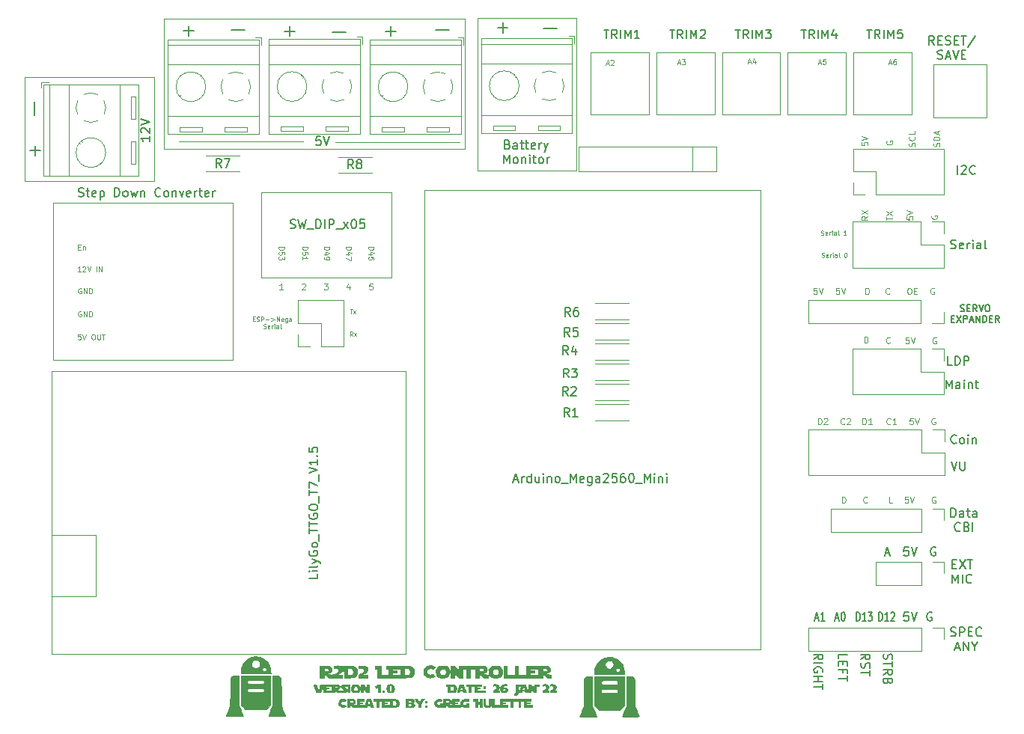
<source format=gbr>
%TF.GenerationSoftware,KiCad,Pcbnew,(6.0.0-0)*%
%TF.CreationDate,2022-02-03T16:23:36-05:00*%
%TF.ProjectId,LED_Controller_Without_Level_Shifter,4c45445f-436f-46e7-9472-6f6c6c65725f,1.0*%
%TF.SameCoordinates,Original*%
%TF.FileFunction,Legend,Top*%
%TF.FilePolarity,Positive*%
%FSLAX46Y46*%
G04 Gerber Fmt 4.6, Leading zero omitted, Abs format (unit mm)*
G04 Created by KiCad (PCBNEW (6.0.0-0)) date 2022-02-03 16:23:36*
%MOMM*%
%LPD*%
G01*
G04 APERTURE LIST*
%ADD10C,0.120000*%
%ADD11C,0.150000*%
%ADD12C,0.075000*%
%ADD13C,0.100000*%
%ADD14C,0.010000*%
G04 APERTURE END LIST*
D10*
X137530000Y-60480000D02*
X148680000Y-60480000D01*
X148680000Y-60480000D02*
X148680000Y-77810000D01*
X148680000Y-77810000D02*
X137530000Y-77810000D01*
X137530000Y-77810000D02*
X137530000Y-60480000D01*
X135530000Y-74520000D02*
X121470000Y-74520000D01*
X117830000Y-74460000D02*
X103770000Y-74460000D01*
X102090000Y-60590000D02*
X136080000Y-60590000D01*
X136080000Y-60590000D02*
X136080000Y-75326000D01*
X136080000Y-75326000D02*
X102090000Y-75326000D01*
X102090000Y-75326000D02*
X102090000Y-60590000D01*
X86330000Y-67162000D02*
X100980000Y-67162000D01*
X100980000Y-67162000D02*
X100980000Y-78964000D01*
X100980000Y-78964000D02*
X86330000Y-78964000D01*
X86330000Y-78964000D02*
X86330000Y-67162000D01*
D11*
X183491238Y-132459262D02*
X183443619Y-132602119D01*
X183443619Y-132840214D01*
X183491238Y-132935452D01*
X183538857Y-132983072D01*
X183634095Y-133030691D01*
X183729333Y-133030691D01*
X183824571Y-132983072D01*
X183872190Y-132935452D01*
X183919809Y-132840214D01*
X183967428Y-132649738D01*
X184015047Y-132554500D01*
X184062666Y-132506881D01*
X184157904Y-132459262D01*
X184253142Y-132459262D01*
X184348380Y-132506881D01*
X184396000Y-132554500D01*
X184443619Y-132649738D01*
X184443619Y-132887833D01*
X184396000Y-133030691D01*
X184443619Y-133316405D02*
X184443619Y-133887833D01*
X183443619Y-133602119D02*
X184443619Y-133602119D01*
X183443619Y-134792595D02*
X183919809Y-134459262D01*
X183443619Y-134221167D02*
X184443619Y-134221167D01*
X184443619Y-134602119D01*
X184396000Y-134697357D01*
X184348380Y-134744976D01*
X184253142Y-134792595D01*
X184110285Y-134792595D01*
X184015047Y-134744976D01*
X183967428Y-134697357D01*
X183919809Y-134602119D01*
X183919809Y-134221167D01*
X183967428Y-135554500D02*
X183919809Y-135697357D01*
X183872190Y-135744976D01*
X183776952Y-135792595D01*
X183634095Y-135792595D01*
X183538857Y-135744976D01*
X183491238Y-135697357D01*
X183443619Y-135602119D01*
X183443619Y-135221167D01*
X184443619Y-135221167D01*
X184443619Y-135554500D01*
X184396000Y-135649738D01*
X184348380Y-135697357D01*
X184253142Y-135744976D01*
X184157904Y-135744976D01*
X184062666Y-135697357D01*
X184015047Y-135649738D01*
X183967428Y-135554500D01*
X183967428Y-135221167D01*
D12*
X122644571Y-86393428D02*
X123244571Y-86393428D01*
X123244571Y-86536285D01*
X123216000Y-86622000D01*
X123158857Y-86679142D01*
X123101714Y-86707714D01*
X122987428Y-86736285D01*
X122901714Y-86736285D01*
X122787428Y-86707714D01*
X122730285Y-86679142D01*
X122673142Y-86622000D01*
X122644571Y-86536285D01*
X122644571Y-86393428D01*
X123044571Y-87250571D02*
X122644571Y-87250571D01*
X123273142Y-87107714D02*
X122844571Y-86964857D01*
X122844571Y-87336285D01*
X123244571Y-87507714D02*
X123244571Y-87907714D01*
X122644571Y-87650571D01*
D11*
X140930571Y-74815571D02*
X141073428Y-74863190D01*
X141121047Y-74910809D01*
X141168666Y-75006047D01*
X141168666Y-75148904D01*
X141121047Y-75244142D01*
X141073428Y-75291761D01*
X140978190Y-75339380D01*
X140597238Y-75339380D01*
X140597238Y-74339380D01*
X140930571Y-74339380D01*
X141025809Y-74387000D01*
X141073428Y-74434619D01*
X141121047Y-74529857D01*
X141121047Y-74625095D01*
X141073428Y-74720333D01*
X141025809Y-74767952D01*
X140930571Y-74815571D01*
X140597238Y-74815571D01*
X142025809Y-75339380D02*
X142025809Y-74815571D01*
X141978190Y-74720333D01*
X141882952Y-74672714D01*
X141692476Y-74672714D01*
X141597238Y-74720333D01*
X142025809Y-75291761D02*
X141930571Y-75339380D01*
X141692476Y-75339380D01*
X141597238Y-75291761D01*
X141549619Y-75196523D01*
X141549619Y-75101285D01*
X141597238Y-75006047D01*
X141692476Y-74958428D01*
X141930571Y-74958428D01*
X142025809Y-74910809D01*
X142359142Y-74672714D02*
X142740095Y-74672714D01*
X142502000Y-74339380D02*
X142502000Y-75196523D01*
X142549619Y-75291761D01*
X142644857Y-75339380D01*
X142740095Y-75339380D01*
X142930571Y-74672714D02*
X143311523Y-74672714D01*
X143073428Y-74339380D02*
X143073428Y-75196523D01*
X143121047Y-75291761D01*
X143216285Y-75339380D01*
X143311523Y-75339380D01*
X144025809Y-75291761D02*
X143930571Y-75339380D01*
X143740095Y-75339380D01*
X143644857Y-75291761D01*
X143597238Y-75196523D01*
X143597238Y-74815571D01*
X143644857Y-74720333D01*
X143740095Y-74672714D01*
X143930571Y-74672714D01*
X144025809Y-74720333D01*
X144073428Y-74815571D01*
X144073428Y-74910809D01*
X143597238Y-75006047D01*
X144502000Y-75339380D02*
X144502000Y-74672714D01*
X144502000Y-74863190D02*
X144549619Y-74767952D01*
X144597238Y-74720333D01*
X144692476Y-74672714D01*
X144787714Y-74672714D01*
X145025809Y-74672714D02*
X145263904Y-75339380D01*
X145502000Y-74672714D02*
X145263904Y-75339380D01*
X145168666Y-75577476D01*
X145121047Y-75625095D01*
X145025809Y-75672714D01*
X140478190Y-76949380D02*
X140478190Y-75949380D01*
X140811523Y-76663666D01*
X141144857Y-75949380D01*
X141144857Y-76949380D01*
X141763904Y-76949380D02*
X141668666Y-76901761D01*
X141621047Y-76854142D01*
X141573428Y-76758904D01*
X141573428Y-76473190D01*
X141621047Y-76377952D01*
X141668666Y-76330333D01*
X141763904Y-76282714D01*
X141906761Y-76282714D01*
X142002000Y-76330333D01*
X142049619Y-76377952D01*
X142097238Y-76473190D01*
X142097238Y-76758904D01*
X142049619Y-76854142D01*
X142002000Y-76901761D01*
X141906761Y-76949380D01*
X141763904Y-76949380D01*
X142525809Y-76282714D02*
X142525809Y-76949380D01*
X142525809Y-76377952D02*
X142573428Y-76330333D01*
X142668666Y-76282714D01*
X142811523Y-76282714D01*
X142906761Y-76330333D01*
X142954380Y-76425571D01*
X142954380Y-76949380D01*
X143430571Y-76949380D02*
X143430571Y-76282714D01*
X143430571Y-75949380D02*
X143382952Y-75997000D01*
X143430571Y-76044619D01*
X143478190Y-75997000D01*
X143430571Y-75949380D01*
X143430571Y-76044619D01*
X143763904Y-76282714D02*
X144144857Y-76282714D01*
X143906761Y-75949380D02*
X143906761Y-76806523D01*
X143954380Y-76901761D01*
X144049619Y-76949380D01*
X144144857Y-76949380D01*
X144621047Y-76949380D02*
X144525809Y-76901761D01*
X144478190Y-76854142D01*
X144430571Y-76758904D01*
X144430571Y-76473190D01*
X144478190Y-76377952D01*
X144525809Y-76330333D01*
X144621047Y-76282714D01*
X144763904Y-76282714D01*
X144859142Y-76330333D01*
X144906761Y-76377952D01*
X144954380Y-76473190D01*
X144954380Y-76758904D01*
X144906761Y-76854142D01*
X144859142Y-76901761D01*
X144763904Y-76949380D01*
X144621047Y-76949380D01*
X145382952Y-76949380D02*
X145382952Y-76282714D01*
X145382952Y-76473190D02*
X145430571Y-76377952D01*
X145478190Y-76330333D01*
X145573428Y-76282714D01*
X145668666Y-76282714D01*
D12*
X117656000Y-90615333D02*
X117689333Y-90582000D01*
X117756000Y-90548666D01*
X117922666Y-90548666D01*
X117989333Y-90582000D01*
X118022666Y-90615333D01*
X118056000Y-90682000D01*
X118056000Y-90748666D01*
X118022666Y-90848666D01*
X117622666Y-91248666D01*
X118056000Y-91248666D01*
X160151428Y-65600000D02*
X160437142Y-65600000D01*
X160094285Y-65771428D02*
X160294285Y-65171428D01*
X160494285Y-65771428D01*
X160637142Y-65171428D02*
X161008571Y-65171428D01*
X160808571Y-65400000D01*
X160894285Y-65400000D01*
X160951428Y-65428571D01*
X160980000Y-65457142D01*
X161008571Y-65514285D01*
X161008571Y-65657142D01*
X160980000Y-65714285D01*
X160951428Y-65742857D01*
X160894285Y-65771428D01*
X160722857Y-65771428D01*
X160665714Y-65742857D01*
X160637142Y-65714285D01*
X181591916Y-115312000D02*
X181558583Y-115345333D01*
X181458583Y-115378666D01*
X181391916Y-115378666D01*
X181291916Y-115345333D01*
X181225250Y-115278666D01*
X181191916Y-115212000D01*
X181158583Y-115078666D01*
X181158583Y-114978666D01*
X181191916Y-114845333D01*
X181225250Y-114778666D01*
X181291916Y-114712000D01*
X181391916Y-114678666D01*
X181458583Y-114678666D01*
X181558583Y-114712000D01*
X181591916Y-114745333D01*
D13*
X123098761Y-93452190D02*
X123384476Y-93452190D01*
X123241619Y-93952190D02*
X123241619Y-93452190D01*
X123503523Y-93952190D02*
X123765428Y-93618857D01*
X123503523Y-93618857D02*
X123765428Y-93952190D01*
D12*
X115516000Y-91248666D02*
X115116000Y-91248666D01*
X115316000Y-91248666D02*
X115316000Y-90548666D01*
X115249333Y-90648666D01*
X115182666Y-90715333D01*
X115116000Y-90748666D01*
X189398583Y-96678000D02*
X189331916Y-96644666D01*
X189231916Y-96644666D01*
X189131916Y-96678000D01*
X189065250Y-96744666D01*
X189031916Y-96811333D01*
X188998583Y-96944666D01*
X188998583Y-97044666D01*
X189031916Y-97178000D01*
X189065250Y-97244666D01*
X189131916Y-97311333D01*
X189231916Y-97344666D01*
X189298583Y-97344666D01*
X189398583Y-97311333D01*
X189431916Y-97278000D01*
X189431916Y-97044666D01*
X189298583Y-97044666D01*
D11*
X175726214Y-128436666D02*
X176083357Y-128436666D01*
X175654785Y-128722380D02*
X175904785Y-127722380D01*
X176154785Y-128722380D01*
X176797642Y-128722380D02*
X176369071Y-128722380D01*
X176583357Y-128722380D02*
X176583357Y-127722380D01*
X176511928Y-127865238D01*
X176440500Y-127960476D01*
X176369071Y-128008095D01*
X146491904Y-61702380D02*
X145730000Y-61702380D01*
X145730000Y-61702380D02*
X144968095Y-61702380D01*
X191692666Y-108561142D02*
X191645047Y-108608761D01*
X191502190Y-108656380D01*
X191406952Y-108656380D01*
X191264095Y-108608761D01*
X191168857Y-108513523D01*
X191121238Y-108418285D01*
X191073619Y-108227809D01*
X191073619Y-108084952D01*
X191121238Y-107894476D01*
X191168857Y-107799238D01*
X191264095Y-107704000D01*
X191406952Y-107656380D01*
X191502190Y-107656380D01*
X191645047Y-107704000D01*
X191692666Y-107751619D01*
X192264095Y-108656380D02*
X192168857Y-108608761D01*
X192121238Y-108561142D01*
X192073619Y-108465904D01*
X192073619Y-108180190D01*
X192121238Y-108084952D01*
X192168857Y-108037333D01*
X192264095Y-107989714D01*
X192406952Y-107989714D01*
X192502190Y-108037333D01*
X192549809Y-108084952D01*
X192597428Y-108180190D01*
X192597428Y-108465904D01*
X192549809Y-108561142D01*
X192502190Y-108608761D01*
X192406952Y-108656380D01*
X192264095Y-108656380D01*
X193026000Y-108656380D02*
X193026000Y-107989714D01*
X193026000Y-107656380D02*
X192978380Y-107704000D01*
X193026000Y-107751619D01*
X193073619Y-107704000D01*
X193026000Y-107656380D01*
X193026000Y-107751619D01*
X193502190Y-107989714D02*
X193502190Y-108656380D01*
X193502190Y-108084952D02*
X193549809Y-108037333D01*
X193645047Y-107989714D01*
X193787904Y-107989714D01*
X193883142Y-108037333D01*
X193930761Y-108132571D01*
X193930761Y-108656380D01*
D12*
X125194571Y-86393428D02*
X125794571Y-86393428D01*
X125794571Y-86536285D01*
X125766000Y-86622000D01*
X125708857Y-86679142D01*
X125651714Y-86707714D01*
X125537428Y-86736285D01*
X125451714Y-86736285D01*
X125337428Y-86707714D01*
X125280285Y-86679142D01*
X125223142Y-86622000D01*
X125194571Y-86536285D01*
X125194571Y-86393428D01*
X125594571Y-87250571D02*
X125194571Y-87250571D01*
X125823142Y-87107714D02*
X125394571Y-86964857D01*
X125394571Y-87336285D01*
X125794571Y-87850571D02*
X125794571Y-87564857D01*
X125508857Y-87536285D01*
X125537428Y-87564857D01*
X125566000Y-87622000D01*
X125566000Y-87764857D01*
X125537428Y-87822000D01*
X125508857Y-87850571D01*
X125451714Y-87879142D01*
X125308857Y-87879142D01*
X125251714Y-87850571D01*
X125223142Y-87822000D01*
X125194571Y-87764857D01*
X125194571Y-87622000D01*
X125223142Y-87564857D01*
X125251714Y-87536285D01*
D11*
X190523695Y-102434180D02*
X190523695Y-101434180D01*
X190857028Y-102148466D01*
X191190361Y-101434180D01*
X191190361Y-102434180D01*
X192095123Y-102434180D02*
X192095123Y-101910371D01*
X192047504Y-101815133D01*
X191952266Y-101767514D01*
X191761790Y-101767514D01*
X191666552Y-101815133D01*
X192095123Y-102386561D02*
X191999885Y-102434180D01*
X191761790Y-102434180D01*
X191666552Y-102386561D01*
X191618933Y-102291323D01*
X191618933Y-102196085D01*
X191666552Y-102100847D01*
X191761790Y-102053228D01*
X191999885Y-102053228D01*
X192095123Y-102005609D01*
X192571314Y-102434180D02*
X192571314Y-101767514D01*
X192571314Y-101434180D02*
X192523695Y-101481800D01*
X192571314Y-101529419D01*
X192618933Y-101481800D01*
X192571314Y-101434180D01*
X192571314Y-101529419D01*
X193047504Y-101767514D02*
X193047504Y-102434180D01*
X193047504Y-101862752D02*
X193095123Y-101815133D01*
X193190361Y-101767514D01*
X193333219Y-101767514D01*
X193428457Y-101815133D01*
X193476076Y-101910371D01*
X193476076Y-102434180D01*
X193809409Y-101767514D02*
X194190361Y-101767514D01*
X193952266Y-101434180D02*
X193952266Y-102291323D01*
X193999885Y-102386561D01*
X194095123Y-102434180D01*
X194190361Y-102434180D01*
X189322404Y-120404000D02*
X189227166Y-120356380D01*
X189084309Y-120356380D01*
X188941452Y-120404000D01*
X188846214Y-120499238D01*
X188798595Y-120594476D01*
X188750976Y-120784952D01*
X188750976Y-120927809D01*
X188798595Y-121118285D01*
X188846214Y-121213523D01*
X188941452Y-121308761D01*
X189084309Y-121356380D01*
X189179547Y-121356380D01*
X189322404Y-121308761D01*
X189370023Y-121261142D01*
X189370023Y-120927809D01*
X189179547Y-120927809D01*
D12*
X92348572Y-86407142D02*
X92548572Y-86407142D01*
X92634286Y-86721428D02*
X92348572Y-86721428D01*
X92348572Y-86121428D01*
X92634286Y-86121428D01*
X92891429Y-86321428D02*
X92891429Y-86721428D01*
X92891429Y-86378571D02*
X92920000Y-86350000D01*
X92977143Y-86321428D01*
X93062857Y-86321428D01*
X93120000Y-86350000D01*
X93148572Y-86407142D01*
X93148572Y-86721428D01*
D11*
X128297428Y-61998857D02*
X127154571Y-61998857D01*
X127726000Y-61427428D02*
X127726000Y-62570285D01*
D12*
X92682857Y-93710000D02*
X92625714Y-93681428D01*
X92540000Y-93681428D01*
X92454285Y-93710000D01*
X92397142Y-93767142D01*
X92368571Y-93824285D01*
X92340000Y-93938571D01*
X92340000Y-94024285D01*
X92368571Y-94138571D01*
X92397142Y-94195714D01*
X92454285Y-94252857D01*
X92540000Y-94281428D01*
X92597142Y-94281428D01*
X92682857Y-94252857D01*
X92711428Y-94224285D01*
X92711428Y-94024285D01*
X92597142Y-94024285D01*
X92968571Y-94281428D02*
X92968571Y-93681428D01*
X93311428Y-94281428D01*
X93311428Y-93681428D01*
X93597142Y-94281428D02*
X93597142Y-93681428D01*
X93740000Y-93681428D01*
X93825714Y-93710000D01*
X93882857Y-93767142D01*
X93911428Y-93824285D01*
X93940000Y-93938571D01*
X93940000Y-94024285D01*
X93911428Y-94138571D01*
X93882857Y-94195714D01*
X93825714Y-94252857D01*
X93740000Y-94281428D01*
X93597142Y-94281428D01*
D11*
X140941428Y-61592857D02*
X139798571Y-61592857D01*
X140370000Y-61021428D02*
X140370000Y-62164285D01*
D12*
X175888666Y-91056666D02*
X175555333Y-91056666D01*
X175522000Y-91390000D01*
X175555333Y-91356666D01*
X175622000Y-91323333D01*
X175788666Y-91323333D01*
X175855333Y-91356666D01*
X175888666Y-91390000D01*
X175922000Y-91456666D01*
X175922000Y-91623333D01*
X175888666Y-91690000D01*
X175855333Y-91723333D01*
X175788666Y-91756666D01*
X175622000Y-91756666D01*
X175555333Y-91723333D01*
X175522000Y-91690000D01*
X176122000Y-91056666D02*
X176355333Y-91756666D01*
X176588666Y-91056666D01*
X120159571Y-86393428D02*
X120759571Y-86393428D01*
X120759571Y-86536285D01*
X120731000Y-86622000D01*
X120673857Y-86679142D01*
X120616714Y-86707714D01*
X120502428Y-86736285D01*
X120416714Y-86736285D01*
X120302428Y-86707714D01*
X120245285Y-86679142D01*
X120188142Y-86622000D01*
X120159571Y-86536285D01*
X120159571Y-86393428D01*
X120559571Y-87250571D02*
X120159571Y-87250571D01*
X120788142Y-87107714D02*
X120359571Y-86964857D01*
X120359571Y-87336285D01*
X120159571Y-87593428D02*
X120159571Y-87707714D01*
X120188142Y-87764857D01*
X120216714Y-87793428D01*
X120302428Y-87850571D01*
X120416714Y-87879142D01*
X120645285Y-87879142D01*
X120702428Y-87850571D01*
X120731000Y-87822000D01*
X120759571Y-87764857D01*
X120759571Y-87650571D01*
X120731000Y-87593428D01*
X120702428Y-87564857D01*
X120645285Y-87536285D01*
X120502428Y-87536285D01*
X120445285Y-87564857D01*
X120416714Y-87593428D01*
X120388142Y-87650571D01*
X120388142Y-87764857D01*
X120416714Y-87822000D01*
X120445285Y-87850571D01*
X120502428Y-87879142D01*
X181267916Y-97256666D02*
X181267916Y-96556666D01*
X181434583Y-96556666D01*
X181534583Y-96590000D01*
X181601250Y-96656666D01*
X181634583Y-96723333D01*
X181667916Y-96856666D01*
X181667916Y-96956666D01*
X181634583Y-97090000D01*
X181601250Y-97156666D01*
X181534583Y-97223333D01*
X181434583Y-97256666D01*
X181267916Y-97256666D01*
D13*
X112133333Y-94557785D02*
X112300000Y-94557785D01*
X112371428Y-94819690D02*
X112133333Y-94819690D01*
X112133333Y-94319690D01*
X112371428Y-94319690D01*
X112561904Y-94795880D02*
X112633333Y-94819690D01*
X112752380Y-94819690D01*
X112800000Y-94795880D01*
X112823809Y-94772071D01*
X112847619Y-94724452D01*
X112847619Y-94676833D01*
X112823809Y-94629214D01*
X112800000Y-94605404D01*
X112752380Y-94581595D01*
X112657142Y-94557785D01*
X112609523Y-94533976D01*
X112585714Y-94510166D01*
X112561904Y-94462547D01*
X112561904Y-94414928D01*
X112585714Y-94367309D01*
X112609523Y-94343500D01*
X112657142Y-94319690D01*
X112776190Y-94319690D01*
X112847619Y-94343500D01*
X113061904Y-94819690D02*
X113061904Y-94319690D01*
X113252380Y-94319690D01*
X113300000Y-94343500D01*
X113323809Y-94367309D01*
X113347619Y-94414928D01*
X113347619Y-94486357D01*
X113323809Y-94533976D01*
X113300000Y-94557785D01*
X113252380Y-94581595D01*
X113061904Y-94581595D01*
X113561904Y-94629214D02*
X113942857Y-94629214D01*
X114180952Y-94486357D02*
X114561904Y-94629214D01*
X114180952Y-94772071D01*
X114800000Y-94819690D02*
X114800000Y-94319690D01*
X114966666Y-94676833D01*
X115133333Y-94319690D01*
X115133333Y-94819690D01*
X115561904Y-94795880D02*
X115514285Y-94819690D01*
X115419047Y-94819690D01*
X115371428Y-94795880D01*
X115347619Y-94748261D01*
X115347619Y-94557785D01*
X115371428Y-94510166D01*
X115419047Y-94486357D01*
X115514285Y-94486357D01*
X115561904Y-94510166D01*
X115585714Y-94557785D01*
X115585714Y-94605404D01*
X115347619Y-94653023D01*
X116014285Y-94486357D02*
X116014285Y-94891119D01*
X115990476Y-94938738D01*
X115966666Y-94962547D01*
X115919047Y-94986357D01*
X115847619Y-94986357D01*
X115800000Y-94962547D01*
X116014285Y-94795880D02*
X115966666Y-94819690D01*
X115871428Y-94819690D01*
X115823809Y-94795880D01*
X115800000Y-94772071D01*
X115776190Y-94724452D01*
X115776190Y-94581595D01*
X115800000Y-94533976D01*
X115823809Y-94510166D01*
X115871428Y-94486357D01*
X115966666Y-94486357D01*
X116014285Y-94510166D01*
X116466666Y-94819690D02*
X116466666Y-94557785D01*
X116442857Y-94510166D01*
X116395238Y-94486357D01*
X116300000Y-94486357D01*
X116252380Y-94510166D01*
X116466666Y-94795880D02*
X116419047Y-94819690D01*
X116300000Y-94819690D01*
X116252380Y-94795880D01*
X116228571Y-94748261D01*
X116228571Y-94700642D01*
X116252380Y-94653023D01*
X116300000Y-94629214D01*
X116419047Y-94629214D01*
X116466666Y-94605404D01*
X113311904Y-95600880D02*
X113383333Y-95624690D01*
X113502380Y-95624690D01*
X113550000Y-95600880D01*
X113573809Y-95577071D01*
X113597619Y-95529452D01*
X113597619Y-95481833D01*
X113573809Y-95434214D01*
X113550000Y-95410404D01*
X113502380Y-95386595D01*
X113407142Y-95362785D01*
X113359523Y-95338976D01*
X113335714Y-95315166D01*
X113311904Y-95267547D01*
X113311904Y-95219928D01*
X113335714Y-95172309D01*
X113359523Y-95148500D01*
X113407142Y-95124690D01*
X113526190Y-95124690D01*
X113597619Y-95148500D01*
X114002380Y-95600880D02*
X113954761Y-95624690D01*
X113859523Y-95624690D01*
X113811904Y-95600880D01*
X113788095Y-95553261D01*
X113788095Y-95362785D01*
X113811904Y-95315166D01*
X113859523Y-95291357D01*
X113954761Y-95291357D01*
X114002380Y-95315166D01*
X114026190Y-95362785D01*
X114026190Y-95410404D01*
X113788095Y-95458023D01*
X114240476Y-95624690D02*
X114240476Y-95291357D01*
X114240476Y-95386595D02*
X114264285Y-95338976D01*
X114288095Y-95315166D01*
X114335714Y-95291357D01*
X114383333Y-95291357D01*
X114550000Y-95624690D02*
X114550000Y-95291357D01*
X114550000Y-95124690D02*
X114526190Y-95148500D01*
X114550000Y-95172309D01*
X114573809Y-95148500D01*
X114550000Y-95124690D01*
X114550000Y-95172309D01*
X115002380Y-95624690D02*
X115002380Y-95362785D01*
X114978571Y-95315166D01*
X114930952Y-95291357D01*
X114835714Y-95291357D01*
X114788095Y-95315166D01*
X115002380Y-95600880D02*
X114954761Y-95624690D01*
X114835714Y-95624690D01*
X114788095Y-95600880D01*
X114764285Y-95553261D01*
X114764285Y-95505642D01*
X114788095Y-95458023D01*
X114835714Y-95434214D01*
X114954761Y-95434214D01*
X115002380Y-95410404D01*
X115311904Y-95624690D02*
X115264285Y-95600880D01*
X115240476Y-95553261D01*
X115240476Y-95124690D01*
D12*
X186762583Y-105788666D02*
X186429250Y-105788666D01*
X186395916Y-106122000D01*
X186429250Y-106088666D01*
X186495916Y-106055333D01*
X186662583Y-106055333D01*
X186729250Y-106088666D01*
X186762583Y-106122000D01*
X186795916Y-106188666D01*
X186795916Y-106355333D01*
X186762583Y-106422000D01*
X186729250Y-106455333D01*
X186662583Y-106488666D01*
X186495916Y-106488666D01*
X186429250Y-106455333D01*
X186395916Y-106422000D01*
X186995916Y-105788666D02*
X187229250Y-106488666D01*
X187462583Y-105788666D01*
D11*
X134329904Y-61812380D02*
X133568000Y-61812380D01*
X133568000Y-61812380D02*
X132806095Y-61812380D01*
D12*
X181426666Y-91756666D02*
X181426666Y-91056666D01*
X181593333Y-91056666D01*
X181693333Y-91090000D01*
X181760000Y-91156666D01*
X181793333Y-91223333D01*
X181826666Y-91356666D01*
X181826666Y-91456666D01*
X181793333Y-91590000D01*
X181760000Y-91656666D01*
X181693333Y-91723333D01*
X181593333Y-91756666D01*
X181426666Y-91756666D01*
X120162666Y-90548666D02*
X120596000Y-90548666D01*
X120362666Y-90815333D01*
X120462666Y-90815333D01*
X120529333Y-90848666D01*
X120562666Y-90882000D01*
X120596000Y-90948666D01*
X120596000Y-91115333D01*
X120562666Y-91182000D01*
X120529333Y-91215333D01*
X120462666Y-91248666D01*
X120262666Y-91248666D01*
X120196000Y-91215333D01*
X120162666Y-91182000D01*
D11*
X119789523Y-73912380D02*
X119313333Y-73912380D01*
X119265714Y-74388571D01*
X119313333Y-74340952D01*
X119408571Y-74293333D01*
X119646666Y-74293333D01*
X119741904Y-74340952D01*
X119789523Y-74388571D01*
X119837142Y-74483809D01*
X119837142Y-74721904D01*
X119789523Y-74817142D01*
X119741904Y-74864761D01*
X119646666Y-74912380D01*
X119408571Y-74912380D01*
X119313333Y-74864761D01*
X119265714Y-74817142D01*
X120122857Y-73912380D02*
X120456190Y-74912380D01*
X120789523Y-73912380D01*
D12*
X183766666Y-83396857D02*
X183766666Y-82996857D01*
X184466666Y-83196857D02*
X183766666Y-83196857D01*
X183766666Y-82830190D02*
X184466666Y-82363524D01*
X183766666Y-82363524D02*
X184466666Y-82830190D01*
X186208583Y-114678666D02*
X185875250Y-114678666D01*
X185841916Y-115012000D01*
X185875250Y-114978666D01*
X185941916Y-114945333D01*
X186108583Y-114945333D01*
X186175250Y-114978666D01*
X186208583Y-115012000D01*
X186241916Y-115078666D01*
X186241916Y-115245333D01*
X186208583Y-115312000D01*
X186175250Y-115345333D01*
X186108583Y-115378666D01*
X185941916Y-115378666D01*
X185875250Y-115345333D01*
X185841916Y-115312000D01*
X186441916Y-114678666D02*
X186675250Y-115378666D01*
X186908583Y-114678666D01*
X178428666Y-91056666D02*
X178095333Y-91056666D01*
X178062000Y-91390000D01*
X178095333Y-91356666D01*
X178162000Y-91323333D01*
X178328666Y-91323333D01*
X178395333Y-91356666D01*
X178428666Y-91390000D01*
X178462000Y-91456666D01*
X178462000Y-91623333D01*
X178428666Y-91690000D01*
X178395333Y-91723333D01*
X178328666Y-91756666D01*
X178162000Y-91756666D01*
X178095333Y-91723333D01*
X178062000Y-91690000D01*
X178662000Y-91056666D02*
X178895333Y-91756666D01*
X179128666Y-91056666D01*
X123069333Y-90782000D02*
X123069333Y-91248666D01*
X122902666Y-90515333D02*
X122736000Y-91015333D01*
X123169333Y-91015333D01*
D13*
X176383333Y-85038380D02*
X176454761Y-85062190D01*
X176573809Y-85062190D01*
X176621428Y-85038380D01*
X176645238Y-85014571D01*
X176669047Y-84966952D01*
X176669047Y-84919333D01*
X176645238Y-84871714D01*
X176621428Y-84847904D01*
X176573809Y-84824095D01*
X176478571Y-84800285D01*
X176430952Y-84776476D01*
X176407142Y-84752666D01*
X176383333Y-84705047D01*
X176383333Y-84657428D01*
X176407142Y-84609809D01*
X176430952Y-84586000D01*
X176478571Y-84562190D01*
X176597619Y-84562190D01*
X176669047Y-84586000D01*
X177073809Y-85038380D02*
X177026190Y-85062190D01*
X176930952Y-85062190D01*
X176883333Y-85038380D01*
X176859523Y-84990761D01*
X176859523Y-84800285D01*
X176883333Y-84752666D01*
X176930952Y-84728857D01*
X177026190Y-84728857D01*
X177073809Y-84752666D01*
X177097619Y-84800285D01*
X177097619Y-84847904D01*
X176859523Y-84895523D01*
X177311904Y-85062190D02*
X177311904Y-84728857D01*
X177311904Y-84824095D02*
X177335714Y-84776476D01*
X177359523Y-84752666D01*
X177407142Y-84728857D01*
X177454761Y-84728857D01*
X177621428Y-85062190D02*
X177621428Y-84728857D01*
X177621428Y-84562190D02*
X177597619Y-84586000D01*
X177621428Y-84609809D01*
X177645238Y-84586000D01*
X177621428Y-84562190D01*
X177621428Y-84609809D01*
X178073809Y-85062190D02*
X178073809Y-84800285D01*
X178050000Y-84752666D01*
X178002380Y-84728857D01*
X177907142Y-84728857D01*
X177859523Y-84752666D01*
X178073809Y-85038380D02*
X178026190Y-85062190D01*
X177907142Y-85062190D01*
X177859523Y-85038380D01*
X177835714Y-84990761D01*
X177835714Y-84943142D01*
X177859523Y-84895523D01*
X177907142Y-84871714D01*
X178026190Y-84871714D01*
X178073809Y-84847904D01*
X178383333Y-85062190D02*
X178335714Y-85038380D01*
X178311904Y-84990761D01*
X178311904Y-84562190D01*
X179216666Y-85062190D02*
X178930952Y-85062190D01*
X179073809Y-85062190D02*
X179073809Y-84562190D01*
X179026190Y-84633619D01*
X178978571Y-84681238D01*
X178930952Y-84705047D01*
D11*
X178363619Y-132983071D02*
X178363619Y-132506880D01*
X179363619Y-132506880D01*
X178887428Y-133316404D02*
X178887428Y-133649738D01*
X178363619Y-133792595D02*
X178363619Y-133316404D01*
X179363619Y-133316404D01*
X179363619Y-133792595D01*
X178887428Y-134554499D02*
X178887428Y-134221166D01*
X178363619Y-134221166D02*
X179363619Y-134221166D01*
X179363619Y-134697357D01*
X179363619Y-134935452D02*
X179363619Y-135506880D01*
X178363619Y-135221166D02*
X179363619Y-135221166D01*
X191088857Y-110686380D02*
X191422190Y-111686380D01*
X191755523Y-110686380D01*
X192088857Y-110686380D02*
X192088857Y-111495904D01*
X192136476Y-111591142D01*
X192184095Y-111638761D01*
X192279333Y-111686380D01*
X192469809Y-111686380D01*
X192565047Y-111638761D01*
X192612666Y-111591142D01*
X192660285Y-111495904D01*
X192660285Y-110686380D01*
X182947833Y-128722380D02*
X182947833Y-127722380D01*
X183114500Y-127722380D01*
X183214500Y-127770000D01*
X183281166Y-127865238D01*
X183314500Y-127960476D01*
X183347833Y-128150952D01*
X183347833Y-128293809D01*
X183314500Y-128484285D01*
X183281166Y-128579523D01*
X183214500Y-128674761D01*
X183114500Y-128722380D01*
X182947833Y-128722380D01*
X184014500Y-128722380D02*
X183614500Y-128722380D01*
X183814500Y-128722380D02*
X183814500Y-127722380D01*
X183747833Y-127865238D01*
X183681166Y-127960476D01*
X183614500Y-128008095D01*
X184281166Y-127817619D02*
X184314500Y-127770000D01*
X184381166Y-127722380D01*
X184547833Y-127722380D01*
X184614500Y-127770000D01*
X184647833Y-127817619D01*
X184681166Y-127912857D01*
X184681166Y-128008095D01*
X184647833Y-128150952D01*
X184247833Y-128722380D01*
X184681166Y-128722380D01*
D12*
X186052666Y-82973047D02*
X186052666Y-83306380D01*
X186386000Y-83339714D01*
X186352666Y-83306380D01*
X186319333Y-83239714D01*
X186319333Y-83073047D01*
X186352666Y-83006380D01*
X186386000Y-82973047D01*
X186452666Y-82939714D01*
X186619333Y-82939714D01*
X186686000Y-82973047D01*
X186719333Y-83006380D01*
X186752666Y-83073047D01*
X186752666Y-83239714D01*
X186719333Y-83306380D01*
X186686000Y-83339714D01*
X186052666Y-82739714D02*
X186752666Y-82506380D01*
X186052666Y-82273047D01*
X184408583Y-115378666D02*
X184075250Y-115378666D01*
X184075250Y-114678666D01*
X184031428Y-65600000D02*
X184317142Y-65600000D01*
X183974285Y-65771428D02*
X184174285Y-65171428D01*
X184374285Y-65771428D01*
X184831428Y-65171428D02*
X184717142Y-65171428D01*
X184660000Y-65200000D01*
X184631428Y-65228571D01*
X184574285Y-65314285D01*
X184545714Y-65428571D01*
X184545714Y-65657142D01*
X184574285Y-65714285D01*
X184602857Y-65742857D01*
X184660000Y-65771428D01*
X184774285Y-65771428D01*
X184831428Y-65742857D01*
X184860000Y-65714285D01*
X184888571Y-65657142D01*
X184888571Y-65514285D01*
X184860000Y-65457142D01*
X184831428Y-65428571D01*
X184774285Y-65400000D01*
X184660000Y-65400000D01*
X184602857Y-65428571D01*
X184574285Y-65457142D01*
X184545714Y-65514285D01*
X125642666Y-90548666D02*
X125309333Y-90548666D01*
X125276000Y-90882000D01*
X125309333Y-90848666D01*
X125376000Y-90815333D01*
X125542666Y-90815333D01*
X125609333Y-90848666D01*
X125642666Y-90882000D01*
X125676000Y-90948666D01*
X125676000Y-91115333D01*
X125642666Y-91182000D01*
X125609333Y-91215333D01*
X125542666Y-91248666D01*
X125376000Y-91248666D01*
X125309333Y-91215333D01*
X125276000Y-91182000D01*
X179029250Y-106418000D02*
X178995916Y-106451333D01*
X178895916Y-106484666D01*
X178829250Y-106484666D01*
X178729250Y-106451333D01*
X178662583Y-106384666D01*
X178629250Y-106318000D01*
X178595916Y-106184666D01*
X178595916Y-106084666D01*
X178629250Y-105951333D01*
X178662583Y-105884666D01*
X178729250Y-105818000D01*
X178829250Y-105784666D01*
X178895916Y-105784666D01*
X178995916Y-105818000D01*
X179029250Y-105851333D01*
X179295916Y-105851333D02*
X179329250Y-105818000D01*
X179395916Y-105784666D01*
X179562583Y-105784666D01*
X179629250Y-105818000D01*
X179662583Y-105851333D01*
X179695916Y-105918000D01*
X179695916Y-105984666D01*
X179662583Y-106084666D01*
X179262583Y-106484666D01*
X179695916Y-106484666D01*
X180972666Y-74555333D02*
X180972666Y-74888666D01*
X181306000Y-74922000D01*
X181272666Y-74888666D01*
X181239333Y-74822000D01*
X181239333Y-74655333D01*
X181272666Y-74588666D01*
X181306000Y-74555333D01*
X181372666Y-74522000D01*
X181539333Y-74522000D01*
X181606000Y-74555333D01*
X181639333Y-74588666D01*
X181672666Y-74655333D01*
X181672666Y-74822000D01*
X181639333Y-74888666D01*
X181606000Y-74922000D01*
X180972666Y-74322000D02*
X181672666Y-74088666D01*
X180972666Y-73855333D01*
X115044571Y-86393428D02*
X115644571Y-86393428D01*
X115644571Y-86536285D01*
X115616000Y-86622000D01*
X115558857Y-86679142D01*
X115501714Y-86707714D01*
X115387428Y-86736285D01*
X115301714Y-86736285D01*
X115187428Y-86707714D01*
X115130285Y-86679142D01*
X115073142Y-86622000D01*
X115044571Y-86536285D01*
X115044571Y-86393428D01*
X115644571Y-87279142D02*
X115644571Y-86993428D01*
X115358857Y-86964857D01*
X115387428Y-86993428D01*
X115416000Y-87050571D01*
X115416000Y-87193428D01*
X115387428Y-87250571D01*
X115358857Y-87279142D01*
X115301714Y-87307714D01*
X115158857Y-87307714D01*
X115101714Y-87279142D01*
X115073142Y-87250571D01*
X115044571Y-87193428D01*
X115044571Y-87050571D01*
X115073142Y-86993428D01*
X115101714Y-86964857D01*
X115644571Y-87507714D02*
X115644571Y-87879142D01*
X115416000Y-87679142D01*
X115416000Y-87764857D01*
X115387428Y-87822000D01*
X115358857Y-87850571D01*
X115301714Y-87879142D01*
X115158857Y-87879142D01*
X115101714Y-87850571D01*
X115073142Y-87822000D01*
X115044571Y-87764857D01*
X115044571Y-87593428D01*
X115073142Y-87536285D01*
X115101714Y-87507714D01*
X92682857Y-91120000D02*
X92625714Y-91091428D01*
X92540000Y-91091428D01*
X92454285Y-91120000D01*
X92397142Y-91177142D01*
X92368571Y-91234285D01*
X92340000Y-91348571D01*
X92340000Y-91434285D01*
X92368571Y-91548571D01*
X92397142Y-91605714D01*
X92454285Y-91662857D01*
X92540000Y-91691428D01*
X92597142Y-91691428D01*
X92682857Y-91662857D01*
X92711428Y-91634285D01*
X92711428Y-91434285D01*
X92597142Y-91434285D01*
X92968571Y-91691428D02*
X92968571Y-91091428D01*
X93311428Y-91691428D01*
X93311428Y-91091428D01*
X93597142Y-91691428D02*
X93597142Y-91091428D01*
X93740000Y-91091428D01*
X93825714Y-91120000D01*
X93882857Y-91177142D01*
X93911428Y-91234285D01*
X93940000Y-91348571D01*
X93940000Y-91434285D01*
X93911428Y-91548571D01*
X93882857Y-91605714D01*
X93825714Y-91662857D01*
X93740000Y-91691428D01*
X93597142Y-91691428D01*
X181079250Y-106488666D02*
X181079250Y-105788666D01*
X181245916Y-105788666D01*
X181345916Y-105822000D01*
X181412583Y-105888666D01*
X181445916Y-105955333D01*
X181479250Y-106088666D01*
X181479250Y-106188666D01*
X181445916Y-106322000D01*
X181412583Y-106388666D01*
X181345916Y-106455333D01*
X181245916Y-106488666D01*
X181079250Y-106488666D01*
X182145916Y-106488666D02*
X181745916Y-106488666D01*
X181945916Y-106488666D02*
X181945916Y-105788666D01*
X181879250Y-105888666D01*
X181812583Y-105955333D01*
X181745916Y-105988666D01*
D11*
X116867428Y-61998857D02*
X115724571Y-61998857D01*
X116296000Y-61427428D02*
X116296000Y-62570285D01*
X92385523Y-80668761D02*
X92528380Y-80716380D01*
X92766476Y-80716380D01*
X92861714Y-80668761D01*
X92909333Y-80621142D01*
X92956952Y-80525904D01*
X92956952Y-80430666D01*
X92909333Y-80335428D01*
X92861714Y-80287809D01*
X92766476Y-80240190D01*
X92576000Y-80192571D01*
X92480761Y-80144952D01*
X92433142Y-80097333D01*
X92385523Y-80002095D01*
X92385523Y-79906857D01*
X92433142Y-79811619D01*
X92480761Y-79764000D01*
X92576000Y-79716380D01*
X92814095Y-79716380D01*
X92956952Y-79764000D01*
X93242666Y-80049714D02*
X93623619Y-80049714D01*
X93385523Y-79716380D02*
X93385523Y-80573523D01*
X93433142Y-80668761D01*
X93528380Y-80716380D01*
X93623619Y-80716380D01*
X94337904Y-80668761D02*
X94242666Y-80716380D01*
X94052190Y-80716380D01*
X93956952Y-80668761D01*
X93909333Y-80573523D01*
X93909333Y-80192571D01*
X93956952Y-80097333D01*
X94052190Y-80049714D01*
X94242666Y-80049714D01*
X94337904Y-80097333D01*
X94385523Y-80192571D01*
X94385523Y-80287809D01*
X93909333Y-80383047D01*
X94814095Y-80049714D02*
X94814095Y-81049714D01*
X94814095Y-80097333D02*
X94909333Y-80049714D01*
X95099809Y-80049714D01*
X95195047Y-80097333D01*
X95242666Y-80144952D01*
X95290285Y-80240190D01*
X95290285Y-80525904D01*
X95242666Y-80621142D01*
X95195047Y-80668761D01*
X95099809Y-80716380D01*
X94909333Y-80716380D01*
X94814095Y-80668761D01*
X96480761Y-80716380D02*
X96480761Y-79716380D01*
X96718857Y-79716380D01*
X96861714Y-79764000D01*
X96956952Y-79859238D01*
X97004571Y-79954476D01*
X97052190Y-80144952D01*
X97052190Y-80287809D01*
X97004571Y-80478285D01*
X96956952Y-80573523D01*
X96861714Y-80668761D01*
X96718857Y-80716380D01*
X96480761Y-80716380D01*
X97623619Y-80716380D02*
X97528380Y-80668761D01*
X97480761Y-80621142D01*
X97433142Y-80525904D01*
X97433142Y-80240190D01*
X97480761Y-80144952D01*
X97528380Y-80097333D01*
X97623619Y-80049714D01*
X97766476Y-80049714D01*
X97861714Y-80097333D01*
X97909333Y-80144952D01*
X97956952Y-80240190D01*
X97956952Y-80525904D01*
X97909333Y-80621142D01*
X97861714Y-80668761D01*
X97766476Y-80716380D01*
X97623619Y-80716380D01*
X98290285Y-80049714D02*
X98480761Y-80716380D01*
X98671238Y-80240190D01*
X98861714Y-80716380D01*
X99052190Y-80049714D01*
X99433142Y-80049714D02*
X99433142Y-80716380D01*
X99433142Y-80144952D02*
X99480761Y-80097333D01*
X99576000Y-80049714D01*
X99718857Y-80049714D01*
X99814095Y-80097333D01*
X99861714Y-80192571D01*
X99861714Y-80716380D01*
X101671238Y-80621142D02*
X101623619Y-80668761D01*
X101480761Y-80716380D01*
X101385523Y-80716380D01*
X101242666Y-80668761D01*
X101147428Y-80573523D01*
X101099809Y-80478285D01*
X101052190Y-80287809D01*
X101052190Y-80144952D01*
X101099809Y-79954476D01*
X101147428Y-79859238D01*
X101242666Y-79764000D01*
X101385523Y-79716380D01*
X101480761Y-79716380D01*
X101623619Y-79764000D01*
X101671238Y-79811619D01*
X102242666Y-80716380D02*
X102147428Y-80668761D01*
X102099809Y-80621142D01*
X102052190Y-80525904D01*
X102052190Y-80240190D01*
X102099809Y-80144952D01*
X102147428Y-80097333D01*
X102242666Y-80049714D01*
X102385523Y-80049714D01*
X102480761Y-80097333D01*
X102528380Y-80144952D01*
X102576000Y-80240190D01*
X102576000Y-80525904D01*
X102528380Y-80621142D01*
X102480761Y-80668761D01*
X102385523Y-80716380D01*
X102242666Y-80716380D01*
X103004571Y-80049714D02*
X103004571Y-80716380D01*
X103004571Y-80144952D02*
X103052190Y-80097333D01*
X103147428Y-80049714D01*
X103290285Y-80049714D01*
X103385523Y-80097333D01*
X103433142Y-80192571D01*
X103433142Y-80716380D01*
X103814095Y-80049714D02*
X104052190Y-80716380D01*
X104290285Y-80049714D01*
X105052190Y-80668761D02*
X104956952Y-80716380D01*
X104766476Y-80716380D01*
X104671238Y-80668761D01*
X104623619Y-80573523D01*
X104623619Y-80192571D01*
X104671238Y-80097333D01*
X104766476Y-80049714D01*
X104956952Y-80049714D01*
X105052190Y-80097333D01*
X105099809Y-80192571D01*
X105099809Y-80287809D01*
X104623619Y-80383047D01*
X105528380Y-80716380D02*
X105528380Y-80049714D01*
X105528380Y-80240190D02*
X105575999Y-80144952D01*
X105623619Y-80097333D01*
X105718857Y-80049714D01*
X105814095Y-80049714D01*
X106004571Y-80049714D02*
X106385523Y-80049714D01*
X106147428Y-79716380D02*
X106147428Y-80573523D01*
X106195047Y-80668761D01*
X106290285Y-80716380D01*
X106385523Y-80716380D01*
X107099809Y-80668761D02*
X107004571Y-80716380D01*
X106814095Y-80716380D01*
X106718857Y-80668761D01*
X106671238Y-80573523D01*
X106671238Y-80192571D01*
X106718857Y-80097333D01*
X106814095Y-80049714D01*
X107004571Y-80049714D01*
X107099809Y-80097333D01*
X107147428Y-80192571D01*
X107147428Y-80287809D01*
X106671238Y-80383047D01*
X107575999Y-80716380D02*
X107575999Y-80049714D01*
X107575999Y-80240190D02*
X107623619Y-80144952D01*
X107671238Y-80097333D01*
X107766476Y-80049714D01*
X107861714Y-80049714D01*
D12*
X186306666Y-91056666D02*
X186440000Y-91056666D01*
X186506666Y-91090000D01*
X186573333Y-91156666D01*
X186606666Y-91290000D01*
X186606666Y-91523333D01*
X186573333Y-91656666D01*
X186506666Y-91723333D01*
X186440000Y-91756666D01*
X186306666Y-91756666D01*
X186240000Y-91723333D01*
X186173333Y-91656666D01*
X186140000Y-91523333D01*
X186140000Y-91290000D01*
X186173333Y-91156666D01*
X186240000Y-91090000D01*
X186306666Y-91056666D01*
X186906666Y-91390000D02*
X187140000Y-91390000D01*
X187240000Y-91756666D02*
X186906666Y-91756666D01*
X186906666Y-91056666D01*
X187240000Y-91056666D01*
D11*
X109692095Y-61891619D02*
X110454000Y-61891619D01*
X110454000Y-61891619D02*
X111215904Y-61891619D01*
X86918571Y-75507142D02*
X88061428Y-75507142D01*
X87490000Y-76078571D02*
X87490000Y-74935714D01*
D12*
X92632857Y-89231428D02*
X92290000Y-89231428D01*
X92461428Y-89231428D02*
X92461428Y-88631428D01*
X92404285Y-88717142D01*
X92347142Y-88774285D01*
X92290000Y-88802857D01*
X92861428Y-88688571D02*
X92890000Y-88660000D01*
X92947142Y-88631428D01*
X93090000Y-88631428D01*
X93147142Y-88660000D01*
X93175714Y-88688571D01*
X93204285Y-88745714D01*
X93204285Y-88802857D01*
X93175714Y-88888571D01*
X92832857Y-89231428D01*
X93204285Y-89231428D01*
X93375714Y-88631428D02*
X93575714Y-89231428D01*
X93775714Y-88631428D01*
X94432857Y-89231428D02*
X94432857Y-88631428D01*
X94718571Y-89231428D02*
X94718571Y-88631428D01*
X95061428Y-89231428D01*
X95061428Y-88631428D01*
D11*
X188894404Y-127770000D02*
X188799166Y-127722380D01*
X188656309Y-127722380D01*
X188513452Y-127770000D01*
X188418214Y-127865238D01*
X188370595Y-127960476D01*
X188322976Y-128150952D01*
X188322976Y-128293809D01*
X188370595Y-128484285D01*
X188418214Y-128579523D01*
X188513452Y-128674761D01*
X188656309Y-128722380D01*
X188751547Y-128722380D01*
X188894404Y-128674761D01*
X188942023Y-128627142D01*
X188942023Y-128293809D01*
X188751547Y-128293809D01*
X186259261Y-127722380D02*
X185783071Y-127722380D01*
X185735452Y-128198571D01*
X185783071Y-128150952D01*
X185878309Y-128103333D01*
X186116404Y-128103333D01*
X186211642Y-128150952D01*
X186259261Y-128198571D01*
X186306880Y-128293809D01*
X186306880Y-128531904D01*
X186259261Y-128627142D01*
X186211642Y-128674761D01*
X186116404Y-128722380D01*
X185878309Y-128722380D01*
X185783071Y-128674761D01*
X185735452Y-128627142D01*
X186592595Y-127722380D02*
X186925928Y-128722380D01*
X187259261Y-127722380D01*
D12*
X189308583Y-114712000D02*
X189241916Y-114678666D01*
X189141916Y-114678666D01*
X189041916Y-114712000D01*
X188975250Y-114778666D01*
X188941916Y-114845333D01*
X188908583Y-114978666D01*
X188908583Y-115078666D01*
X188941916Y-115212000D01*
X188975250Y-115278666D01*
X189041916Y-115345333D01*
X189141916Y-115378666D01*
X189208583Y-115378666D01*
X189308583Y-115345333D01*
X189341916Y-115312000D01*
X189341916Y-115078666D01*
X189208583Y-115078666D01*
D11*
X186259261Y-120356380D02*
X185783071Y-120356380D01*
X185735452Y-120832571D01*
X185783071Y-120784952D01*
X185878309Y-120737333D01*
X186116404Y-120737333D01*
X186211642Y-120784952D01*
X186259261Y-120832571D01*
X186306880Y-120927809D01*
X186306880Y-121165904D01*
X186259261Y-121261142D01*
X186211642Y-121308761D01*
X186116404Y-121356380D01*
X185878309Y-121356380D01*
X185783071Y-121308761D01*
X185735452Y-121261142D01*
X186592595Y-120356380D02*
X186925928Y-121356380D01*
X187259261Y-120356380D01*
X183639833Y-121070666D02*
X184116023Y-121070666D01*
X183544595Y-121356380D02*
X183877928Y-120356380D01*
X184211261Y-121356380D01*
X104294571Y-61959142D02*
X105437428Y-61959142D01*
X104866000Y-62530571D02*
X104866000Y-61387714D01*
D12*
X92634286Y-96281428D02*
X92348571Y-96281428D01*
X92320000Y-96567142D01*
X92348571Y-96538571D01*
X92405714Y-96510000D01*
X92548571Y-96510000D01*
X92605714Y-96538571D01*
X92634286Y-96567142D01*
X92662857Y-96624285D01*
X92662857Y-96767142D01*
X92634286Y-96824285D01*
X92605714Y-96852857D01*
X92548571Y-96881428D01*
X92405714Y-96881428D01*
X92348571Y-96852857D01*
X92320000Y-96824285D01*
X92834286Y-96281428D02*
X93034286Y-96881428D01*
X93234286Y-96281428D01*
X94005714Y-96281428D02*
X94120000Y-96281428D01*
X94177143Y-96310000D01*
X94234286Y-96367142D01*
X94262857Y-96481428D01*
X94262857Y-96681428D01*
X94234286Y-96795714D01*
X94177143Y-96852857D01*
X94120000Y-96881428D01*
X94005714Y-96881428D01*
X93948571Y-96852857D01*
X93891428Y-96795714D01*
X93862857Y-96681428D01*
X93862857Y-96481428D01*
X93891428Y-96367142D01*
X93948571Y-96310000D01*
X94005714Y-96281428D01*
X94520000Y-96281428D02*
X94520000Y-96767142D01*
X94548571Y-96824285D01*
X94577143Y-96852857D01*
X94634286Y-96881428D01*
X94748571Y-96881428D01*
X94805714Y-96852857D01*
X94834286Y-96824285D01*
X94862857Y-96767142D01*
X94862857Y-96281428D01*
X95062857Y-96281428D02*
X95405714Y-96281428D01*
X95234286Y-96881428D02*
X95234286Y-96281428D01*
D13*
X176473333Y-87538380D02*
X176544761Y-87562190D01*
X176663809Y-87562190D01*
X176711428Y-87538380D01*
X176735238Y-87514571D01*
X176759047Y-87466952D01*
X176759047Y-87419333D01*
X176735238Y-87371714D01*
X176711428Y-87347904D01*
X176663809Y-87324095D01*
X176568571Y-87300285D01*
X176520952Y-87276476D01*
X176497142Y-87252666D01*
X176473333Y-87205047D01*
X176473333Y-87157428D01*
X176497142Y-87109809D01*
X176520952Y-87086000D01*
X176568571Y-87062190D01*
X176687619Y-87062190D01*
X176759047Y-87086000D01*
X177163809Y-87538380D02*
X177116190Y-87562190D01*
X177020952Y-87562190D01*
X176973333Y-87538380D01*
X176949523Y-87490761D01*
X176949523Y-87300285D01*
X176973333Y-87252666D01*
X177020952Y-87228857D01*
X177116190Y-87228857D01*
X177163809Y-87252666D01*
X177187619Y-87300285D01*
X177187619Y-87347904D01*
X176949523Y-87395523D01*
X177401904Y-87562190D02*
X177401904Y-87228857D01*
X177401904Y-87324095D02*
X177425714Y-87276476D01*
X177449523Y-87252666D01*
X177497142Y-87228857D01*
X177544761Y-87228857D01*
X177711428Y-87562190D02*
X177711428Y-87228857D01*
X177711428Y-87062190D02*
X177687619Y-87086000D01*
X177711428Y-87109809D01*
X177735238Y-87086000D01*
X177711428Y-87062190D01*
X177711428Y-87109809D01*
X178163809Y-87562190D02*
X178163809Y-87300285D01*
X178140000Y-87252666D01*
X178092380Y-87228857D01*
X177997142Y-87228857D01*
X177949523Y-87252666D01*
X178163809Y-87538380D02*
X178116190Y-87562190D01*
X177997142Y-87562190D01*
X177949523Y-87538380D01*
X177925714Y-87490761D01*
X177925714Y-87443142D01*
X177949523Y-87395523D01*
X177997142Y-87371714D01*
X178116190Y-87371714D01*
X178163809Y-87347904D01*
X178473333Y-87562190D02*
X178425714Y-87538380D01*
X178401904Y-87490761D01*
X178401904Y-87062190D01*
X179140000Y-87062190D02*
X179187619Y-87062190D01*
X179235238Y-87086000D01*
X179259047Y-87109809D01*
X179282857Y-87157428D01*
X179306666Y-87252666D01*
X179306666Y-87371714D01*
X179282857Y-87466952D01*
X179259047Y-87514571D01*
X179235238Y-87538380D01*
X179187619Y-87562190D01*
X179140000Y-87562190D01*
X179092380Y-87538380D01*
X179068571Y-87514571D01*
X179044761Y-87466952D01*
X179020952Y-87371714D01*
X179020952Y-87252666D01*
X179044761Y-87157428D01*
X179068571Y-87109809D01*
X179092380Y-87086000D01*
X179140000Y-87062190D01*
D11*
X191205123Y-99784180D02*
X190728933Y-99784180D01*
X190728933Y-98784180D01*
X191538457Y-99784180D02*
X191538457Y-98784180D01*
X191776552Y-98784180D01*
X191919409Y-98831800D01*
X192014647Y-98927038D01*
X192062266Y-99022276D01*
X192109885Y-99212752D01*
X192109885Y-99355609D01*
X192062266Y-99546085D01*
X192014647Y-99641323D01*
X191919409Y-99736561D01*
X191776552Y-99784180D01*
X191538457Y-99784180D01*
X192538457Y-99784180D02*
X192538457Y-98784180D01*
X192919409Y-98784180D01*
X193014647Y-98831800D01*
X193062266Y-98879419D01*
X193109885Y-98974657D01*
X193109885Y-99117514D01*
X193062266Y-99212752D01*
X193014647Y-99260371D01*
X192919409Y-99307990D01*
X192538457Y-99307990D01*
X191079619Y-116981380D02*
X191079619Y-115981380D01*
X191317714Y-115981380D01*
X191460571Y-116029000D01*
X191555809Y-116124238D01*
X191603428Y-116219476D01*
X191651047Y-116409952D01*
X191651047Y-116552809D01*
X191603428Y-116743285D01*
X191555809Y-116838523D01*
X191460571Y-116933761D01*
X191317714Y-116981380D01*
X191079619Y-116981380D01*
X192508190Y-116981380D02*
X192508190Y-116457571D01*
X192460571Y-116362333D01*
X192365333Y-116314714D01*
X192174857Y-116314714D01*
X192079619Y-116362333D01*
X192508190Y-116933761D02*
X192412952Y-116981380D01*
X192174857Y-116981380D01*
X192079619Y-116933761D01*
X192032000Y-116838523D01*
X192032000Y-116743285D01*
X192079619Y-116648047D01*
X192174857Y-116600428D01*
X192412952Y-116600428D01*
X192508190Y-116552809D01*
X192841523Y-116314714D02*
X193222476Y-116314714D01*
X192984380Y-115981380D02*
X192984380Y-116838523D01*
X193032000Y-116933761D01*
X193127238Y-116981380D01*
X193222476Y-116981380D01*
X193984380Y-116981380D02*
X193984380Y-116457571D01*
X193936761Y-116362333D01*
X193841523Y-116314714D01*
X193651047Y-116314714D01*
X193555809Y-116362333D01*
X193984380Y-116933761D02*
X193889142Y-116981380D01*
X193651047Y-116981380D01*
X193555809Y-116933761D01*
X193508190Y-116838523D01*
X193508190Y-116743285D01*
X193555809Y-116648047D01*
X193651047Y-116600428D01*
X193889142Y-116600428D01*
X193984380Y-116552809D01*
X192103428Y-118496142D02*
X192055809Y-118543761D01*
X191912952Y-118591380D01*
X191817714Y-118591380D01*
X191674857Y-118543761D01*
X191579619Y-118448523D01*
X191532000Y-118353285D01*
X191484380Y-118162809D01*
X191484380Y-118019952D01*
X191532000Y-117829476D01*
X191579619Y-117734238D01*
X191674857Y-117639000D01*
X191817714Y-117591380D01*
X191912952Y-117591380D01*
X192055809Y-117639000D01*
X192103428Y-117686619D01*
X192865333Y-118067571D02*
X193008190Y-118115190D01*
X193055809Y-118162809D01*
X193103428Y-118258047D01*
X193103428Y-118400904D01*
X193055809Y-118496142D01*
X193008190Y-118543761D01*
X192912952Y-118591380D01*
X192532000Y-118591380D01*
X192532000Y-117591380D01*
X192865333Y-117591380D01*
X192960571Y-117639000D01*
X193008190Y-117686619D01*
X193055809Y-117781857D01*
X193055809Y-117877095D01*
X193008190Y-117972333D01*
X192960571Y-118019952D01*
X192865333Y-118067571D01*
X192532000Y-118067571D01*
X193532000Y-118591380D02*
X193532000Y-117591380D01*
D12*
X186973333Y-75017238D02*
X187006666Y-74917238D01*
X187006666Y-74750571D01*
X186973333Y-74683905D01*
X186940000Y-74650571D01*
X186873333Y-74617238D01*
X186806666Y-74617238D01*
X186740000Y-74650571D01*
X186706666Y-74683905D01*
X186673333Y-74750571D01*
X186640000Y-74883905D01*
X186606666Y-74950571D01*
X186573333Y-74983905D01*
X186506666Y-75017238D01*
X186440000Y-75017238D01*
X186373333Y-74983905D01*
X186340000Y-74950571D01*
X186306666Y-74883905D01*
X186306666Y-74717238D01*
X186340000Y-74617238D01*
X186940000Y-73917238D02*
X186973333Y-73950571D01*
X187006666Y-74050571D01*
X187006666Y-74117238D01*
X186973333Y-74217238D01*
X186906666Y-74283905D01*
X186840000Y-74317238D01*
X186706666Y-74350571D01*
X186606666Y-74350571D01*
X186473333Y-74317238D01*
X186406666Y-74283905D01*
X186340000Y-74217238D01*
X186306666Y-74117238D01*
X186306666Y-74050571D01*
X186340000Y-73950571D01*
X186373333Y-73917238D01*
X187006666Y-73283905D02*
X187006666Y-73617238D01*
X186306666Y-73617238D01*
X168131428Y-65530000D02*
X168417142Y-65530000D01*
X168074285Y-65701428D02*
X168274285Y-65101428D01*
X168474285Y-65701428D01*
X168931428Y-65301428D02*
X168931428Y-65701428D01*
X168788571Y-65072857D02*
X168645714Y-65501428D01*
X169017142Y-65501428D01*
X152081428Y-65670000D02*
X152367142Y-65670000D01*
X152024285Y-65841428D02*
X152224285Y-65241428D01*
X152424285Y-65841428D01*
X152595714Y-65298571D02*
X152624285Y-65270000D01*
X152681428Y-65241428D01*
X152824285Y-65241428D01*
X152881428Y-65270000D01*
X152910000Y-65298571D01*
X152938571Y-65355714D01*
X152938571Y-65412857D01*
X152910000Y-65498571D01*
X152567142Y-65841428D01*
X152938571Y-65841428D01*
D11*
X192159142Y-93679821D02*
X192266285Y-93715535D01*
X192444857Y-93715535D01*
X192516285Y-93679821D01*
X192552000Y-93644107D01*
X192587714Y-93572678D01*
X192587714Y-93501250D01*
X192552000Y-93429821D01*
X192516285Y-93394107D01*
X192444857Y-93358392D01*
X192302000Y-93322678D01*
X192230571Y-93286964D01*
X192194857Y-93251250D01*
X192159142Y-93179821D01*
X192159142Y-93108392D01*
X192194857Y-93036964D01*
X192230571Y-93001250D01*
X192302000Y-92965535D01*
X192480571Y-92965535D01*
X192587714Y-93001250D01*
X192909142Y-93322678D02*
X193159142Y-93322678D01*
X193266285Y-93715535D02*
X192909142Y-93715535D01*
X192909142Y-92965535D01*
X193266285Y-92965535D01*
X194016285Y-93715535D02*
X193766285Y-93358392D01*
X193587714Y-93715535D02*
X193587714Y-92965535D01*
X193873428Y-92965535D01*
X193944857Y-93001250D01*
X193980571Y-93036964D01*
X194016285Y-93108392D01*
X194016285Y-93215535D01*
X193980571Y-93286964D01*
X193944857Y-93322678D01*
X193873428Y-93358392D01*
X193587714Y-93358392D01*
X194230571Y-92965535D02*
X194480571Y-93715535D01*
X194730571Y-92965535D01*
X195123428Y-92965535D02*
X195266285Y-92965535D01*
X195337714Y-93001250D01*
X195409142Y-93072678D01*
X195444857Y-93215535D01*
X195444857Y-93465535D01*
X195409142Y-93608392D01*
X195337714Y-93679821D01*
X195266285Y-93715535D01*
X195123428Y-93715535D01*
X195052000Y-93679821D01*
X194980571Y-93608392D01*
X194944857Y-93465535D01*
X194944857Y-93215535D01*
X194980571Y-93072678D01*
X195052000Y-93001250D01*
X195123428Y-92965535D01*
X191105571Y-94530178D02*
X191355571Y-94530178D01*
X191462714Y-94923035D02*
X191105571Y-94923035D01*
X191105571Y-94173035D01*
X191462714Y-94173035D01*
X191712714Y-94173035D02*
X192212714Y-94923035D01*
X192212714Y-94173035D02*
X191712714Y-94923035D01*
X192498428Y-94923035D02*
X192498428Y-94173035D01*
X192784142Y-94173035D01*
X192855571Y-94208750D01*
X192891285Y-94244464D01*
X192927000Y-94315892D01*
X192927000Y-94423035D01*
X192891285Y-94494464D01*
X192855571Y-94530178D01*
X192784142Y-94565892D01*
X192498428Y-94565892D01*
X193212714Y-94708750D02*
X193569857Y-94708750D01*
X193141285Y-94923035D02*
X193391285Y-94173035D01*
X193641285Y-94923035D01*
X193891285Y-94923035D02*
X193891285Y-94173035D01*
X194319857Y-94923035D01*
X194319857Y-94173035D01*
X194677000Y-94923035D02*
X194677000Y-94173035D01*
X194855571Y-94173035D01*
X194962714Y-94208750D01*
X195034142Y-94280178D01*
X195069857Y-94351607D01*
X195105571Y-94494464D01*
X195105571Y-94601607D01*
X195069857Y-94744464D01*
X195034142Y-94815892D01*
X194962714Y-94887321D01*
X194855571Y-94923035D01*
X194677000Y-94923035D01*
X195427000Y-94530178D02*
X195677000Y-94530178D01*
X195784142Y-94923035D02*
X195427000Y-94923035D01*
X195427000Y-94173035D01*
X195784142Y-94173035D01*
X196534142Y-94923035D02*
X196284142Y-94565892D01*
X196105571Y-94923035D02*
X196105571Y-94173035D01*
X196391285Y-94173035D01*
X196462714Y-94208750D01*
X196498428Y-94244464D01*
X196534142Y-94315892D01*
X196534142Y-94423035D01*
X196498428Y-94494464D01*
X196462714Y-94530178D01*
X196391285Y-94565892D01*
X196105571Y-94565892D01*
X175569619Y-133078309D02*
X176045809Y-132744976D01*
X175569619Y-132506880D02*
X176569619Y-132506880D01*
X176569619Y-132887833D01*
X176522000Y-132983071D01*
X176474380Y-133030690D01*
X176379142Y-133078309D01*
X176236285Y-133078309D01*
X176141047Y-133030690D01*
X176093428Y-132983071D01*
X176045809Y-132887833D01*
X176045809Y-132506880D01*
X175569619Y-133506880D02*
X176569619Y-133506880D01*
X176522000Y-134506880D02*
X176569619Y-134411642D01*
X176569619Y-134268785D01*
X176522000Y-134125928D01*
X176426761Y-134030690D01*
X176331523Y-133983071D01*
X176141047Y-133935452D01*
X175998190Y-133935452D01*
X175807714Y-133983071D01*
X175712476Y-134030690D01*
X175617238Y-134125928D01*
X175569619Y-134268785D01*
X175569619Y-134364023D01*
X175617238Y-134506880D01*
X175664857Y-134554500D01*
X175998190Y-134554500D01*
X175998190Y-134364023D01*
X175569619Y-134983071D02*
X176569619Y-134983071D01*
X176093428Y-134983071D02*
X176093428Y-135554500D01*
X175569619Y-135554500D02*
X176569619Y-135554500D01*
X176569619Y-135887833D02*
X176569619Y-136459261D01*
X175569619Y-136173547D02*
X176569619Y-136173547D01*
D12*
X176081428Y-65560000D02*
X176367142Y-65560000D01*
X176024285Y-65731428D02*
X176224285Y-65131428D01*
X176424285Y-65731428D01*
X176910000Y-65131428D02*
X176624285Y-65131428D01*
X176595714Y-65417142D01*
X176624285Y-65388571D01*
X176681428Y-65360000D01*
X176824285Y-65360000D01*
X176881428Y-65388571D01*
X176910000Y-65417142D01*
X176938571Y-65474285D01*
X176938571Y-65617142D01*
X176910000Y-65674285D01*
X176881428Y-65702857D01*
X176824285Y-65731428D01*
X176681428Y-65731428D01*
X176624285Y-65702857D01*
X176595714Y-65674285D01*
X181672666Y-82920666D02*
X181339333Y-83154000D01*
X181672666Y-83320666D02*
X180972666Y-83320666D01*
X180972666Y-83054000D01*
X181006000Y-82987333D01*
X181039333Y-82954000D01*
X181106000Y-82920666D01*
X181206000Y-82920666D01*
X181272666Y-82954000D01*
X181306000Y-82987333D01*
X181339333Y-83054000D01*
X181339333Y-83320666D01*
X180972666Y-82687333D02*
X181672666Y-82220666D01*
X180972666Y-82220666D02*
X181672666Y-82687333D01*
D11*
X191047904Y-130409761D02*
X191190761Y-130457380D01*
X191428857Y-130457380D01*
X191524095Y-130409761D01*
X191571714Y-130362142D01*
X191619333Y-130266904D01*
X191619333Y-130171666D01*
X191571714Y-130076428D01*
X191524095Y-130028809D01*
X191428857Y-129981190D01*
X191238380Y-129933571D01*
X191143142Y-129885952D01*
X191095523Y-129838333D01*
X191047904Y-129743095D01*
X191047904Y-129647857D01*
X191095523Y-129552619D01*
X191143142Y-129505000D01*
X191238380Y-129457380D01*
X191476476Y-129457380D01*
X191619333Y-129505000D01*
X192047904Y-130457380D02*
X192047904Y-129457380D01*
X192428857Y-129457380D01*
X192524095Y-129505000D01*
X192571714Y-129552619D01*
X192619333Y-129647857D01*
X192619333Y-129790714D01*
X192571714Y-129885952D01*
X192524095Y-129933571D01*
X192428857Y-129981190D01*
X192047904Y-129981190D01*
X193047904Y-129933571D02*
X193381238Y-129933571D01*
X193524095Y-130457380D02*
X193047904Y-130457380D01*
X193047904Y-129457380D01*
X193524095Y-129457380D01*
X194524095Y-130362142D02*
X194476476Y-130409761D01*
X194333619Y-130457380D01*
X194238380Y-130457380D01*
X194095523Y-130409761D01*
X194000285Y-130314523D01*
X193952666Y-130219285D01*
X193905047Y-130028809D01*
X193905047Y-129885952D01*
X193952666Y-129695476D01*
X194000285Y-129600238D01*
X194095523Y-129505000D01*
X194238380Y-129457380D01*
X194333619Y-129457380D01*
X194476476Y-129505000D01*
X194524095Y-129552619D01*
X191595523Y-131781666D02*
X192071714Y-131781666D01*
X191500285Y-132067380D02*
X191833619Y-131067380D01*
X192166952Y-132067380D01*
X192500285Y-132067380D02*
X192500285Y-131067380D01*
X193071714Y-132067380D01*
X193071714Y-131067380D01*
X193738380Y-131591190D02*
X193738380Y-132067380D01*
X193405047Y-131067380D02*
X193738380Y-131591190D01*
X194071714Y-131067380D01*
D12*
X188880000Y-82858761D02*
X188846666Y-82925428D01*
X188846666Y-83025428D01*
X188880000Y-83125428D01*
X188946666Y-83192095D01*
X189013333Y-83225428D01*
X189146666Y-83258761D01*
X189246666Y-83258761D01*
X189380000Y-83225428D01*
X189446666Y-83192095D01*
X189513333Y-83125428D01*
X189546666Y-83025428D01*
X189546666Y-82958761D01*
X189513333Y-82858761D01*
X189480000Y-82825428D01*
X189246666Y-82825428D01*
X189246666Y-82958761D01*
D11*
X87377619Y-71471904D02*
X87377619Y-70710000D01*
X87377619Y-70710000D02*
X87377619Y-69948095D01*
D12*
X189159333Y-91090000D02*
X189092666Y-91056666D01*
X188992666Y-91056666D01*
X188892666Y-91090000D01*
X188826000Y-91156666D01*
X188792666Y-91223333D01*
X188759333Y-91356666D01*
X188759333Y-91456666D01*
X188792666Y-91590000D01*
X188826000Y-91656666D01*
X188892666Y-91723333D01*
X188992666Y-91756666D01*
X189059333Y-91756666D01*
X189159333Y-91723333D01*
X189192666Y-91690000D01*
X189192666Y-91456666D01*
X189059333Y-91456666D01*
D11*
X122645904Y-62066380D02*
X121884000Y-62066380D01*
X121884000Y-62066380D02*
X121122095Y-62066380D01*
X100432380Y-73869047D02*
X100432380Y-74440476D01*
X100432380Y-74154761D02*
X99432380Y-74154761D01*
X99575238Y-74250000D01*
X99670476Y-74345238D01*
X99718095Y-74440476D01*
X99527619Y-73488095D02*
X99480000Y-73440476D01*
X99432380Y-73345238D01*
X99432380Y-73107142D01*
X99480000Y-73011904D01*
X99527619Y-72964285D01*
X99622857Y-72916666D01*
X99718095Y-72916666D01*
X99860952Y-72964285D01*
X100432380Y-73535714D01*
X100432380Y-72916666D01*
X99432380Y-72630952D02*
X100432380Y-72297619D01*
X99432380Y-71964285D01*
D12*
X184229250Y-106422000D02*
X184195916Y-106455333D01*
X184095916Y-106488666D01*
X184029250Y-106488666D01*
X183929250Y-106455333D01*
X183862583Y-106388666D01*
X183829250Y-106322000D01*
X183795916Y-106188666D01*
X183795916Y-106088666D01*
X183829250Y-105955333D01*
X183862583Y-105888666D01*
X183929250Y-105822000D01*
X184029250Y-105788666D01*
X184095916Y-105788666D01*
X184195916Y-105822000D01*
X184229250Y-105855333D01*
X184895916Y-106488666D02*
X184495916Y-106488666D01*
X184695916Y-106488666D02*
X184695916Y-105788666D01*
X184629250Y-105888666D01*
X184562583Y-105955333D01*
X184495916Y-105988666D01*
D11*
X189173809Y-63537380D02*
X188840476Y-63061190D01*
X188602380Y-63537380D02*
X188602380Y-62537380D01*
X188983333Y-62537380D01*
X189078571Y-62585000D01*
X189126190Y-62632619D01*
X189173809Y-62727857D01*
X189173809Y-62870714D01*
X189126190Y-62965952D01*
X189078571Y-63013571D01*
X188983333Y-63061190D01*
X188602380Y-63061190D01*
X189602380Y-63013571D02*
X189935714Y-63013571D01*
X190078571Y-63537380D02*
X189602380Y-63537380D01*
X189602380Y-62537380D01*
X190078571Y-62537380D01*
X190459523Y-63489761D02*
X190602380Y-63537380D01*
X190840476Y-63537380D01*
X190935714Y-63489761D01*
X190983333Y-63442142D01*
X191030952Y-63346904D01*
X191030952Y-63251666D01*
X190983333Y-63156428D01*
X190935714Y-63108809D01*
X190840476Y-63061190D01*
X190650000Y-63013571D01*
X190554761Y-62965952D01*
X190507142Y-62918333D01*
X190459523Y-62823095D01*
X190459523Y-62727857D01*
X190507142Y-62632619D01*
X190554761Y-62585000D01*
X190650000Y-62537380D01*
X190888095Y-62537380D01*
X191030952Y-62585000D01*
X191459523Y-63013571D02*
X191792857Y-63013571D01*
X191935714Y-63537380D02*
X191459523Y-63537380D01*
X191459523Y-62537380D01*
X191935714Y-62537380D01*
X192221428Y-62537380D02*
X192792857Y-62537380D01*
X192507142Y-63537380D02*
X192507142Y-62537380D01*
X193840476Y-62489761D02*
X192983333Y-63775476D01*
X189554761Y-65099761D02*
X189697619Y-65147380D01*
X189935714Y-65147380D01*
X190030952Y-65099761D01*
X190078571Y-65052142D01*
X190126190Y-64956904D01*
X190126190Y-64861666D01*
X190078571Y-64766428D01*
X190030952Y-64718809D01*
X189935714Y-64671190D01*
X189745238Y-64623571D01*
X189650000Y-64575952D01*
X189602380Y-64528333D01*
X189554761Y-64433095D01*
X189554761Y-64337857D01*
X189602380Y-64242619D01*
X189650000Y-64195000D01*
X189745238Y-64147380D01*
X189983333Y-64147380D01*
X190126190Y-64195000D01*
X190507142Y-64861666D02*
X190983333Y-64861666D01*
X190411904Y-65147380D02*
X190745238Y-64147380D01*
X191078571Y-65147380D01*
X191269047Y-64147380D02*
X191602380Y-65147380D01*
X191935714Y-64147380D01*
X192269047Y-64623571D02*
X192602380Y-64623571D01*
X192745238Y-65147380D02*
X192269047Y-65147380D01*
X192269047Y-64147380D01*
X192745238Y-64147380D01*
D12*
X184112666Y-91690000D02*
X184079333Y-91723333D01*
X183979333Y-91756666D01*
X183912666Y-91756666D01*
X183812666Y-91723333D01*
X183746000Y-91656666D01*
X183712666Y-91590000D01*
X183679333Y-91456666D01*
X183679333Y-91356666D01*
X183712666Y-91223333D01*
X183746000Y-91156666D01*
X183812666Y-91090000D01*
X183912666Y-91056666D01*
X183979333Y-91056666D01*
X184079333Y-91090000D01*
X184112666Y-91123333D01*
D11*
X191220571Y-122313571D02*
X191553904Y-122313571D01*
X191696761Y-122837380D02*
X191220571Y-122837380D01*
X191220571Y-121837380D01*
X191696761Y-121837380D01*
X192030095Y-121837380D02*
X192696761Y-122837380D01*
X192696761Y-121837380D02*
X192030095Y-122837380D01*
X192934857Y-121837380D02*
X193506285Y-121837380D01*
X193220571Y-122837380D02*
X193220571Y-121837380D01*
X191220571Y-124447380D02*
X191220571Y-123447380D01*
X191553904Y-124161666D01*
X191887238Y-123447380D01*
X191887238Y-124447380D01*
X192363428Y-124447380D02*
X192363428Y-123447380D01*
X193411047Y-124352142D02*
X193363428Y-124399761D01*
X193220571Y-124447380D01*
X193125333Y-124447380D01*
X192982476Y-124399761D01*
X192887238Y-124304523D01*
X192839619Y-124209285D01*
X192792000Y-124018809D01*
X192792000Y-123875952D01*
X192839619Y-123685476D01*
X192887238Y-123590238D01*
X192982476Y-123495000D01*
X193125333Y-123447380D01*
X193220571Y-123447380D01*
X193363428Y-123495000D01*
X193411047Y-123542619D01*
D12*
X117684571Y-86393428D02*
X118284571Y-86393428D01*
X118284571Y-86536285D01*
X118256000Y-86622000D01*
X118198857Y-86679142D01*
X118141714Y-86707714D01*
X118027428Y-86736285D01*
X117941714Y-86736285D01*
X117827428Y-86707714D01*
X117770285Y-86679142D01*
X117713142Y-86622000D01*
X117684571Y-86536285D01*
X117684571Y-86393428D01*
X118284571Y-87279142D02*
X118284571Y-86993428D01*
X117998857Y-86964857D01*
X118027428Y-86993428D01*
X118056000Y-87050571D01*
X118056000Y-87193428D01*
X118027428Y-87250571D01*
X117998857Y-87279142D01*
X117941714Y-87307714D01*
X117798857Y-87307714D01*
X117741714Y-87279142D01*
X117713142Y-87250571D01*
X117684571Y-87193428D01*
X117684571Y-87050571D01*
X117713142Y-86993428D01*
X117741714Y-86964857D01*
X117684571Y-87879142D02*
X117684571Y-87536285D01*
X117684571Y-87707714D02*
X118284571Y-87707714D01*
X118198857Y-87650571D01*
X118141714Y-87593428D01*
X118113142Y-87536285D01*
D11*
X180903619Y-133078310D02*
X181379809Y-132744976D01*
X180903619Y-132506881D02*
X181903619Y-132506881D01*
X181903619Y-132887833D01*
X181856000Y-132983072D01*
X181808380Y-133030691D01*
X181713142Y-133078310D01*
X181570285Y-133078310D01*
X181475047Y-133030691D01*
X181427428Y-132983072D01*
X181379809Y-132887833D01*
X181379809Y-132506881D01*
X180951238Y-133459262D02*
X180903619Y-133602119D01*
X180903619Y-133840214D01*
X180951238Y-133935452D01*
X180998857Y-133983072D01*
X181094095Y-134030691D01*
X181189333Y-134030691D01*
X181284571Y-133983072D01*
X181332190Y-133935452D01*
X181379809Y-133840214D01*
X181427428Y-133649738D01*
X181475047Y-133554500D01*
X181522666Y-133506881D01*
X181617904Y-133459262D01*
X181713142Y-133459262D01*
X181808380Y-133506881D01*
X181856000Y-133554500D01*
X181903619Y-133649738D01*
X181903619Y-133887833D01*
X181856000Y-134030691D01*
X181903619Y-134316405D02*
X181903619Y-134887833D01*
X180903619Y-134602119D02*
X181903619Y-134602119D01*
D12*
X176043250Y-106488666D02*
X176043250Y-105788666D01*
X176209916Y-105788666D01*
X176309916Y-105822000D01*
X176376583Y-105888666D01*
X176409916Y-105955333D01*
X176443250Y-106088666D01*
X176443250Y-106188666D01*
X176409916Y-106322000D01*
X176376583Y-106388666D01*
X176309916Y-106455333D01*
X176209916Y-106488666D01*
X176043250Y-106488666D01*
X176709916Y-105855333D02*
X176743250Y-105822000D01*
X176809916Y-105788666D01*
X176976583Y-105788666D01*
X177043250Y-105822000D01*
X177076583Y-105855333D01*
X177109916Y-105922000D01*
X177109916Y-105988666D01*
X177076583Y-106088666D01*
X176676583Y-106488666D01*
X177109916Y-106488666D01*
X184167916Y-97250000D02*
X184134583Y-97283333D01*
X184034583Y-97316666D01*
X183967916Y-97316666D01*
X183867916Y-97283333D01*
X183801250Y-97216666D01*
X183767916Y-97150000D01*
X183734583Y-97016666D01*
X183734583Y-96916666D01*
X183767916Y-96783333D01*
X183801250Y-96716666D01*
X183867916Y-96650000D01*
X183967916Y-96616666D01*
X184034583Y-96616666D01*
X184134583Y-96650000D01*
X184167916Y-96683333D01*
X178741916Y-115378666D02*
X178741916Y-114678666D01*
X178908583Y-114678666D01*
X179008583Y-114712000D01*
X179075250Y-114778666D01*
X179108583Y-114845333D01*
X179141916Y-114978666D01*
X179141916Y-115078666D01*
X179108583Y-115212000D01*
X179075250Y-115278666D01*
X179008583Y-115345333D01*
X178908583Y-115378666D01*
X178741916Y-115378666D01*
D11*
X180407833Y-128722380D02*
X180407833Y-127722380D01*
X180574500Y-127722380D01*
X180674500Y-127770000D01*
X180741166Y-127865238D01*
X180774500Y-127960476D01*
X180807833Y-128150952D01*
X180807833Y-128293809D01*
X180774500Y-128484285D01*
X180741166Y-128579523D01*
X180674500Y-128674761D01*
X180574500Y-128722380D01*
X180407833Y-128722380D01*
X181474500Y-128722380D02*
X181074500Y-128722380D01*
X181274500Y-128722380D02*
X181274500Y-127722380D01*
X181207833Y-127865238D01*
X181141166Y-127960476D01*
X181074500Y-128008095D01*
X181707833Y-127722380D02*
X182141166Y-127722380D01*
X181907833Y-128103333D01*
X182007833Y-128103333D01*
X182074500Y-128150952D01*
X182107833Y-128198571D01*
X182141166Y-128293809D01*
X182141166Y-128531904D01*
X182107833Y-128627142D01*
X182074500Y-128674761D01*
X182007833Y-128722380D01*
X181807833Y-128722380D01*
X181741166Y-128674761D01*
X181707833Y-128627142D01*
D12*
X183800000Y-74441047D02*
X183766666Y-74507714D01*
X183766666Y-74607714D01*
X183800000Y-74707714D01*
X183866666Y-74774381D01*
X183933333Y-74807714D01*
X184066666Y-74841047D01*
X184166666Y-74841047D01*
X184300000Y-74807714D01*
X184366666Y-74774381D01*
X184433333Y-74707714D01*
X184466666Y-74607714D01*
X184466666Y-74541047D01*
X184433333Y-74441047D01*
X184400000Y-74407714D01*
X184166666Y-74407714D01*
X184166666Y-74541047D01*
D11*
X178012214Y-128436666D02*
X178369357Y-128436666D01*
X177940785Y-128722380D02*
X178190785Y-127722380D01*
X178440785Y-128722380D01*
X178833642Y-127722380D02*
X178905071Y-127722380D01*
X178976500Y-127770000D01*
X179012214Y-127817619D01*
X179047928Y-127912857D01*
X179083642Y-128103333D01*
X179083642Y-128341428D01*
X179047928Y-128531904D01*
X179012214Y-128627142D01*
X178976500Y-128674761D01*
X178905071Y-128722380D01*
X178833642Y-128722380D01*
X178762214Y-128674761D01*
X178726500Y-128627142D01*
X178690785Y-128531904D01*
X178655071Y-128341428D01*
X178655071Y-128103333D01*
X178690785Y-127912857D01*
X178726500Y-127817619D01*
X178762214Y-127770000D01*
X178833642Y-127722380D01*
D12*
X186298583Y-96644666D02*
X185965250Y-96644666D01*
X185931916Y-96978000D01*
X185965250Y-96944666D01*
X186031916Y-96911333D01*
X186198583Y-96911333D01*
X186265250Y-96944666D01*
X186298583Y-96978000D01*
X186331916Y-97044666D01*
X186331916Y-97211333D01*
X186298583Y-97278000D01*
X186265250Y-97311333D01*
X186198583Y-97344666D01*
X186031916Y-97344666D01*
X185965250Y-97311333D01*
X185931916Y-97278000D01*
X186531916Y-96644666D02*
X186765250Y-97344666D01*
X186998583Y-96644666D01*
X189767333Y-75022000D02*
X189800666Y-74922000D01*
X189800666Y-74755333D01*
X189767333Y-74688666D01*
X189734000Y-74655333D01*
X189667333Y-74622000D01*
X189600666Y-74622000D01*
X189534000Y-74655333D01*
X189500666Y-74688666D01*
X189467333Y-74755333D01*
X189434000Y-74888666D01*
X189400666Y-74955333D01*
X189367333Y-74988666D01*
X189300666Y-75022000D01*
X189234000Y-75022000D01*
X189167333Y-74988666D01*
X189134000Y-74955333D01*
X189100666Y-74888666D01*
X189100666Y-74722000D01*
X189134000Y-74622000D01*
X189800666Y-74322000D02*
X189100666Y-74322000D01*
X189100666Y-74155333D01*
X189134000Y-74055333D01*
X189200666Y-73988666D01*
X189267333Y-73955333D01*
X189400666Y-73922000D01*
X189500666Y-73922000D01*
X189634000Y-73955333D01*
X189700666Y-73988666D01*
X189767333Y-74055333D01*
X189800666Y-74155333D01*
X189800666Y-74322000D01*
X189600666Y-73655333D02*
X189600666Y-73322000D01*
X189800666Y-73722000D02*
X189100666Y-73488666D01*
X189800666Y-73255333D01*
X189268583Y-105822000D02*
X189201916Y-105788666D01*
X189101916Y-105788666D01*
X189001916Y-105822000D01*
X188935250Y-105888666D01*
X188901916Y-105955333D01*
X188868583Y-106088666D01*
X188868583Y-106188666D01*
X188901916Y-106322000D01*
X188935250Y-106388666D01*
X189001916Y-106455333D01*
X189101916Y-106488666D01*
X189168583Y-106488666D01*
X189268583Y-106455333D01*
X189301916Y-106422000D01*
X189301916Y-106188666D01*
X189168583Y-106188666D01*
D13*
X123396380Y-96512190D02*
X123229714Y-96274095D01*
X123110666Y-96512190D02*
X123110666Y-96012190D01*
X123301142Y-96012190D01*
X123348761Y-96036000D01*
X123372571Y-96059809D01*
X123396380Y-96107428D01*
X123396380Y-96178857D01*
X123372571Y-96226476D01*
X123348761Y-96250285D01*
X123301142Y-96274095D01*
X123110666Y-96274095D01*
X123563047Y-96512190D02*
X123824952Y-96178857D01*
X123563047Y-96178857D02*
X123824952Y-96512190D01*
D11*
%TO.C,J9*%
X191809809Y-78176380D02*
X191809809Y-77176380D01*
X192238380Y-77271619D02*
X192286000Y-77224000D01*
X192381238Y-77176380D01*
X192619333Y-77176380D01*
X192714571Y-77224000D01*
X192762190Y-77271619D01*
X192809809Y-77366857D01*
X192809809Y-77462095D01*
X192762190Y-77604952D01*
X192190761Y-78176380D01*
X192809809Y-78176380D01*
X193809809Y-78081142D02*
X193762190Y-78128761D01*
X193619333Y-78176380D01*
X193524095Y-78176380D01*
X193381238Y-78128761D01*
X193286000Y-78033523D01*
X193238380Y-77938285D01*
X193190761Y-77747809D01*
X193190761Y-77604952D01*
X193238380Y-77414476D01*
X193286000Y-77319238D01*
X193381238Y-77224000D01*
X193524095Y-77176380D01*
X193619333Y-77176380D01*
X193762190Y-77224000D01*
X193809809Y-77271619D01*
%TO.C,J10*%
X191063809Y-86559761D02*
X191206666Y-86607380D01*
X191444761Y-86607380D01*
X191540000Y-86559761D01*
X191587619Y-86512142D01*
X191635238Y-86416904D01*
X191635238Y-86321666D01*
X191587619Y-86226428D01*
X191540000Y-86178809D01*
X191444761Y-86131190D01*
X191254285Y-86083571D01*
X191159047Y-86035952D01*
X191111428Y-85988333D01*
X191063809Y-85893095D01*
X191063809Y-85797857D01*
X191111428Y-85702619D01*
X191159047Y-85655000D01*
X191254285Y-85607380D01*
X191492380Y-85607380D01*
X191635238Y-85655000D01*
X192444761Y-86559761D02*
X192349523Y-86607380D01*
X192159047Y-86607380D01*
X192063809Y-86559761D01*
X192016190Y-86464523D01*
X192016190Y-86083571D01*
X192063809Y-85988333D01*
X192159047Y-85940714D01*
X192349523Y-85940714D01*
X192444761Y-85988333D01*
X192492380Y-86083571D01*
X192492380Y-86178809D01*
X192016190Y-86274047D01*
X192920952Y-86607380D02*
X192920952Y-85940714D01*
X192920952Y-86131190D02*
X192968571Y-86035952D01*
X193016190Y-85988333D01*
X193111428Y-85940714D01*
X193206666Y-85940714D01*
X193540000Y-86607380D02*
X193540000Y-85940714D01*
X193540000Y-85607380D02*
X193492380Y-85655000D01*
X193540000Y-85702619D01*
X193587619Y-85655000D01*
X193540000Y-85607380D01*
X193540000Y-85702619D01*
X194444761Y-86607380D02*
X194444761Y-86083571D01*
X194397142Y-85988333D01*
X194301904Y-85940714D01*
X194111428Y-85940714D01*
X194016190Y-85988333D01*
X194444761Y-86559761D02*
X194349523Y-86607380D01*
X194111428Y-86607380D01*
X194016190Y-86559761D01*
X193968571Y-86464523D01*
X193968571Y-86369285D01*
X194016190Y-86274047D01*
X194111428Y-86226428D01*
X194349523Y-86226428D01*
X194444761Y-86178809D01*
X195063809Y-86607380D02*
X194968571Y-86559761D01*
X194920952Y-86464523D01*
X194920952Y-85607380D01*
%TO.C,R2*%
X147731933Y-103223580D02*
X147398600Y-102747390D01*
X147160504Y-103223580D02*
X147160504Y-102223580D01*
X147541457Y-102223580D01*
X147636695Y-102271200D01*
X147684314Y-102318819D01*
X147731933Y-102414057D01*
X147731933Y-102556914D01*
X147684314Y-102652152D01*
X147636695Y-102699771D01*
X147541457Y-102747390D01*
X147160504Y-102747390D01*
X148112885Y-102318819D02*
X148160504Y-102271200D01*
X148255742Y-102223580D01*
X148493838Y-102223580D01*
X148589076Y-102271200D01*
X148636695Y-102318819D01*
X148684314Y-102414057D01*
X148684314Y-102509295D01*
X148636695Y-102652152D01*
X148065266Y-103223580D01*
X148684314Y-103223580D01*
%TO.C,R3*%
X147833533Y-101164180D02*
X147500200Y-100687990D01*
X147262104Y-101164180D02*
X147262104Y-100164180D01*
X147643057Y-100164180D01*
X147738295Y-100211800D01*
X147785914Y-100259419D01*
X147833533Y-100354657D01*
X147833533Y-100497514D01*
X147785914Y-100592752D01*
X147738295Y-100640371D01*
X147643057Y-100687990D01*
X147262104Y-100687990D01*
X148166866Y-100164180D02*
X148785914Y-100164180D01*
X148452580Y-100545133D01*
X148595438Y-100545133D01*
X148690676Y-100592752D01*
X148738295Y-100640371D01*
X148785914Y-100735609D01*
X148785914Y-100973704D01*
X148738295Y-101068942D01*
X148690676Y-101116561D01*
X148595438Y-101164180D01*
X148309723Y-101164180D01*
X148214485Y-101116561D01*
X148166866Y-101068942D01*
%TO.C,R4*%
X147782733Y-98596780D02*
X147449400Y-98120590D01*
X147211304Y-98596780D02*
X147211304Y-97596780D01*
X147592257Y-97596780D01*
X147687495Y-97644400D01*
X147735114Y-97692019D01*
X147782733Y-97787257D01*
X147782733Y-97930114D01*
X147735114Y-98025352D01*
X147687495Y-98072971D01*
X147592257Y-98120590D01*
X147211304Y-98120590D01*
X148639876Y-97930114D02*
X148639876Y-98596780D01*
X148401780Y-97549161D02*
X148163685Y-98263447D01*
X148782733Y-98263447D01*
%TO.C,R5*%
X147960533Y-96537380D02*
X147627200Y-96061190D01*
X147389104Y-96537380D02*
X147389104Y-95537380D01*
X147770057Y-95537380D01*
X147865295Y-95585000D01*
X147912914Y-95632619D01*
X147960533Y-95727857D01*
X147960533Y-95870714D01*
X147912914Y-95965952D01*
X147865295Y-96013571D01*
X147770057Y-96061190D01*
X147389104Y-96061190D01*
X148865295Y-95537380D02*
X148389104Y-95537380D01*
X148341485Y-96013571D01*
X148389104Y-95965952D01*
X148484342Y-95918333D01*
X148722438Y-95918333D01*
X148817676Y-95965952D01*
X148865295Y-96013571D01*
X148912914Y-96108809D01*
X148912914Y-96346904D01*
X148865295Y-96442142D01*
X148817676Y-96489761D01*
X148722438Y-96537380D01*
X148484342Y-96537380D01*
X148389104Y-96489761D01*
X148341485Y-96442142D01*
%TO.C,R6*%
X147985933Y-94249380D02*
X147652600Y-93773190D01*
X147414504Y-94249380D02*
X147414504Y-93249380D01*
X147795457Y-93249380D01*
X147890695Y-93297000D01*
X147938314Y-93344619D01*
X147985933Y-93439857D01*
X147985933Y-93582714D01*
X147938314Y-93677952D01*
X147890695Y-93725571D01*
X147795457Y-93773190D01*
X147414504Y-93773190D01*
X148843076Y-93249380D02*
X148652600Y-93249380D01*
X148557361Y-93297000D01*
X148509742Y-93344619D01*
X148414504Y-93487476D01*
X148366885Y-93677952D01*
X148366885Y-94058904D01*
X148414504Y-94154142D01*
X148462123Y-94201761D01*
X148557361Y-94249380D01*
X148747838Y-94249380D01*
X148843076Y-94201761D01*
X148890695Y-94154142D01*
X148938314Y-94058904D01*
X148938314Y-93820809D01*
X148890695Y-93725571D01*
X148843076Y-93677952D01*
X148747838Y-93630333D01*
X148557361Y-93630333D01*
X148462123Y-93677952D01*
X148414504Y-93725571D01*
X148366885Y-93820809D01*
%TO.C,U2*%
X119451380Y-123438371D02*
X119451380Y-123914561D01*
X118451380Y-123914561D01*
X119451380Y-123105038D02*
X118784714Y-123105038D01*
X118451380Y-123105038D02*
X118499000Y-123152657D01*
X118546619Y-123105038D01*
X118499000Y-123057419D01*
X118451380Y-123105038D01*
X118546619Y-123105038D01*
X119451380Y-122485990D02*
X119403761Y-122581228D01*
X119308523Y-122628847D01*
X118451380Y-122628847D01*
X118784714Y-122200276D02*
X119451380Y-121962180D01*
X118784714Y-121724085D02*
X119451380Y-121962180D01*
X119689476Y-122057419D01*
X119737095Y-122105038D01*
X119784714Y-122200276D01*
X118499000Y-120819323D02*
X118451380Y-120914561D01*
X118451380Y-121057419D01*
X118499000Y-121200276D01*
X118594238Y-121295514D01*
X118689476Y-121343133D01*
X118879952Y-121390752D01*
X119022809Y-121390752D01*
X119213285Y-121343133D01*
X119308523Y-121295514D01*
X119403761Y-121200276D01*
X119451380Y-121057419D01*
X119451380Y-120962180D01*
X119403761Y-120819323D01*
X119356142Y-120771704D01*
X119022809Y-120771704D01*
X119022809Y-120962180D01*
X119451380Y-120200276D02*
X119403761Y-120295514D01*
X119356142Y-120343133D01*
X119260904Y-120390752D01*
X118975190Y-120390752D01*
X118879952Y-120343133D01*
X118832333Y-120295514D01*
X118784714Y-120200276D01*
X118784714Y-120057419D01*
X118832333Y-119962180D01*
X118879952Y-119914561D01*
X118975190Y-119866942D01*
X119260904Y-119866942D01*
X119356142Y-119914561D01*
X119403761Y-119962180D01*
X119451380Y-120057419D01*
X119451380Y-120200276D01*
X119546619Y-119676466D02*
X119546619Y-118914561D01*
X118451380Y-118819323D02*
X118451380Y-118247895D01*
X119451380Y-118533609D02*
X118451380Y-118533609D01*
X118451380Y-118057419D02*
X118451380Y-117485990D01*
X119451380Y-117771704D02*
X118451380Y-117771704D01*
X118499000Y-116628847D02*
X118451380Y-116724085D01*
X118451380Y-116866942D01*
X118499000Y-117009800D01*
X118594238Y-117105038D01*
X118689476Y-117152657D01*
X118879952Y-117200276D01*
X119022809Y-117200276D01*
X119213285Y-117152657D01*
X119308523Y-117105038D01*
X119403761Y-117009800D01*
X119451380Y-116866942D01*
X119451380Y-116771704D01*
X119403761Y-116628847D01*
X119356142Y-116581228D01*
X119022809Y-116581228D01*
X119022809Y-116771704D01*
X118451380Y-115962180D02*
X118451380Y-115771704D01*
X118499000Y-115676466D01*
X118594238Y-115581228D01*
X118784714Y-115533609D01*
X119118047Y-115533609D01*
X119308523Y-115581228D01*
X119403761Y-115676466D01*
X119451380Y-115771704D01*
X119451380Y-115962180D01*
X119403761Y-116057419D01*
X119308523Y-116152657D01*
X119118047Y-116200276D01*
X118784714Y-116200276D01*
X118594238Y-116152657D01*
X118499000Y-116057419D01*
X118451380Y-115962180D01*
X119546619Y-115343133D02*
X119546619Y-114581228D01*
X118451380Y-114485990D02*
X118451380Y-113914561D01*
X119451380Y-114200276D02*
X118451380Y-114200276D01*
X118451380Y-113676466D02*
X118451380Y-113009800D01*
X119451380Y-113438371D01*
X119546619Y-112866942D02*
X119546619Y-112105038D01*
X118451380Y-112009800D02*
X119451380Y-111676466D01*
X118451380Y-111343133D01*
X119451380Y-110485990D02*
X119451380Y-111057419D01*
X119451380Y-110771704D02*
X118451380Y-110771704D01*
X118594238Y-110866942D01*
X118689476Y-110962180D01*
X118737095Y-111057419D01*
X119356142Y-110057419D02*
X119403761Y-110009800D01*
X119451380Y-110057419D01*
X119403761Y-110105038D01*
X119356142Y-110057419D01*
X119451380Y-110057419D01*
X118451380Y-109105038D02*
X118451380Y-109581228D01*
X118927571Y-109628847D01*
X118879952Y-109581228D01*
X118832333Y-109485990D01*
X118832333Y-109247895D01*
X118879952Y-109152657D01*
X118927571Y-109105038D01*
X119022809Y-109057419D01*
X119260904Y-109057419D01*
X119356142Y-109105038D01*
X119403761Y-109152657D01*
X119451380Y-109247895D01*
X119451380Y-109485990D01*
X119403761Y-109581228D01*
X119356142Y-109628847D01*
%TO.C,R1*%
X147909733Y-105613180D02*
X147576400Y-105136990D01*
X147338304Y-105613180D02*
X147338304Y-104613180D01*
X147719257Y-104613180D01*
X147814495Y-104660800D01*
X147862114Y-104708419D01*
X147909733Y-104803657D01*
X147909733Y-104946514D01*
X147862114Y-105041752D01*
X147814495Y-105089371D01*
X147719257Y-105136990D01*
X147338304Y-105136990D01*
X148862114Y-105613180D02*
X148290685Y-105613180D01*
X148576400Y-105613180D02*
X148576400Y-104613180D01*
X148481161Y-104756038D01*
X148385923Y-104851276D01*
X148290685Y-104898895D01*
%TO.C,SW1*%
X116343714Y-84252761D02*
X116486571Y-84300380D01*
X116724666Y-84300380D01*
X116819904Y-84252761D01*
X116867523Y-84205142D01*
X116915142Y-84109904D01*
X116915142Y-84014666D01*
X116867523Y-83919428D01*
X116819904Y-83871809D01*
X116724666Y-83824190D01*
X116534190Y-83776571D01*
X116438952Y-83728952D01*
X116391333Y-83681333D01*
X116343714Y-83586095D01*
X116343714Y-83490857D01*
X116391333Y-83395619D01*
X116438952Y-83348000D01*
X116534190Y-83300380D01*
X116772285Y-83300380D01*
X116915142Y-83348000D01*
X117248476Y-83300380D02*
X117486571Y-84300380D01*
X117677047Y-83586095D01*
X117867523Y-84300380D01*
X118105619Y-83300380D01*
X118248476Y-84395619D02*
X119010380Y-84395619D01*
X119248476Y-84300380D02*
X119248476Y-83300380D01*
X119486571Y-83300380D01*
X119629428Y-83348000D01*
X119724666Y-83443238D01*
X119772285Y-83538476D01*
X119819904Y-83728952D01*
X119819904Y-83871809D01*
X119772285Y-84062285D01*
X119724666Y-84157523D01*
X119629428Y-84252761D01*
X119486571Y-84300380D01*
X119248476Y-84300380D01*
X120248476Y-84300380D02*
X120248476Y-83300380D01*
X120724666Y-84300380D02*
X120724666Y-83300380D01*
X121105619Y-83300380D01*
X121200857Y-83348000D01*
X121248476Y-83395619D01*
X121296095Y-83490857D01*
X121296095Y-83633714D01*
X121248476Y-83728952D01*
X121200857Y-83776571D01*
X121105619Y-83824190D01*
X120724666Y-83824190D01*
X121486571Y-84395619D02*
X122248476Y-84395619D01*
X122391333Y-84300380D02*
X122915142Y-83633714D01*
X122391333Y-83633714D02*
X122915142Y-84300380D01*
X123486571Y-83300380D02*
X123581809Y-83300380D01*
X123677047Y-83348000D01*
X123724666Y-83395619D01*
X123772285Y-83490857D01*
X123819904Y-83681333D01*
X123819904Y-83919428D01*
X123772285Y-84109904D01*
X123724666Y-84205142D01*
X123677047Y-84252761D01*
X123581809Y-84300380D01*
X123486571Y-84300380D01*
X123391333Y-84252761D01*
X123343714Y-84205142D01*
X123296095Y-84109904D01*
X123248476Y-83919428D01*
X123248476Y-83681333D01*
X123296095Y-83490857D01*
X123343714Y-83395619D01*
X123391333Y-83348000D01*
X123486571Y-83300380D01*
X124724666Y-83300380D02*
X124248476Y-83300380D01*
X124200857Y-83776571D01*
X124248476Y-83728952D01*
X124343714Y-83681333D01*
X124581809Y-83681333D01*
X124677047Y-83728952D01*
X124724666Y-83776571D01*
X124772285Y-83871809D01*
X124772285Y-84109904D01*
X124724666Y-84205142D01*
X124677047Y-84252761D01*
X124581809Y-84300380D01*
X124343714Y-84300380D01*
X124248476Y-84252761D01*
X124200857Y-84205142D01*
%TO.C,U4*%
X141634733Y-112766066D02*
X142110923Y-112766066D01*
X141539495Y-113051780D02*
X141872828Y-112051780D01*
X142206161Y-113051780D01*
X142539495Y-113051780D02*
X142539495Y-112385114D01*
X142539495Y-112575590D02*
X142587114Y-112480352D01*
X142634733Y-112432733D01*
X142729971Y-112385114D01*
X142825209Y-112385114D01*
X143587114Y-113051780D02*
X143587114Y-112051780D01*
X143587114Y-113004161D02*
X143491876Y-113051780D01*
X143301400Y-113051780D01*
X143206161Y-113004161D01*
X143158542Y-112956542D01*
X143110923Y-112861304D01*
X143110923Y-112575590D01*
X143158542Y-112480352D01*
X143206161Y-112432733D01*
X143301400Y-112385114D01*
X143491876Y-112385114D01*
X143587114Y-112432733D01*
X144491876Y-112385114D02*
X144491876Y-113051780D01*
X144063304Y-112385114D02*
X144063304Y-112908923D01*
X144110923Y-113004161D01*
X144206161Y-113051780D01*
X144349019Y-113051780D01*
X144444257Y-113004161D01*
X144491876Y-112956542D01*
X144968066Y-113051780D02*
X144968066Y-112385114D01*
X144968066Y-112051780D02*
X144920447Y-112099400D01*
X144968066Y-112147019D01*
X145015685Y-112099400D01*
X144968066Y-112051780D01*
X144968066Y-112147019D01*
X145444257Y-112385114D02*
X145444257Y-113051780D01*
X145444257Y-112480352D02*
X145491876Y-112432733D01*
X145587114Y-112385114D01*
X145729971Y-112385114D01*
X145825209Y-112432733D01*
X145872828Y-112527971D01*
X145872828Y-113051780D01*
X146491876Y-113051780D02*
X146396638Y-113004161D01*
X146349019Y-112956542D01*
X146301400Y-112861304D01*
X146301400Y-112575590D01*
X146349019Y-112480352D01*
X146396638Y-112432733D01*
X146491876Y-112385114D01*
X146634733Y-112385114D01*
X146729971Y-112432733D01*
X146777590Y-112480352D01*
X146825209Y-112575590D01*
X146825209Y-112861304D01*
X146777590Y-112956542D01*
X146729971Y-113004161D01*
X146634733Y-113051780D01*
X146491876Y-113051780D01*
X147015685Y-113147019D02*
X147777590Y-113147019D01*
X148015685Y-113051780D02*
X148015685Y-112051780D01*
X148349019Y-112766066D01*
X148682352Y-112051780D01*
X148682352Y-113051780D01*
X149539495Y-113004161D02*
X149444257Y-113051780D01*
X149253780Y-113051780D01*
X149158542Y-113004161D01*
X149110923Y-112908923D01*
X149110923Y-112527971D01*
X149158542Y-112432733D01*
X149253780Y-112385114D01*
X149444257Y-112385114D01*
X149539495Y-112432733D01*
X149587114Y-112527971D01*
X149587114Y-112623209D01*
X149110923Y-112718447D01*
X150444257Y-112385114D02*
X150444257Y-113194638D01*
X150396638Y-113289876D01*
X150349019Y-113337495D01*
X150253780Y-113385114D01*
X150110923Y-113385114D01*
X150015685Y-113337495D01*
X150444257Y-113004161D02*
X150349019Y-113051780D01*
X150158542Y-113051780D01*
X150063304Y-113004161D01*
X150015685Y-112956542D01*
X149968066Y-112861304D01*
X149968066Y-112575590D01*
X150015685Y-112480352D01*
X150063304Y-112432733D01*
X150158542Y-112385114D01*
X150349019Y-112385114D01*
X150444257Y-112432733D01*
X151349019Y-113051780D02*
X151349019Y-112527971D01*
X151301400Y-112432733D01*
X151206161Y-112385114D01*
X151015685Y-112385114D01*
X150920447Y-112432733D01*
X151349019Y-113004161D02*
X151253780Y-113051780D01*
X151015685Y-113051780D01*
X150920447Y-113004161D01*
X150872828Y-112908923D01*
X150872828Y-112813685D01*
X150920447Y-112718447D01*
X151015685Y-112670828D01*
X151253780Y-112670828D01*
X151349019Y-112623209D01*
X151777590Y-112147019D02*
X151825209Y-112099400D01*
X151920447Y-112051780D01*
X152158542Y-112051780D01*
X152253780Y-112099400D01*
X152301400Y-112147019D01*
X152349019Y-112242257D01*
X152349019Y-112337495D01*
X152301400Y-112480352D01*
X151729971Y-113051780D01*
X152349019Y-113051780D01*
X153253780Y-112051780D02*
X152777590Y-112051780D01*
X152729971Y-112527971D01*
X152777590Y-112480352D01*
X152872828Y-112432733D01*
X153110923Y-112432733D01*
X153206161Y-112480352D01*
X153253780Y-112527971D01*
X153301400Y-112623209D01*
X153301400Y-112861304D01*
X153253780Y-112956542D01*
X153206161Y-113004161D01*
X153110923Y-113051780D01*
X152872828Y-113051780D01*
X152777590Y-113004161D01*
X152729971Y-112956542D01*
X154158542Y-112051780D02*
X153968066Y-112051780D01*
X153872828Y-112099400D01*
X153825209Y-112147019D01*
X153729971Y-112289876D01*
X153682352Y-112480352D01*
X153682352Y-112861304D01*
X153729971Y-112956542D01*
X153777590Y-113004161D01*
X153872828Y-113051780D01*
X154063304Y-113051780D01*
X154158542Y-113004161D01*
X154206161Y-112956542D01*
X154253780Y-112861304D01*
X154253780Y-112623209D01*
X154206161Y-112527971D01*
X154158542Y-112480352D01*
X154063304Y-112432733D01*
X153872828Y-112432733D01*
X153777590Y-112480352D01*
X153729971Y-112527971D01*
X153682352Y-112623209D01*
X154872828Y-112051780D02*
X154968066Y-112051780D01*
X155063304Y-112099400D01*
X155110923Y-112147019D01*
X155158542Y-112242257D01*
X155206161Y-112432733D01*
X155206161Y-112670828D01*
X155158542Y-112861304D01*
X155110923Y-112956542D01*
X155063304Y-113004161D01*
X154968066Y-113051780D01*
X154872828Y-113051780D01*
X154777590Y-113004161D01*
X154729971Y-112956542D01*
X154682352Y-112861304D01*
X154634733Y-112670828D01*
X154634733Y-112432733D01*
X154682352Y-112242257D01*
X154729971Y-112147019D01*
X154777590Y-112099400D01*
X154872828Y-112051780D01*
X155396638Y-113147019D02*
X156158542Y-113147019D01*
X156396638Y-113051780D02*
X156396638Y-112051780D01*
X156729971Y-112766066D01*
X157063304Y-112051780D01*
X157063304Y-113051780D01*
X157539495Y-113051780D02*
X157539495Y-112385114D01*
X157539495Y-112051780D02*
X157491876Y-112099400D01*
X157539495Y-112147019D01*
X157587114Y-112099400D01*
X157539495Y-112051780D01*
X157539495Y-112147019D01*
X158015685Y-112385114D02*
X158015685Y-113051780D01*
X158015685Y-112480352D02*
X158063304Y-112432733D01*
X158158542Y-112385114D01*
X158301400Y-112385114D01*
X158396638Y-112432733D01*
X158444257Y-112527971D01*
X158444257Y-113051780D01*
X158920447Y-113051780D02*
X158920447Y-112385114D01*
X158920447Y-112051780D02*
X158872828Y-112099400D01*
X158920447Y-112147019D01*
X158968066Y-112099400D01*
X158920447Y-112051780D01*
X158920447Y-112147019D01*
%TO.C,RV1*%
X151807971Y-61815180D02*
X152379400Y-61815180D01*
X152093685Y-62815180D02*
X152093685Y-61815180D01*
X153284161Y-62815180D02*
X152950828Y-62338990D01*
X152712733Y-62815180D02*
X152712733Y-61815180D01*
X153093685Y-61815180D01*
X153188923Y-61862800D01*
X153236542Y-61910419D01*
X153284161Y-62005657D01*
X153284161Y-62148514D01*
X153236542Y-62243752D01*
X153188923Y-62291371D01*
X153093685Y-62338990D01*
X152712733Y-62338990D01*
X153712733Y-62815180D02*
X153712733Y-61815180D01*
X154188923Y-62815180D02*
X154188923Y-61815180D01*
X154522257Y-62529466D01*
X154855590Y-61815180D01*
X154855590Y-62815180D01*
X155855590Y-62815180D02*
X155284161Y-62815180D01*
X155569876Y-62815180D02*
X155569876Y-61815180D01*
X155474638Y-61958038D01*
X155379400Y-62053276D01*
X155284161Y-62100895D01*
%TO.C,RV2*%
X166682971Y-61815180D02*
X167254400Y-61815180D01*
X166968685Y-62815180D02*
X166968685Y-61815180D01*
X168159161Y-62815180D02*
X167825828Y-62338990D01*
X167587733Y-62815180D02*
X167587733Y-61815180D01*
X167968685Y-61815180D01*
X168063923Y-61862800D01*
X168111542Y-61910419D01*
X168159161Y-62005657D01*
X168159161Y-62148514D01*
X168111542Y-62243752D01*
X168063923Y-62291371D01*
X167968685Y-62338990D01*
X167587733Y-62338990D01*
X168587733Y-62815180D02*
X168587733Y-61815180D01*
X169063923Y-62815180D02*
X169063923Y-61815180D01*
X169397257Y-62529466D01*
X169730590Y-61815180D01*
X169730590Y-62815180D01*
X170111542Y-61815180D02*
X170730590Y-61815180D01*
X170397257Y-62196133D01*
X170540114Y-62196133D01*
X170635352Y-62243752D01*
X170682971Y-62291371D01*
X170730590Y-62386609D01*
X170730590Y-62624704D01*
X170682971Y-62719942D01*
X170635352Y-62767561D01*
X170540114Y-62815180D01*
X170254400Y-62815180D01*
X170159161Y-62767561D01*
X170111542Y-62719942D01*
%TO.C,RV3*%
X181557971Y-61815180D02*
X182129400Y-61815180D01*
X181843685Y-62815180D02*
X181843685Y-61815180D01*
X183034161Y-62815180D02*
X182700828Y-62338990D01*
X182462733Y-62815180D02*
X182462733Y-61815180D01*
X182843685Y-61815180D01*
X182938923Y-61862800D01*
X182986542Y-61910419D01*
X183034161Y-62005657D01*
X183034161Y-62148514D01*
X182986542Y-62243752D01*
X182938923Y-62291371D01*
X182843685Y-62338990D01*
X182462733Y-62338990D01*
X183462733Y-62815180D02*
X183462733Y-61815180D01*
X183938923Y-62815180D02*
X183938923Y-61815180D01*
X184272257Y-62529466D01*
X184605590Y-61815180D01*
X184605590Y-62815180D01*
X185557971Y-61815180D02*
X185081780Y-61815180D01*
X185034161Y-62291371D01*
X185081780Y-62243752D01*
X185177019Y-62196133D01*
X185415114Y-62196133D01*
X185510352Y-62243752D01*
X185557971Y-62291371D01*
X185605590Y-62386609D01*
X185605590Y-62624704D01*
X185557971Y-62719942D01*
X185510352Y-62767561D01*
X185415114Y-62815180D01*
X185177019Y-62815180D01*
X185081780Y-62767561D01*
X185034161Y-62719942D01*
%TO.C,RV4*%
X159245471Y-61815180D02*
X159816900Y-61815180D01*
X159531185Y-62815180D02*
X159531185Y-61815180D01*
X160721661Y-62815180D02*
X160388328Y-62338990D01*
X160150233Y-62815180D02*
X160150233Y-61815180D01*
X160531185Y-61815180D01*
X160626423Y-61862800D01*
X160674042Y-61910419D01*
X160721661Y-62005657D01*
X160721661Y-62148514D01*
X160674042Y-62243752D01*
X160626423Y-62291371D01*
X160531185Y-62338990D01*
X160150233Y-62338990D01*
X161150233Y-62815180D02*
X161150233Y-61815180D01*
X161626423Y-62815180D02*
X161626423Y-61815180D01*
X161959757Y-62529466D01*
X162293090Y-61815180D01*
X162293090Y-62815180D01*
X162721661Y-61910419D02*
X162769280Y-61862800D01*
X162864519Y-61815180D01*
X163102614Y-61815180D01*
X163197852Y-61862800D01*
X163245471Y-61910419D01*
X163293090Y-62005657D01*
X163293090Y-62100895D01*
X163245471Y-62243752D01*
X162674042Y-62815180D01*
X163293090Y-62815180D01*
%TO.C,RV5*%
X174120471Y-61815180D02*
X174691900Y-61815180D01*
X174406185Y-62815180D02*
X174406185Y-61815180D01*
X175596661Y-62815180D02*
X175263328Y-62338990D01*
X175025233Y-62815180D02*
X175025233Y-61815180D01*
X175406185Y-61815180D01*
X175501423Y-61862800D01*
X175549042Y-61910419D01*
X175596661Y-62005657D01*
X175596661Y-62148514D01*
X175549042Y-62243752D01*
X175501423Y-62291371D01*
X175406185Y-62338990D01*
X175025233Y-62338990D01*
X176025233Y-62815180D02*
X176025233Y-61815180D01*
X176501423Y-62815180D02*
X176501423Y-61815180D01*
X176834757Y-62529466D01*
X177168090Y-61815180D01*
X177168090Y-62815180D01*
X178072852Y-62148514D02*
X178072852Y-62815180D01*
X177834757Y-61767561D02*
X177596661Y-62481847D01*
X178215709Y-62481847D01*
%TO.C,R7*%
X108535333Y-77414380D02*
X108202000Y-76938190D01*
X107963904Y-77414380D02*
X107963904Y-76414380D01*
X108344857Y-76414380D01*
X108440095Y-76462000D01*
X108487714Y-76509619D01*
X108535333Y-76604857D01*
X108535333Y-76747714D01*
X108487714Y-76842952D01*
X108440095Y-76890571D01*
X108344857Y-76938190D01*
X107963904Y-76938190D01*
X108868666Y-76414380D02*
X109535333Y-76414380D01*
X109106761Y-77414380D01*
%TO.C,R8*%
X123461333Y-77532380D02*
X123128000Y-77056190D01*
X122889904Y-77532380D02*
X122889904Y-76532380D01*
X123270857Y-76532380D01*
X123366095Y-76580000D01*
X123413714Y-76627619D01*
X123461333Y-76722857D01*
X123461333Y-76865714D01*
X123413714Y-76960952D01*
X123366095Y-77008571D01*
X123270857Y-77056190D01*
X122889904Y-77056190D01*
X124032761Y-76960952D02*
X123937523Y-76913333D01*
X123889904Y-76865714D01*
X123842285Y-76770476D01*
X123842285Y-76722857D01*
X123889904Y-76627619D01*
X123937523Y-76580000D01*
X124032761Y-76532380D01*
X124223238Y-76532380D01*
X124318476Y-76580000D01*
X124366095Y-76627619D01*
X124413714Y-76722857D01*
X124413714Y-76770476D01*
X124366095Y-76865714D01*
X124318476Y-76913333D01*
X124223238Y-76960952D01*
X124032761Y-76960952D01*
X123937523Y-77008571D01*
X123889904Y-77056190D01*
X123842285Y-77151428D01*
X123842285Y-77341904D01*
X123889904Y-77437142D01*
X123937523Y-77484761D01*
X124032761Y-77532380D01*
X124223238Y-77532380D01*
X124318476Y-77484761D01*
X124366095Y-77437142D01*
X124413714Y-77341904D01*
X124413714Y-77151428D01*
X124366095Y-77056190D01*
X124318476Y-77008571D01*
X124223238Y-76960952D01*
D10*
%TO.C,J1*%
X99150000Y-78325000D02*
X88430000Y-78325000D01*
X89030000Y-67805000D02*
X88190000Y-67805000D01*
X99150000Y-68045000D02*
X88430000Y-68045000D01*
X98840000Y-74475000D02*
X98340000Y-74475000D01*
X98840000Y-71895000D02*
X98340000Y-71895000D01*
X98340000Y-74475000D02*
X98340000Y-76975000D01*
X98840000Y-76975000D02*
X98340000Y-76975000D01*
X91290000Y-68045000D02*
X91290000Y-78325000D01*
X98340000Y-69395000D02*
X98340000Y-71895000D01*
X92814000Y-74545000D02*
X92721000Y-74451000D01*
X95065000Y-76795000D02*
X95006000Y-76736000D01*
X92574000Y-74715000D02*
X92516000Y-74656000D01*
X98840000Y-74475000D02*
X98840000Y-76975000D01*
X99150000Y-68045000D02*
X99150000Y-78325000D01*
X97090000Y-68045000D02*
X97090000Y-78325000D01*
X88430000Y-68045000D02*
X88430000Y-78325000D01*
X98840000Y-69395000D02*
X98840000Y-71895000D01*
X94859000Y-77000000D02*
X94766000Y-76906000D01*
X98840000Y-69395000D02*
X98340000Y-69395000D01*
X89090000Y-68045000D02*
X89090000Y-78325000D01*
X88190000Y-67805000D02*
X88190000Y-68405000D01*
X92110000Y-70645000D02*
G75*
G03*
X92306648Y-71433712I1679991J-2D01*
G01*
X95274000Y-71434000D02*
G75*
G03*
X95273953Y-69855911I-1483995J789000D01*
G01*
X93001000Y-72129000D02*
G75*
G03*
X94579089Y-72128953I789000J1483995D01*
G01*
X94579000Y-69161000D02*
G75*
G03*
X93000911Y-69161047I-789000J-1483995D01*
G01*
X92306000Y-69856000D02*
G75*
G03*
X92109550Y-70674383I1483995J-788998D01*
G01*
X95470000Y-75725000D02*
G75*
G03*
X95470000Y-75725000I-1680000J0D01*
G01*
%TO.C,J2*%
X104030000Y-69555000D02*
X104089000Y-69496000D01*
X106280000Y-67304000D02*
X106374000Y-67211000D01*
X112780000Y-62920000D02*
X102500000Y-62920000D01*
X102500000Y-73640000D02*
X102500000Y-62920000D01*
X111430000Y-72830000D02*
X108930000Y-72830000D01*
X106350000Y-72830000D02*
X103850000Y-72830000D01*
X106350000Y-73330000D02*
X103850000Y-73330000D01*
X112780000Y-63580000D02*
X102500000Y-63580000D01*
X108930000Y-73330000D02*
X108930000Y-72830000D01*
X106350000Y-73330000D02*
X106350000Y-72830000D01*
X112780000Y-73640000D02*
X102500000Y-73640000D01*
X103850000Y-73330000D02*
X103850000Y-72830000D01*
X113020000Y-62680000D02*
X112420000Y-62680000D01*
X113020000Y-63520000D02*
X113020000Y-62680000D01*
X103825000Y-69349000D02*
X103919000Y-69256000D01*
X111430000Y-73330000D02*
X108930000Y-73330000D01*
X112780000Y-65780000D02*
X102500000Y-65780000D01*
X112780000Y-71580000D02*
X102500000Y-71580000D01*
X112780000Y-73640000D02*
X112780000Y-62920000D01*
X106110000Y-67064000D02*
X106169000Y-67006000D01*
X111430000Y-73330000D02*
X111430000Y-72830000D01*
X109391000Y-69764000D02*
G75*
G03*
X110969089Y-69763953I789000J1483995D01*
G01*
X110180000Y-66600000D02*
G75*
G03*
X109391288Y-66796648I-2J-1679991D01*
G01*
X110969000Y-66796000D02*
G75*
G03*
X110150617Y-66599550I-788998J-1483995D01*
G01*
X111664000Y-69069000D02*
G75*
G03*
X111663953Y-67490911I-1483995J789000D01*
G01*
X108696000Y-67491000D02*
G75*
G03*
X108696047Y-69069089I1483995J-789000D01*
G01*
X106780000Y-68280000D02*
G75*
G03*
X106780000Y-68280000I-1680000J0D01*
G01*
%TO.C,J3*%
X126690000Y-69349000D02*
X126784000Y-69256000D01*
X135645000Y-65780000D02*
X125365000Y-65780000D01*
X135645000Y-71580000D02*
X125365000Y-71580000D01*
X128975000Y-67064000D02*
X129034000Y-67006000D01*
X129215000Y-73330000D02*
X129215000Y-72830000D01*
X135885000Y-63520000D02*
X135885000Y-62680000D01*
X126715000Y-73330000D02*
X126715000Y-72830000D01*
X135645000Y-73640000D02*
X135645000Y-62920000D01*
X135645000Y-73640000D02*
X125365000Y-73640000D01*
X126895000Y-69555000D02*
X126954000Y-69496000D01*
X129215000Y-73330000D02*
X126715000Y-73330000D01*
X129215000Y-72830000D02*
X126715000Y-72830000D01*
X134295000Y-72830000D02*
X131795000Y-72830000D01*
X135885000Y-62680000D02*
X135285000Y-62680000D01*
X125365000Y-73640000D02*
X125365000Y-62920000D01*
X134295000Y-73330000D02*
X134295000Y-72830000D01*
X135645000Y-62920000D02*
X125365000Y-62920000D01*
X131795000Y-73330000D02*
X131795000Y-72830000D01*
X135645000Y-63580000D02*
X125365000Y-63580000D01*
X134295000Y-73330000D02*
X131795000Y-73330000D01*
X129145000Y-67304000D02*
X129239000Y-67211000D01*
X131561000Y-67491000D02*
G75*
G03*
X131561047Y-69069089I1483995J-789000D01*
G01*
X133834000Y-66796000D02*
G75*
G03*
X133015617Y-66599550I-788998J-1483995D01*
G01*
X134529000Y-69069000D02*
G75*
G03*
X134528953Y-67490911I-1483995J789000D01*
G01*
X132256000Y-69764000D02*
G75*
G03*
X133834089Y-69763953I789000J1483995D01*
G01*
X133045000Y-66600000D02*
G75*
G03*
X132256288Y-66796648I-2J-1679991D01*
G01*
X129645000Y-68280000D02*
G75*
G03*
X129645000Y-68280000I-1680000J0D01*
G01*
%TO.C,J4*%
X124215000Y-73614000D02*
X113935000Y-73614000D01*
X115465000Y-69529000D02*
X115524000Y-69470000D01*
X122865000Y-72804000D02*
X120365000Y-72804000D01*
X124215000Y-63554000D02*
X113935000Y-63554000D01*
X124215000Y-65754000D02*
X113935000Y-65754000D01*
X124215000Y-71554000D02*
X113935000Y-71554000D01*
X120365000Y-73304000D02*
X120365000Y-72804000D01*
X117785000Y-73304000D02*
X117785000Y-72804000D01*
X122865000Y-73304000D02*
X122865000Y-72804000D01*
X124215000Y-73614000D02*
X124215000Y-62894000D01*
X122865000Y-73304000D02*
X120365000Y-73304000D01*
X117715000Y-67278000D02*
X117809000Y-67185000D01*
X117545000Y-67038000D02*
X117604000Y-66980000D01*
X113935000Y-73614000D02*
X113935000Y-62894000D01*
X117785000Y-72804000D02*
X115285000Y-72804000D01*
X124455000Y-62654000D02*
X123855000Y-62654000D01*
X115285000Y-73304000D02*
X115285000Y-72804000D01*
X115260000Y-69323000D02*
X115354000Y-69230000D01*
X117785000Y-73304000D02*
X115285000Y-73304000D01*
X124215000Y-62894000D02*
X113935000Y-62894000D01*
X124455000Y-63494000D02*
X124455000Y-62654000D01*
X120131000Y-67465000D02*
G75*
G03*
X120131047Y-69043089I1483995J-789000D01*
G01*
X120826000Y-69738000D02*
G75*
G03*
X122404089Y-69737953I789000J1483995D01*
G01*
X121615000Y-66574000D02*
G75*
G03*
X120826288Y-66770648I-2J-1679991D01*
G01*
X123099000Y-69043000D02*
G75*
G03*
X123098953Y-67464911I-1483995J789000D01*
G01*
X122404000Y-66770000D02*
G75*
G03*
X121585617Y-66573550I-788998J-1483995D01*
G01*
X118215000Y-68254000D02*
G75*
G03*
X118215000Y-68254000I-1680000J0D01*
G01*
%TO.C,J5*%
X187660000Y-97920000D02*
X179980000Y-97920000D01*
X188930000Y-97920000D02*
X190260000Y-97920000D01*
X187660000Y-97920000D02*
X187660000Y-100520000D01*
X179980000Y-97920000D02*
X179980000Y-103120000D01*
X190260000Y-97920000D02*
X190260000Y-99250000D01*
X187660000Y-100520000D02*
X190260000Y-100520000D01*
X190260000Y-100520000D02*
X190260000Y-103120000D01*
X190260000Y-103120000D02*
X179980000Y-103120000D01*
%TO.C,J6*%
X187730000Y-109650000D02*
X190330000Y-109650000D01*
X190330000Y-112250000D02*
X174970000Y-112250000D01*
X190330000Y-109650000D02*
X190330000Y-112250000D01*
X187730000Y-107050000D02*
X174970000Y-107050000D01*
X174970000Y-107050000D02*
X174970000Y-112250000D01*
X187730000Y-107050000D02*
X187730000Y-109650000D01*
X190330000Y-107050000D02*
X190330000Y-108380000D01*
X189000000Y-107050000D02*
X190330000Y-107050000D01*
%TO.C,J7*%
X187706000Y-116004000D02*
X187706000Y-118664000D01*
X177486000Y-116004000D02*
X177486000Y-118664000D01*
X187706000Y-116004000D02*
X177486000Y-116004000D01*
X188976000Y-116004000D02*
X190306000Y-116004000D01*
X190306000Y-116004000D02*
X190306000Y-117334000D01*
X187706000Y-118664000D02*
X177486000Y-118664000D01*
%TO.C,J8*%
X190306000Y-129480000D02*
X190306000Y-130810000D01*
X187706000Y-129480000D02*
X174946000Y-129480000D01*
X187706000Y-132140000D02*
X174946000Y-132140000D01*
X174946000Y-129480000D02*
X174946000Y-132140000D01*
X188976000Y-129480000D02*
X190306000Y-129480000D01*
X187706000Y-129480000D02*
X187706000Y-132140000D01*
%TO.C,J9*%
X182590000Y-80475000D02*
X182590000Y-77875000D01*
X181320000Y-80475000D02*
X179990000Y-80475000D01*
X179990000Y-75275000D02*
X190270000Y-75275000D01*
X182590000Y-80475000D02*
X190270000Y-80475000D01*
X182590000Y-77875000D02*
X179990000Y-77875000D01*
X179990000Y-80475000D02*
X179990000Y-79145000D01*
X179990000Y-77875000D02*
X179990000Y-75275000D01*
X190270000Y-80475000D02*
X190270000Y-75275000D01*
%TO.C,J10*%
X187650000Y-83555000D02*
X187650000Y-86155000D01*
X179970000Y-83555000D02*
X179970000Y-88755000D01*
X190250000Y-83555000D02*
X190250000Y-84885000D01*
X188920000Y-83555000D02*
X190250000Y-83555000D01*
X187650000Y-83555000D02*
X179970000Y-83555000D01*
X187650000Y-86155000D02*
X190250000Y-86155000D01*
X190250000Y-88755000D02*
X179970000Y-88755000D01*
X190250000Y-86155000D02*
X190250000Y-88755000D01*
%TO.C,J11*%
X190281000Y-95081000D02*
X188951000Y-95081000D01*
X187681000Y-92421000D02*
X187681000Y-95081000D01*
X187681000Y-92421000D02*
X174921000Y-92421000D01*
X174921000Y-92421000D02*
X174921000Y-95081000D01*
X190281000Y-93751000D02*
X190281000Y-95081000D01*
X187681000Y-95081000D02*
X174921000Y-95081000D01*
%TO.C,R2*%
X154670000Y-103742000D02*
X150830000Y-103742000D01*
X154670000Y-101902000D02*
X150830000Y-101902000D01*
%TO.C,R3*%
X154670000Y-99614000D02*
X150830000Y-99614000D01*
X154670000Y-101454000D02*
X150830000Y-101454000D01*
%TO.C,R4*%
X150830000Y-99166000D02*
X154670000Y-99166000D01*
X150830000Y-97326000D02*
X154670000Y-97326000D01*
%TO.C,R5*%
X150830000Y-95038000D02*
X154670000Y-95038000D01*
X150830000Y-96878000D02*
X154670000Y-96878000D01*
%TO.C,R6*%
X150830000Y-94590000D02*
X154670000Y-94590000D01*
X150830000Y-92750000D02*
X154670000Y-92750000D01*
%TO.C,RN1*%
X164508000Y-77854000D02*
X164508000Y-75054000D01*
X148928000Y-77854000D02*
X164508000Y-77854000D01*
X161798000Y-77854000D02*
X161798000Y-75054000D01*
X164508000Y-75054000D02*
X148928000Y-75054000D01*
X148928000Y-75054000D02*
X148928000Y-77854000D01*
%TO.C,U1*%
X89510000Y-81400000D02*
X109810000Y-81400000D01*
X89510000Y-99200000D02*
X89510000Y-81400000D01*
X109810000Y-99200000D02*
X89510000Y-99200000D01*
X109810000Y-81400000D02*
X109810000Y-99200000D01*
%TO.C,U2*%
X94321600Y-125983000D02*
X94321600Y-118983000D01*
X89372400Y-100433600D02*
X129372400Y-100433600D01*
X129372400Y-132433600D02*
X89372400Y-132433600D01*
X89372400Y-132433600D02*
X89372400Y-100433600D01*
X89321600Y-125983000D02*
X94321600Y-125983000D01*
X94321600Y-118983000D02*
X89321600Y-118983000D01*
X129372400Y-100433600D02*
X129372400Y-132433600D01*
%TO.C,R1*%
X154670000Y-104190000D02*
X150830000Y-104190000D01*
X154670000Y-106030000D02*
X150830000Y-106030000D01*
%TO.C,SW1*%
X113030000Y-80264000D02*
X127762000Y-80264000D01*
X127762000Y-89916000D02*
X113030000Y-89916000D01*
X127762000Y-80264000D02*
X127762000Y-89916000D01*
X113030000Y-89916000D02*
X113030000Y-80264000D01*
%TO.C,SW2*%
X195070000Y-65770000D02*
X195070000Y-71770000D01*
X189070000Y-65770000D02*
X195070000Y-65770000D01*
X195070000Y-71770000D02*
X189070000Y-71770000D01*
X189070000Y-71770000D02*
X189070000Y-65770000D01*
%TO.C,U4*%
X131530000Y-131970000D02*
X131530000Y-79970000D01*
X169530000Y-79970000D02*
X169530000Y-131970000D01*
X169530000Y-131970000D02*
X131530000Y-131970000D01*
X131530000Y-79970000D02*
X169530000Y-79970000D01*
%TO.C,RV1*%
X150300000Y-64405000D02*
X150300000Y-71395000D01*
X156900000Y-71395000D02*
X150300000Y-71395000D01*
X150300000Y-64405000D02*
X156900000Y-64405000D01*
X156900000Y-64405000D02*
X156900000Y-71395000D01*
%TO.C,RV2*%
X171775000Y-71395000D02*
X165175000Y-71395000D01*
X171775000Y-64405000D02*
X171775000Y-71395000D01*
X165175000Y-64405000D02*
X171775000Y-64405000D01*
X165175000Y-64405000D02*
X165175000Y-71395000D01*
%TO.C,RV3*%
X180050000Y-64405000D02*
X180050000Y-71395000D01*
X186650000Y-64405000D02*
X186650000Y-71395000D01*
X186650000Y-71395000D02*
X180050000Y-71395000D01*
X180050000Y-64405000D02*
X186650000Y-64405000D01*
%TO.C,RV4*%
X157737500Y-64405000D02*
X157737500Y-71395000D01*
X164337500Y-64405000D02*
X164337500Y-71395000D01*
X164337500Y-71395000D02*
X157737500Y-71395000D01*
X157737500Y-64405000D02*
X164337500Y-64405000D01*
%TO.C,RV5*%
X179212500Y-71395000D02*
X172612500Y-71395000D01*
X172612500Y-64405000D02*
X179212500Y-64405000D01*
X172612500Y-64405000D02*
X172612500Y-71395000D01*
X179212500Y-64405000D02*
X179212500Y-71395000D01*
D14*
%TO.C,G\u002A\u002A\u002A*%
X114117684Y-138259166D02*
X113873579Y-138503004D01*
X113873579Y-138503004D02*
X113629473Y-138746842D01*
X113629473Y-138746842D02*
X111229353Y-138746842D01*
X111229353Y-138746842D02*
X110989098Y-138506201D01*
X110989098Y-138506201D02*
X110748842Y-138265559D01*
X110748842Y-138265559D02*
X110748842Y-136570493D01*
X110748842Y-136570493D02*
X111474576Y-136570493D01*
X111474576Y-136570493D02*
X111476017Y-136625164D01*
X111476017Y-136625164D02*
X111500185Y-136690742D01*
X111500185Y-136690742D02*
X111544005Y-136751658D01*
X111544005Y-136751658D02*
X111590006Y-136791393D01*
X111590006Y-136791393D02*
X111635112Y-136821790D01*
X111635112Y-136821790D02*
X112421002Y-136821790D01*
X112421002Y-136821790D02*
X112617578Y-136821536D01*
X112617578Y-136821536D02*
X112787434Y-136820774D01*
X112787434Y-136820774D02*
X112930585Y-136819504D01*
X112930585Y-136819504D02*
X113047042Y-136817726D01*
X113047042Y-136817726D02*
X113136818Y-136815439D01*
X113136818Y-136815439D02*
X113199927Y-136812644D01*
X113199927Y-136812644D02*
X113236380Y-136809339D01*
X113236380Y-136809339D02*
X113244525Y-136807531D01*
X113244525Y-136807531D02*
X113306195Y-136771348D01*
X113306195Y-136771348D02*
X113350719Y-136719294D01*
X113350719Y-136719294D02*
X113377512Y-136656484D01*
X113377512Y-136656484D02*
X113385991Y-136588034D01*
X113385991Y-136588034D02*
X113375574Y-136519059D01*
X113375574Y-136519059D02*
X113345677Y-136454675D01*
X113345677Y-136454675D02*
X113295718Y-136399997D01*
X113295718Y-136399997D02*
X113291353Y-136396588D01*
X113291353Y-136396588D02*
X113244152Y-136360579D01*
X113244152Y-136360579D02*
X112461050Y-136356538D01*
X112461050Y-136356538D02*
X112264903Y-136355778D01*
X112264903Y-136355778D02*
X112095312Y-136355661D01*
X112095312Y-136355661D02*
X111952103Y-136356189D01*
X111952103Y-136356189D02*
X111835103Y-136357365D01*
X111835103Y-136357365D02*
X111744137Y-136359190D01*
X111744137Y-136359190D02*
X111679033Y-136361667D01*
X111679033Y-136361667D02*
X111639618Y-136364797D01*
X111639618Y-136364797D02*
X111629056Y-136366730D01*
X111629056Y-136366730D02*
X111573534Y-136395738D01*
X111573534Y-136395738D02*
X111526493Y-136444075D01*
X111526493Y-136444075D02*
X111492113Y-136504681D01*
X111492113Y-136504681D02*
X111474576Y-136570493D01*
X111474576Y-136570493D02*
X110748842Y-136570493D01*
X110748842Y-136570493D02*
X110748842Y-135645272D01*
X110748842Y-135645272D02*
X111476087Y-135645272D01*
X111476087Y-135645272D02*
X111482722Y-135683308D01*
X111482722Y-135683308D02*
X111513426Y-135757558D01*
X111513426Y-135757558D02*
X111562328Y-135812917D01*
X111562328Y-135812917D02*
X111631247Y-135851241D01*
X111631247Y-135851241D02*
X111655791Y-135859602D01*
X111655791Y-135859602D02*
X111677879Y-135862223D01*
X111677879Y-135862223D02*
X111723678Y-135864513D01*
X111723678Y-135864513D02*
X111790164Y-135866475D01*
X111790164Y-135866475D02*
X111874312Y-135868109D01*
X111874312Y-135868109D02*
X111973098Y-135869419D01*
X111973098Y-135869419D02*
X112083498Y-135870405D01*
X112083498Y-135870405D02*
X112202489Y-135871070D01*
X112202489Y-135871070D02*
X112327045Y-135871415D01*
X112327045Y-135871415D02*
X112454143Y-135871442D01*
X112454143Y-135871442D02*
X112580759Y-135871153D01*
X112580759Y-135871153D02*
X112703869Y-135870549D01*
X112703869Y-135870549D02*
X112820448Y-135869633D01*
X112820448Y-135869633D02*
X112927473Y-135868407D01*
X112927473Y-135868407D02*
X113021919Y-135866871D01*
X113021919Y-135866871D02*
X113100762Y-135865028D01*
X113100762Y-135865028D02*
X113160978Y-135862880D01*
X113160978Y-135862880D02*
X113199543Y-135860428D01*
X113199543Y-135860428D02*
X113211559Y-135858675D01*
X113211559Y-135858675D02*
X113283090Y-135825978D01*
X113283090Y-135825978D02*
X113337696Y-135774321D01*
X113337696Y-135774321D02*
X113372462Y-135707519D01*
X113372462Y-135707519D02*
X113384466Y-135632532D01*
X113384466Y-135632532D02*
X113373473Y-135552678D01*
X113373473Y-135552678D02*
X113339908Y-135485747D01*
X113339908Y-135485747D02*
X113284877Y-135433941D01*
X113284877Y-135433941D02*
X113284398Y-135433623D01*
X113284398Y-135433623D02*
X113230659Y-135398053D01*
X113230659Y-135398053D02*
X112454303Y-135394289D01*
X112454303Y-135394289D02*
X112288324Y-135393550D01*
X112288324Y-135393550D02*
X112146941Y-135393102D01*
X112146941Y-135393102D02*
X112028014Y-135392989D01*
X112028014Y-135392989D02*
X111929405Y-135393256D01*
X111929405Y-135393256D02*
X111848973Y-135393949D01*
X111848973Y-135393949D02*
X111784579Y-135395113D01*
X111784579Y-135395113D02*
X111734084Y-135396794D01*
X111734084Y-135396794D02*
X111695347Y-135399038D01*
X111695347Y-135399038D02*
X111666230Y-135401888D01*
X111666230Y-135401888D02*
X111644593Y-135405392D01*
X111644593Y-135405392D02*
X111628297Y-135409594D01*
X111628297Y-135409594D02*
X111621512Y-135411960D01*
X111621512Y-135411960D02*
X111557116Y-135449730D01*
X111557116Y-135449730D02*
X111509566Y-135504816D01*
X111509566Y-135504816D02*
X111481633Y-135571802D01*
X111481633Y-135571802D02*
X111476087Y-135645272D01*
X111476087Y-135645272D02*
X110748842Y-135645272D01*
X110748842Y-135645272D02*
X110748842Y-134910106D01*
X110748842Y-134910106D02*
X114117684Y-134910106D01*
X114117684Y-134910106D02*
X114117684Y-138259166D01*
X114117684Y-138259166D02*
X114117684Y-138259166D01*
G36*
X114117684Y-134910106D02*
G01*
X114117684Y-138259166D01*
X113873579Y-138503004D01*
X113629473Y-138746842D01*
X111229353Y-138746842D01*
X110989098Y-138506201D01*
X110748842Y-138265559D01*
X110748842Y-136570493D01*
X111474576Y-136570493D01*
X111476017Y-136625164D01*
X111500185Y-136690742D01*
X111544005Y-136751658D01*
X111590006Y-136791393D01*
X111635112Y-136821790D01*
X112421002Y-136821790D01*
X112617578Y-136821536D01*
X112787434Y-136820774D01*
X112930585Y-136819504D01*
X113047042Y-136817726D01*
X113136818Y-136815439D01*
X113199927Y-136812644D01*
X113236380Y-136809339D01*
X113244525Y-136807531D01*
X113306195Y-136771348D01*
X113350719Y-136719294D01*
X113377512Y-136656484D01*
X113385991Y-136588034D01*
X113375574Y-136519059D01*
X113345677Y-136454675D01*
X113295718Y-136399997D01*
X113291353Y-136396588D01*
X113244152Y-136360579D01*
X112461050Y-136356538D01*
X112264903Y-136355778D01*
X112095312Y-136355661D01*
X111952103Y-136356189D01*
X111835103Y-136357365D01*
X111744137Y-136359190D01*
X111679033Y-136361667D01*
X111639618Y-136364797D01*
X111629056Y-136366730D01*
X111573534Y-136395738D01*
X111526493Y-136444075D01*
X111492113Y-136504681D01*
X111474576Y-136570493D01*
X110748842Y-136570493D01*
X110748842Y-135645272D01*
X111476087Y-135645272D01*
X111482722Y-135683308D01*
X111513426Y-135757558D01*
X111562328Y-135812917D01*
X111631247Y-135851241D01*
X111655791Y-135859602D01*
X111677879Y-135862223D01*
X111723678Y-135864513D01*
X111790164Y-135866475D01*
X111874312Y-135868109D01*
X111973098Y-135869419D01*
X112083498Y-135870405D01*
X112202489Y-135871070D01*
X112327045Y-135871415D01*
X112454143Y-135871442D01*
X112580759Y-135871153D01*
X112703869Y-135870549D01*
X112820448Y-135869633D01*
X112927473Y-135868407D01*
X113021919Y-135866871D01*
X113100762Y-135865028D01*
X113160978Y-135862880D01*
X113199543Y-135860428D01*
X113211559Y-135858675D01*
X113283090Y-135825978D01*
X113337696Y-135774321D01*
X113372462Y-135707519D01*
X113384466Y-135632532D01*
X113373473Y-135552678D01*
X113339908Y-135485747D01*
X113284877Y-135433941D01*
X113284398Y-135433623D01*
X113230659Y-135398053D01*
X112454303Y-135394289D01*
X112288324Y-135393550D01*
X112146941Y-135393102D01*
X112028014Y-135392989D01*
X111929405Y-135393256D01*
X111848973Y-135393949D01*
X111784579Y-135395113D01*
X111734084Y-135396794D01*
X111695347Y-135399038D01*
X111666230Y-135401888D01*
X111644593Y-135405392D01*
X111628297Y-135409594D01*
X111621512Y-135411960D01*
X111557116Y-135449730D01*
X111509566Y-135504816D01*
X111481633Y-135571802D01*
X111476087Y-135645272D01*
X110748842Y-135645272D01*
X110748842Y-134910106D01*
X114117684Y-134910106D01*
G37*
X114117684Y-134910106D02*
X114117684Y-138259166D01*
X113873579Y-138503004D01*
X113629473Y-138746842D01*
X111229353Y-138746842D01*
X110989098Y-138506201D01*
X110748842Y-138265559D01*
X110748842Y-136570493D01*
X111474576Y-136570493D01*
X111476017Y-136625164D01*
X111500185Y-136690742D01*
X111544005Y-136751658D01*
X111590006Y-136791393D01*
X111635112Y-136821790D01*
X112421002Y-136821790D01*
X112617578Y-136821536D01*
X112787434Y-136820774D01*
X112930585Y-136819504D01*
X113047042Y-136817726D01*
X113136818Y-136815439D01*
X113199927Y-136812644D01*
X113236380Y-136809339D01*
X113244525Y-136807531D01*
X113306195Y-136771348D01*
X113350719Y-136719294D01*
X113377512Y-136656484D01*
X113385991Y-136588034D01*
X113375574Y-136519059D01*
X113345677Y-136454675D01*
X113295718Y-136399997D01*
X113291353Y-136396588D01*
X113244152Y-136360579D01*
X112461050Y-136356538D01*
X112264903Y-136355778D01*
X112095312Y-136355661D01*
X111952103Y-136356189D01*
X111835103Y-136357365D01*
X111744137Y-136359190D01*
X111679033Y-136361667D01*
X111639618Y-136364797D01*
X111629056Y-136366730D01*
X111573534Y-136395738D01*
X111526493Y-136444075D01*
X111492113Y-136504681D01*
X111474576Y-136570493D01*
X110748842Y-136570493D01*
X110748842Y-135645272D01*
X111476087Y-135645272D01*
X111482722Y-135683308D01*
X111513426Y-135757558D01*
X111562328Y-135812917D01*
X111631247Y-135851241D01*
X111655791Y-135859602D01*
X111677879Y-135862223D01*
X111723678Y-135864513D01*
X111790164Y-135866475D01*
X111874312Y-135868109D01*
X111973098Y-135869419D01*
X112083498Y-135870405D01*
X112202489Y-135871070D01*
X112327045Y-135871415D01*
X112454143Y-135871442D01*
X112580759Y-135871153D01*
X112703869Y-135870549D01*
X112820448Y-135869633D01*
X112927473Y-135868407D01*
X113021919Y-135866871D01*
X113100762Y-135865028D01*
X113160978Y-135862880D01*
X113199543Y-135860428D01*
X113211559Y-135858675D01*
X113283090Y-135825978D01*
X113337696Y-135774321D01*
X113372462Y-135707519D01*
X113384466Y-135632532D01*
X113373473Y-135552678D01*
X113339908Y-135485747D01*
X113284877Y-135433941D01*
X113284398Y-135433623D01*
X113230659Y-135398053D01*
X112454303Y-135394289D01*
X112288324Y-135393550D01*
X112146941Y-135393102D01*
X112028014Y-135392989D01*
X111929405Y-135393256D01*
X111848973Y-135393949D01*
X111784579Y-135395113D01*
X111734084Y-135396794D01*
X111695347Y-135399038D01*
X111666230Y-135401888D01*
X111644593Y-135405392D01*
X111628297Y-135409594D01*
X111621512Y-135411960D01*
X111557116Y-135449730D01*
X111509566Y-135504816D01*
X111481633Y-135571802D01*
X111476087Y-135645272D01*
X110748842Y-135645272D01*
X110748842Y-134910106D01*
X114117684Y-134910106D01*
X114649079Y-134912544D02*
X114747181Y-134914011D01*
X114747181Y-134914011D02*
X114822626Y-134915605D01*
X114822626Y-134915605D02*
X114879494Y-134917753D01*
X114879494Y-134917753D02*
X114921862Y-134920884D01*
X114921862Y-134920884D02*
X114953811Y-134925427D01*
X114953811Y-134925427D02*
X114979418Y-134931811D01*
X114979418Y-134931811D02*
X115002762Y-134940462D01*
X115002762Y-134940462D02*
X115027922Y-134951810D01*
X115027922Y-134951810D02*
X115029364Y-134952486D01*
X115029364Y-134952486D02*
X115116063Y-135006324D01*
X115116063Y-135006324D02*
X115193023Y-135079359D01*
X115193023Y-135079359D02*
X115252806Y-135164151D01*
X115252806Y-135164151D02*
X115265094Y-135188216D01*
X115265094Y-135188216D02*
X115300790Y-135264369D01*
X115300790Y-135264369D02*
X115307474Y-136775000D01*
X115307474Y-136775000D02*
X115314158Y-138285632D01*
X115314158Y-138285632D02*
X115546270Y-138860474D01*
X115546270Y-138860474D02*
X115593684Y-138977906D01*
X115593684Y-138977906D02*
X115638125Y-139087986D01*
X115638125Y-139087986D02*
X115678569Y-139188182D01*
X115678569Y-139188182D02*
X115713995Y-139275961D01*
X115713995Y-139275961D02*
X115743381Y-139348791D01*
X115743381Y-139348791D02*
X115765706Y-139404139D01*
X115765706Y-139404139D02*
X115779947Y-139439474D01*
X115779947Y-139439474D02*
X115784990Y-139452027D01*
X115784990Y-139452027D02*
X115781383Y-139455333D01*
X115781383Y-139455333D02*
X115766747Y-139458200D01*
X115766747Y-139458200D02*
X115739554Y-139460657D01*
X115739554Y-139460657D02*
X115698273Y-139462730D01*
X115698273Y-139462730D02*
X115641374Y-139464445D01*
X115641374Y-139464445D02*
X115567328Y-139465829D01*
X115567328Y-139465829D02*
X115474606Y-139466910D01*
X115474606Y-139466910D02*
X115361678Y-139467713D01*
X115361678Y-139467713D02*
X115227013Y-139468267D01*
X115227013Y-139468267D02*
X115069083Y-139468597D01*
X115069083Y-139468597D02*
X114886358Y-139468731D01*
X114886358Y-139468731D02*
X114832766Y-139468737D01*
X114832766Y-139468737D02*
X114649453Y-139468710D01*
X114649453Y-139468710D02*
X114491078Y-139468599D01*
X114491078Y-139468599D02*
X114355841Y-139468359D01*
X114355841Y-139468359D02*
X114241941Y-139467948D01*
X114241941Y-139467948D02*
X114147581Y-139467319D01*
X114147581Y-139467319D02*
X114070960Y-139466430D01*
X114070960Y-139466430D02*
X114010278Y-139465236D01*
X114010278Y-139465236D02*
X113963737Y-139463693D01*
X113963737Y-139463693D02*
X113929536Y-139461756D01*
X113929536Y-139461756D02*
X113905877Y-139459382D01*
X113905877Y-139459382D02*
X113890959Y-139456526D01*
X113890959Y-139456526D02*
X113882983Y-139453144D01*
X113882983Y-139453144D02*
X113880150Y-139449192D01*
X113880150Y-139449192D02*
X113880444Y-139445342D01*
X113880444Y-139445342D02*
X113886625Y-139428451D01*
X113886625Y-139428451D02*
X113901752Y-139389333D01*
X113901752Y-139389333D02*
X113924803Y-139330569D01*
X113924803Y-139330569D02*
X113954756Y-139254741D01*
X113954756Y-139254741D02*
X113990588Y-139164431D01*
X113990588Y-139164431D02*
X114031278Y-139062221D01*
X114031278Y-139062221D02*
X114075804Y-138950694D01*
X114075804Y-138950694D02*
X114115950Y-138850380D01*
X114115950Y-138850380D02*
X114344948Y-138278812D01*
X114344948Y-138278812D02*
X114344948Y-134908298D01*
X114344948Y-134908298D02*
X114649079Y-134912544D01*
X114649079Y-134912544D02*
X114649079Y-134912544D01*
G36*
X114649079Y-134912544D02*
G01*
X114747181Y-134914011D01*
X114822626Y-134915605D01*
X114879494Y-134917753D01*
X114921862Y-134920884D01*
X114953811Y-134925427D01*
X114979418Y-134931811D01*
X115002762Y-134940462D01*
X115027922Y-134951810D01*
X115029364Y-134952486D01*
X115116063Y-135006324D01*
X115193023Y-135079359D01*
X115252806Y-135164151D01*
X115265094Y-135188216D01*
X115300790Y-135264369D01*
X115307474Y-136775000D01*
X115314158Y-138285632D01*
X115546270Y-138860474D01*
X115593684Y-138977906D01*
X115638125Y-139087986D01*
X115678569Y-139188182D01*
X115713995Y-139275961D01*
X115743381Y-139348791D01*
X115765706Y-139404139D01*
X115779947Y-139439474D01*
X115784990Y-139452027D01*
X115781383Y-139455333D01*
X115766747Y-139458200D01*
X115739554Y-139460657D01*
X115698273Y-139462730D01*
X115641374Y-139464445D01*
X115567328Y-139465829D01*
X115474606Y-139466910D01*
X115361678Y-139467713D01*
X115227013Y-139468267D01*
X115069083Y-139468597D01*
X114886358Y-139468731D01*
X114832766Y-139468737D01*
X114649453Y-139468710D01*
X114491078Y-139468599D01*
X114355841Y-139468359D01*
X114241941Y-139467948D01*
X114147581Y-139467319D01*
X114070960Y-139466430D01*
X114010278Y-139465236D01*
X113963737Y-139463693D01*
X113929536Y-139461756D01*
X113905877Y-139459382D01*
X113890959Y-139456526D01*
X113882983Y-139453144D01*
X113880150Y-139449192D01*
X113880444Y-139445342D01*
X113886625Y-139428451D01*
X113901752Y-139389333D01*
X113924803Y-139330569D01*
X113954756Y-139254741D01*
X113990588Y-139164431D01*
X114031278Y-139062221D01*
X114075804Y-138950694D01*
X114115950Y-138850380D01*
X114344948Y-138278812D01*
X114344948Y-134908298D01*
X114649079Y-134912544D01*
G37*
X114649079Y-134912544D02*
X114747181Y-134914011D01*
X114822626Y-134915605D01*
X114879494Y-134917753D01*
X114921862Y-134920884D01*
X114953811Y-134925427D01*
X114979418Y-134931811D01*
X115002762Y-134940462D01*
X115027922Y-134951810D01*
X115029364Y-134952486D01*
X115116063Y-135006324D01*
X115193023Y-135079359D01*
X115252806Y-135164151D01*
X115265094Y-135188216D01*
X115300790Y-135264369D01*
X115307474Y-136775000D01*
X115314158Y-138285632D01*
X115546270Y-138860474D01*
X115593684Y-138977906D01*
X115638125Y-139087986D01*
X115678569Y-139188182D01*
X115713995Y-139275961D01*
X115743381Y-139348791D01*
X115765706Y-139404139D01*
X115779947Y-139439474D01*
X115784990Y-139452027D01*
X115781383Y-139455333D01*
X115766747Y-139458200D01*
X115739554Y-139460657D01*
X115698273Y-139462730D01*
X115641374Y-139464445D01*
X115567328Y-139465829D01*
X115474606Y-139466910D01*
X115361678Y-139467713D01*
X115227013Y-139468267D01*
X115069083Y-139468597D01*
X114886358Y-139468731D01*
X114832766Y-139468737D01*
X114649453Y-139468710D01*
X114491078Y-139468599D01*
X114355841Y-139468359D01*
X114241941Y-139467948D01*
X114147581Y-139467319D01*
X114070960Y-139466430D01*
X114010278Y-139465236D01*
X113963737Y-139463693D01*
X113929536Y-139461756D01*
X113905877Y-139459382D01*
X113890959Y-139456526D01*
X113882983Y-139453144D01*
X113880150Y-139449192D01*
X113880444Y-139445342D01*
X113886625Y-139428451D01*
X113901752Y-139389333D01*
X113924803Y-139330569D01*
X113954756Y-139254741D01*
X113990588Y-139164431D01*
X114031278Y-139062221D01*
X114075804Y-138950694D01*
X114115950Y-138850380D01*
X114344948Y-138278812D01*
X114344948Y-134908298D01*
X114649079Y-134912544D01*
X112691018Y-132770709D02*
X112886614Y-132814212D01*
X112886614Y-132814212D02*
X113075395Y-132880653D01*
X113075395Y-132880653D02*
X113255103Y-132968765D01*
X113255103Y-132968765D02*
X113423483Y-133077282D01*
X113423483Y-133077282D02*
X113578277Y-133204937D01*
X113578277Y-133204937D02*
X113717230Y-133350464D01*
X113717230Y-133350464D02*
X113838084Y-133512597D01*
X113838084Y-133512597D02*
X113934311Y-133681323D01*
X113934311Y-133681323D02*
X113989641Y-133802993D01*
X113989641Y-133802993D02*
X114032936Y-133921037D01*
X114032936Y-133921037D02*
X114065607Y-134041581D01*
X114065607Y-134041581D02*
X114089064Y-134170748D01*
X114089064Y-134170748D02*
X114104719Y-134314665D01*
X114104719Y-134314665D02*
X114113128Y-134457548D01*
X114113128Y-134457548D02*
X114121865Y-134669474D01*
X114121865Y-134669474D02*
X110744967Y-134669474D01*
X110744967Y-134669474D02*
X110752468Y-134438869D01*
X110752468Y-134438869D02*
X110756568Y-134348485D01*
X110756568Y-134348485D02*
X110762628Y-134261419D01*
X110762628Y-134261419D02*
X110770043Y-134184590D01*
X110770043Y-134184590D02*
X110773297Y-134160802D01*
X110773297Y-134160802D02*
X113158197Y-134160802D01*
X113158197Y-134160802D02*
X113159481Y-134227850D01*
X113159481Y-134227850D02*
X113179334Y-134292271D01*
X113179334Y-134292271D02*
X113218146Y-134349359D01*
X113218146Y-134349359D02*
X113276310Y-134394411D01*
X113276310Y-134394411D02*
X113293975Y-134403267D01*
X113293975Y-134403267D02*
X113367924Y-134425496D01*
X113367924Y-134425496D02*
X113439316Y-134422158D01*
X113439316Y-134422158D02*
X113498705Y-134400822D01*
X113498705Y-134400822D02*
X113554581Y-134360168D01*
X113554581Y-134360168D02*
X113595491Y-134303278D01*
X113595491Y-134303278D02*
X113619616Y-134236621D01*
X113619616Y-134236621D02*
X113625135Y-134166668D01*
X113625135Y-134166668D02*
X113610228Y-134099889D01*
X113610228Y-134099889D02*
X113592656Y-134066848D01*
X113592656Y-134066848D02*
X113538464Y-134007299D01*
X113538464Y-134007299D02*
X113472584Y-133968694D01*
X113472584Y-133968694D02*
X113399811Y-133952983D01*
X113399811Y-133952983D02*
X113330891Y-133960424D01*
X113330891Y-133960424D02*
X113261827Y-133990938D01*
X113261827Y-133990938D02*
X113209762Y-134037642D01*
X113209762Y-134037642D02*
X113175088Y-134095832D01*
X113175088Y-134095832D02*
X113158197Y-134160802D01*
X113158197Y-134160802D02*
X110773297Y-134160802D01*
X110773297Y-134160802D02*
X110778206Y-134124918D01*
X110778206Y-134124918D02*
X110781417Y-134108000D01*
X110781417Y-134108000D02*
X110837321Y-133901728D01*
X110837321Y-133901728D02*
X110913849Y-133711557D01*
X110913849Y-133711557D02*
X110983724Y-133586308D01*
X110983724Y-133586308D02*
X111958705Y-133586308D01*
X111958705Y-133586308D02*
X111959939Y-133647355D01*
X111959939Y-133647355D02*
X111965179Y-133692572D01*
X111965179Y-133692572D02*
X111976696Y-133732812D01*
X111976696Y-133732812D02*
X111996759Y-133778925D01*
X111996759Y-133778925D02*
X112000713Y-133787158D01*
X112000713Y-133787158D02*
X112062327Y-133888018D01*
X112062327Y-133888018D02*
X112138427Y-133966679D01*
X112138427Y-133966679D02*
X112228079Y-134022573D01*
X112228079Y-134022573D02*
X112330348Y-134055134D01*
X112330348Y-134055134D02*
X112444301Y-134063797D01*
X112444301Y-134063797D02*
X112456255Y-134063329D01*
X112456255Y-134063329D02*
X112526035Y-134056108D01*
X112526035Y-134056108D02*
X112586119Y-134039459D01*
X112586119Y-134039459D02*
X112639199Y-134016046D01*
X112639199Y-134016046D02*
X112735619Y-133954810D01*
X112735619Y-133954810D02*
X112811544Y-133876952D01*
X112811544Y-133876952D02*
X112865875Y-133784257D01*
X112865875Y-133784257D02*
X112897511Y-133678507D01*
X112897511Y-133678507D02*
X112905746Y-133583972D01*
X112905746Y-133583972D02*
X112904469Y-133528352D01*
X112904469Y-133528352D02*
X112898620Y-133485447D01*
X112898620Y-133485447D02*
X112885469Y-133444032D01*
X112885469Y-133444032D02*
X112862283Y-133392880D01*
X112862283Y-133392880D02*
X112856255Y-133380602D01*
X112856255Y-133380602D02*
X112808492Y-133299757D01*
X112808492Y-133299757D02*
X112751120Y-133235750D01*
X112751120Y-133235750D02*
X112677237Y-133181648D01*
X112677237Y-133181648D02*
X112633790Y-133157112D01*
X112633790Y-133157112D02*
X112602333Y-133142357D01*
X112602333Y-133142357D02*
X112570762Y-133132975D01*
X112570762Y-133132975D02*
X112531750Y-133127809D01*
X112531750Y-133127809D02*
X112477967Y-133125701D01*
X112477967Y-133125701D02*
X112433263Y-133125421D01*
X112433263Y-133125421D02*
X112363361Y-133126463D01*
X112363361Y-133126463D02*
X112312750Y-133130280D01*
X112312750Y-133130280D02*
X112274040Y-133137914D01*
X112274040Y-133137914D02*
X112239842Y-133150405D01*
X112239842Y-133150405D02*
X112232737Y-133153651D01*
X112232737Y-133153651D02*
X112142775Y-133209911D01*
X112142775Y-133209911D02*
X112065074Y-133286593D01*
X112065074Y-133286593D02*
X112005081Y-133378263D01*
X112005081Y-133378263D02*
X112002644Y-133383144D01*
X112002644Y-133383144D02*
X111980271Y-133431632D01*
X111980271Y-133431632D02*
X111967063Y-133471644D01*
X111967063Y-133471644D02*
X111960675Y-133514025D01*
X111960675Y-133514025D02*
X111958760Y-133569623D01*
X111958760Y-133569623D02*
X111958705Y-133586308D01*
X111958705Y-133586308D02*
X110983724Y-133586308D01*
X110983724Y-133586308D02*
X111012273Y-133535136D01*
X111012273Y-133535136D02*
X111133863Y-133370119D01*
X111133863Y-133370119D02*
X111248914Y-133244493D01*
X111248914Y-133244493D02*
X111406602Y-133103000D01*
X111406602Y-133103000D02*
X111572400Y-132986428D01*
X111572400Y-132986428D02*
X111748121Y-132893929D01*
X111748121Y-132893929D02*
X111935577Y-132824653D01*
X111935577Y-132824653D02*
X112136580Y-132777753D01*
X112136580Y-132777753D02*
X112288404Y-132757581D01*
X112288404Y-132757581D02*
X112490862Y-132751410D01*
X112490862Y-132751410D02*
X112691018Y-132770709D01*
X112691018Y-132770709D02*
X112691018Y-132770709D01*
G36*
X110781417Y-134108000D02*
G01*
X110837321Y-133901728D01*
X110913849Y-133711557D01*
X110983724Y-133586308D01*
X111958705Y-133586308D01*
X111959939Y-133647355D01*
X111965179Y-133692572D01*
X111976696Y-133732812D01*
X111996759Y-133778925D01*
X112000713Y-133787158D01*
X112062327Y-133888018D01*
X112138427Y-133966679D01*
X112228079Y-134022573D01*
X112330348Y-134055134D01*
X112444301Y-134063797D01*
X112456255Y-134063329D01*
X112526035Y-134056108D01*
X112586119Y-134039459D01*
X112639199Y-134016046D01*
X112735619Y-133954810D01*
X112811544Y-133876952D01*
X112865875Y-133784257D01*
X112897511Y-133678507D01*
X112905746Y-133583972D01*
X112904469Y-133528352D01*
X112898620Y-133485447D01*
X112885469Y-133444032D01*
X112862283Y-133392880D01*
X112856255Y-133380602D01*
X112808492Y-133299757D01*
X112751120Y-133235750D01*
X112677237Y-133181648D01*
X112633790Y-133157112D01*
X112602333Y-133142357D01*
X112570762Y-133132975D01*
X112531750Y-133127809D01*
X112477967Y-133125701D01*
X112433263Y-133125421D01*
X112363361Y-133126463D01*
X112312750Y-133130280D01*
X112274040Y-133137914D01*
X112239842Y-133150405D01*
X112232737Y-133153651D01*
X112142775Y-133209911D01*
X112065074Y-133286593D01*
X112005081Y-133378263D01*
X112002644Y-133383144D01*
X111980271Y-133431632D01*
X111967063Y-133471644D01*
X111960675Y-133514025D01*
X111958760Y-133569623D01*
X111958705Y-133586308D01*
X110983724Y-133586308D01*
X111012273Y-133535136D01*
X111133863Y-133370119D01*
X111248914Y-133244493D01*
X111406602Y-133103000D01*
X111572400Y-132986428D01*
X111748121Y-132893929D01*
X111935577Y-132824653D01*
X112136580Y-132777753D01*
X112288404Y-132757581D01*
X112490862Y-132751410D01*
X112691018Y-132770709D01*
X112886614Y-132814212D01*
X113075395Y-132880653D01*
X113255103Y-132968765D01*
X113423483Y-133077282D01*
X113578277Y-133204937D01*
X113717230Y-133350464D01*
X113838084Y-133512597D01*
X113934311Y-133681323D01*
X113989641Y-133802993D01*
X114032936Y-133921037D01*
X114065607Y-134041581D01*
X114089064Y-134170748D01*
X114104719Y-134314665D01*
X114113128Y-134457548D01*
X114121865Y-134669474D01*
X110744967Y-134669474D01*
X110752468Y-134438869D01*
X110756568Y-134348485D01*
X110762628Y-134261419D01*
X110770043Y-134184590D01*
X110773297Y-134160802D01*
X113158197Y-134160802D01*
X113159481Y-134227850D01*
X113179334Y-134292271D01*
X113218146Y-134349359D01*
X113276310Y-134394411D01*
X113293975Y-134403267D01*
X113367924Y-134425496D01*
X113439316Y-134422158D01*
X113498705Y-134400822D01*
X113554581Y-134360168D01*
X113595491Y-134303278D01*
X113619616Y-134236621D01*
X113625135Y-134166668D01*
X113610228Y-134099889D01*
X113592656Y-134066848D01*
X113538464Y-134007299D01*
X113472584Y-133968694D01*
X113399811Y-133952983D01*
X113330891Y-133960424D01*
X113261827Y-133990938D01*
X113209762Y-134037642D01*
X113175088Y-134095832D01*
X113158197Y-134160802D01*
X110773297Y-134160802D01*
X110778206Y-134124918D01*
X110781417Y-134108000D01*
G37*
X110781417Y-134108000D02*
X110837321Y-133901728D01*
X110913849Y-133711557D01*
X110983724Y-133586308D01*
X111958705Y-133586308D01*
X111959939Y-133647355D01*
X111965179Y-133692572D01*
X111976696Y-133732812D01*
X111996759Y-133778925D01*
X112000713Y-133787158D01*
X112062327Y-133888018D01*
X112138427Y-133966679D01*
X112228079Y-134022573D01*
X112330348Y-134055134D01*
X112444301Y-134063797D01*
X112456255Y-134063329D01*
X112526035Y-134056108D01*
X112586119Y-134039459D01*
X112639199Y-134016046D01*
X112735619Y-133954810D01*
X112811544Y-133876952D01*
X112865875Y-133784257D01*
X112897511Y-133678507D01*
X112905746Y-133583972D01*
X112904469Y-133528352D01*
X112898620Y-133485447D01*
X112885469Y-133444032D01*
X112862283Y-133392880D01*
X112856255Y-133380602D01*
X112808492Y-133299757D01*
X112751120Y-133235750D01*
X112677237Y-133181648D01*
X112633790Y-133157112D01*
X112602333Y-133142357D01*
X112570762Y-133132975D01*
X112531750Y-133127809D01*
X112477967Y-133125701D01*
X112433263Y-133125421D01*
X112363361Y-133126463D01*
X112312750Y-133130280D01*
X112274040Y-133137914D01*
X112239842Y-133150405D01*
X112232737Y-133153651D01*
X112142775Y-133209911D01*
X112065074Y-133286593D01*
X112005081Y-133378263D01*
X112002644Y-133383144D01*
X111980271Y-133431632D01*
X111967063Y-133471644D01*
X111960675Y-133514025D01*
X111958760Y-133569623D01*
X111958705Y-133586308D01*
X110983724Y-133586308D01*
X111012273Y-133535136D01*
X111133863Y-133370119D01*
X111248914Y-133244493D01*
X111406602Y-133103000D01*
X111572400Y-132986428D01*
X111748121Y-132893929D01*
X111935577Y-132824653D01*
X112136580Y-132777753D01*
X112288404Y-132757581D01*
X112490862Y-132751410D01*
X112691018Y-132770709D01*
X112886614Y-132814212D01*
X113075395Y-132880653D01*
X113255103Y-132968765D01*
X113423483Y-133077282D01*
X113578277Y-133204937D01*
X113717230Y-133350464D01*
X113838084Y-133512597D01*
X113934311Y-133681323D01*
X113989641Y-133802993D01*
X114032936Y-133921037D01*
X114065607Y-134041581D01*
X114089064Y-134170748D01*
X114104719Y-134314665D01*
X114113128Y-134457548D01*
X114121865Y-134669474D01*
X110744967Y-134669474D01*
X110752468Y-134438869D01*
X110756568Y-134348485D01*
X110762628Y-134261419D01*
X110770043Y-134184590D01*
X110773297Y-134160802D01*
X113158197Y-134160802D01*
X113159481Y-134227850D01*
X113179334Y-134292271D01*
X113218146Y-134349359D01*
X113276310Y-134394411D01*
X113293975Y-134403267D01*
X113367924Y-134425496D01*
X113439316Y-134422158D01*
X113498705Y-134400822D01*
X113554581Y-134360168D01*
X113595491Y-134303278D01*
X113619616Y-134236621D01*
X113625135Y-134166668D01*
X113610228Y-134099889D01*
X113592656Y-134066848D01*
X113538464Y-134007299D01*
X113472584Y-133968694D01*
X113399811Y-133952983D01*
X113330891Y-133960424D01*
X113261827Y-133990938D01*
X113209762Y-134037642D01*
X113175088Y-134095832D01*
X113158197Y-134160802D01*
X110773297Y-134160802D01*
X110778206Y-134124918D01*
X110781417Y-134108000D01*
X110508211Y-138252082D02*
X110748842Y-138853790D01*
X110748842Y-138853790D02*
X110796710Y-138973616D01*
X110796710Y-138973616D02*
X110841408Y-139085767D01*
X110841408Y-139085767D02*
X110881981Y-139187821D01*
X110881981Y-139187821D02*
X110917471Y-139277359D01*
X110917471Y-139277359D02*
X110946919Y-139351959D01*
X110946919Y-139351959D02*
X110969368Y-139409201D01*
X110969368Y-139409201D02*
X110983862Y-139446664D01*
X110983862Y-139446664D02*
X110989441Y-139461926D01*
X110989441Y-139461926D02*
X110989474Y-139462117D01*
X110989474Y-139462117D02*
X110976458Y-139463206D01*
X110976458Y-139463206D02*
X110938822Y-139464239D01*
X110938822Y-139464239D02*
X110878683Y-139465201D01*
X110878683Y-139465201D02*
X110798157Y-139466079D01*
X110798157Y-139466079D02*
X110699360Y-139466856D01*
X110699360Y-139466856D02*
X110584410Y-139467519D01*
X110584410Y-139467519D02*
X110455423Y-139468053D01*
X110455423Y-139468053D02*
X110314515Y-139468444D01*
X110314515Y-139468444D02*
X110163804Y-139468676D01*
X110163804Y-139468676D02*
X110033632Y-139468737D01*
X110033632Y-139468737D02*
X109876428Y-139468643D01*
X109876428Y-139468643D02*
X109727282Y-139468369D01*
X109727282Y-139468369D02*
X109588310Y-139467933D01*
X109588310Y-139467933D02*
X109461631Y-139467348D01*
X109461631Y-139467348D02*
X109349359Y-139466631D01*
X109349359Y-139466631D02*
X109253612Y-139465797D01*
X109253612Y-139465797D02*
X109176506Y-139464860D01*
X109176506Y-139464860D02*
X109120158Y-139463837D01*
X109120158Y-139463837D02*
X109086684Y-139462743D01*
X109086684Y-139462743D02*
X109077790Y-139461798D01*
X109077790Y-139461798D02*
X109082584Y-139448356D01*
X109082584Y-139448356D02*
X109096323Y-139412539D01*
X109096323Y-139412539D02*
X109118040Y-139356802D01*
X109118040Y-139356802D02*
X109146769Y-139283602D01*
X109146769Y-139283602D02*
X109181544Y-139195396D01*
X109181544Y-139195396D02*
X109221398Y-139094639D01*
X109221398Y-139094639D02*
X109265364Y-138983789D01*
X109265364Y-138983789D02*
X109311348Y-138868134D01*
X109311348Y-138868134D02*
X109544907Y-138281409D01*
X109544907Y-138281409D02*
X109548638Y-136786257D01*
X109548638Y-136786257D02*
X109552369Y-135291106D01*
X109552369Y-135291106D02*
X109583166Y-135214884D01*
X109583166Y-135214884D02*
X109634907Y-135121202D01*
X109634907Y-135121202D02*
X109707852Y-135039478D01*
X109707852Y-135039478D02*
X109797435Y-134974537D01*
X109797435Y-134974537D02*
X109823601Y-134960646D01*
X109823601Y-134960646D02*
X109912618Y-134916790D01*
X109912618Y-134916790D02*
X110210414Y-134912529D01*
X110210414Y-134912529D02*
X110508211Y-134908268D01*
X110508211Y-134908268D02*
X110508211Y-138252082D01*
X110508211Y-138252082D02*
X110508211Y-138252082D01*
G36*
X110508211Y-138252082D02*
G01*
X110748842Y-138853790D01*
X110796710Y-138973616D01*
X110841408Y-139085767D01*
X110881981Y-139187821D01*
X110917471Y-139277359D01*
X110946919Y-139351959D01*
X110969368Y-139409201D01*
X110983862Y-139446664D01*
X110989441Y-139461926D01*
X110989474Y-139462117D01*
X110976458Y-139463206D01*
X110938822Y-139464239D01*
X110878683Y-139465201D01*
X110798157Y-139466079D01*
X110699360Y-139466856D01*
X110584410Y-139467519D01*
X110455423Y-139468053D01*
X110314515Y-139468444D01*
X110163804Y-139468676D01*
X110033632Y-139468737D01*
X109876428Y-139468643D01*
X109727282Y-139468369D01*
X109588310Y-139467933D01*
X109461631Y-139467348D01*
X109349359Y-139466631D01*
X109253612Y-139465797D01*
X109176506Y-139464860D01*
X109120158Y-139463837D01*
X109086684Y-139462743D01*
X109077790Y-139461798D01*
X109082584Y-139448356D01*
X109096323Y-139412539D01*
X109118040Y-139356802D01*
X109146769Y-139283602D01*
X109181544Y-139195396D01*
X109221398Y-139094639D01*
X109265364Y-138983789D01*
X109311348Y-138868134D01*
X109544907Y-138281409D01*
X109548638Y-136786257D01*
X109552369Y-135291106D01*
X109583166Y-135214884D01*
X109634907Y-135121202D01*
X109707852Y-135039478D01*
X109797435Y-134974537D01*
X109823601Y-134960646D01*
X109912618Y-134916790D01*
X110210414Y-134912529D01*
X110508211Y-134908268D01*
X110508211Y-138252082D01*
G37*
X110508211Y-138252082D02*
X110748842Y-138853790D01*
X110796710Y-138973616D01*
X110841408Y-139085767D01*
X110881981Y-139187821D01*
X110917471Y-139277359D01*
X110946919Y-139351959D01*
X110969368Y-139409201D01*
X110983862Y-139446664D01*
X110989441Y-139461926D01*
X110989474Y-139462117D01*
X110976458Y-139463206D01*
X110938822Y-139464239D01*
X110878683Y-139465201D01*
X110798157Y-139466079D01*
X110699360Y-139466856D01*
X110584410Y-139467519D01*
X110455423Y-139468053D01*
X110314515Y-139468444D01*
X110163804Y-139468676D01*
X110033632Y-139468737D01*
X109876428Y-139468643D01*
X109727282Y-139468369D01*
X109588310Y-139467933D01*
X109461631Y-139467348D01*
X109349359Y-139466631D01*
X109253612Y-139465797D01*
X109176506Y-139464860D01*
X109120158Y-139463837D01*
X109086684Y-139462743D01*
X109077790Y-139461798D01*
X109082584Y-139448356D01*
X109096323Y-139412539D01*
X109118040Y-139356802D01*
X109146769Y-139283602D01*
X109181544Y-139195396D01*
X109221398Y-139094639D01*
X109265364Y-138983789D01*
X109311348Y-138868134D01*
X109544907Y-138281409D01*
X109548638Y-136786257D01*
X109552369Y-135291106D01*
X109583166Y-135214884D01*
X109634907Y-135121202D01*
X109707852Y-135039478D01*
X109797435Y-134974537D01*
X109823601Y-134960646D01*
X109912618Y-134916790D01*
X110210414Y-134912529D01*
X110508211Y-134908268D01*
X110508211Y-138252082D01*
D10*
%TO.C,J13*%
X117215000Y-97645000D02*
X117215000Y-96315000D01*
X122415000Y-97645000D02*
X122415000Y-92445000D01*
X118545000Y-97645000D02*
X117215000Y-97645000D01*
X117215000Y-92445000D02*
X122415000Y-92445000D01*
X119815000Y-97645000D02*
X119815000Y-95045000D01*
X119815000Y-97645000D02*
X122415000Y-97645000D01*
X119815000Y-95045000D02*
X117215000Y-95045000D01*
X117215000Y-95045000D02*
X117215000Y-92445000D01*
X187705000Y-122010000D02*
X182565000Y-122010000D01*
X182565000Y-122010000D02*
X182565000Y-124670000D01*
X188975000Y-122010000D02*
X190305000Y-122010000D01*
X187705000Y-124670000D02*
X182565000Y-124670000D01*
X187705000Y-122010000D02*
X187705000Y-124670000D01*
X190305000Y-122010000D02*
X190305000Y-123340000D01*
%TO.C,R7*%
X106792000Y-77882000D02*
X110632000Y-77882000D01*
X106792000Y-76042000D02*
X110632000Y-76042000D01*
%TO.C,R8*%
X125618000Y-78060000D02*
X121778000Y-78060000D01*
X125618000Y-76220000D02*
X121778000Y-76220000D01*
D14*
%TO.C,G\u002A\u002A\u002A*%
X150498211Y-138322082D02*
X150738842Y-138923790D01*
X150738842Y-138923790D02*
X150786710Y-139043616D01*
X150786710Y-139043616D02*
X150831408Y-139155767D01*
X150831408Y-139155767D02*
X150871981Y-139257821D01*
X150871981Y-139257821D02*
X150907471Y-139347359D01*
X150907471Y-139347359D02*
X150936919Y-139421959D01*
X150936919Y-139421959D02*
X150959368Y-139479201D01*
X150959368Y-139479201D02*
X150973862Y-139516664D01*
X150973862Y-139516664D02*
X150979441Y-139531926D01*
X150979441Y-139531926D02*
X150979474Y-139532117D01*
X150979474Y-139532117D02*
X150966458Y-139533206D01*
X150966458Y-139533206D02*
X150928822Y-139534239D01*
X150928822Y-139534239D02*
X150868683Y-139535201D01*
X150868683Y-139535201D02*
X150788157Y-139536079D01*
X150788157Y-139536079D02*
X150689360Y-139536856D01*
X150689360Y-139536856D02*
X150574410Y-139537519D01*
X150574410Y-139537519D02*
X150445423Y-139538053D01*
X150445423Y-139538053D02*
X150304515Y-139538444D01*
X150304515Y-139538444D02*
X150153804Y-139538676D01*
X150153804Y-139538676D02*
X150023632Y-139538737D01*
X150023632Y-139538737D02*
X149866428Y-139538643D01*
X149866428Y-139538643D02*
X149717282Y-139538369D01*
X149717282Y-139538369D02*
X149578310Y-139537933D01*
X149578310Y-139537933D02*
X149451631Y-139537348D01*
X149451631Y-139537348D02*
X149339359Y-139536631D01*
X149339359Y-139536631D02*
X149243612Y-139535797D01*
X149243612Y-139535797D02*
X149166506Y-139534860D01*
X149166506Y-139534860D02*
X149110158Y-139533837D01*
X149110158Y-139533837D02*
X149076684Y-139532743D01*
X149076684Y-139532743D02*
X149067790Y-139531798D01*
X149067790Y-139531798D02*
X149072584Y-139518356D01*
X149072584Y-139518356D02*
X149086323Y-139482539D01*
X149086323Y-139482539D02*
X149108040Y-139426802D01*
X149108040Y-139426802D02*
X149136769Y-139353602D01*
X149136769Y-139353602D02*
X149171544Y-139265396D01*
X149171544Y-139265396D02*
X149211398Y-139164639D01*
X149211398Y-139164639D02*
X149255364Y-139053789D01*
X149255364Y-139053789D02*
X149301348Y-138938134D01*
X149301348Y-138938134D02*
X149534907Y-138351409D01*
X149534907Y-138351409D02*
X149538638Y-136856257D01*
X149538638Y-136856257D02*
X149542369Y-135361106D01*
X149542369Y-135361106D02*
X149573166Y-135284884D01*
X149573166Y-135284884D02*
X149624907Y-135191202D01*
X149624907Y-135191202D02*
X149697852Y-135109478D01*
X149697852Y-135109478D02*
X149787435Y-135044537D01*
X149787435Y-135044537D02*
X149813601Y-135030646D01*
X149813601Y-135030646D02*
X149902618Y-134986790D01*
X149902618Y-134986790D02*
X150200414Y-134982529D01*
X150200414Y-134982529D02*
X150498211Y-134978268D01*
X150498211Y-134978268D02*
X150498211Y-138322082D01*
X150498211Y-138322082D02*
X150498211Y-138322082D01*
G36*
X150498211Y-138322082D02*
G01*
X150738842Y-138923790D01*
X150786710Y-139043616D01*
X150831408Y-139155767D01*
X150871981Y-139257821D01*
X150907471Y-139347359D01*
X150936919Y-139421959D01*
X150959368Y-139479201D01*
X150973862Y-139516664D01*
X150979441Y-139531926D01*
X150979474Y-139532117D01*
X150966458Y-139533206D01*
X150928822Y-139534239D01*
X150868683Y-139535201D01*
X150788157Y-139536079D01*
X150689360Y-139536856D01*
X150574410Y-139537519D01*
X150445423Y-139538053D01*
X150304515Y-139538444D01*
X150153804Y-139538676D01*
X150023632Y-139538737D01*
X149866428Y-139538643D01*
X149717282Y-139538369D01*
X149578310Y-139537933D01*
X149451631Y-139537348D01*
X149339359Y-139536631D01*
X149243612Y-139535797D01*
X149166506Y-139534860D01*
X149110158Y-139533837D01*
X149076684Y-139532743D01*
X149067790Y-139531798D01*
X149072584Y-139518356D01*
X149086323Y-139482539D01*
X149108040Y-139426802D01*
X149136769Y-139353602D01*
X149171544Y-139265396D01*
X149211398Y-139164639D01*
X149255364Y-139053789D01*
X149301348Y-138938134D01*
X149534907Y-138351409D01*
X149538638Y-136856257D01*
X149542369Y-135361106D01*
X149573166Y-135284884D01*
X149624907Y-135191202D01*
X149697852Y-135109478D01*
X149787435Y-135044537D01*
X149813601Y-135030646D01*
X149902618Y-134986790D01*
X150200414Y-134982529D01*
X150498211Y-134978268D01*
X150498211Y-138322082D01*
G37*
X150498211Y-138322082D02*
X150738842Y-138923790D01*
X150786710Y-139043616D01*
X150831408Y-139155767D01*
X150871981Y-139257821D01*
X150907471Y-139347359D01*
X150936919Y-139421959D01*
X150959368Y-139479201D01*
X150973862Y-139516664D01*
X150979441Y-139531926D01*
X150979474Y-139532117D01*
X150966458Y-139533206D01*
X150928822Y-139534239D01*
X150868683Y-139535201D01*
X150788157Y-139536079D01*
X150689360Y-139536856D01*
X150574410Y-139537519D01*
X150445423Y-139538053D01*
X150304515Y-139538444D01*
X150153804Y-139538676D01*
X150023632Y-139538737D01*
X149866428Y-139538643D01*
X149717282Y-139538369D01*
X149578310Y-139537933D01*
X149451631Y-139537348D01*
X149339359Y-139536631D01*
X149243612Y-139535797D01*
X149166506Y-139534860D01*
X149110158Y-139533837D01*
X149076684Y-139532743D01*
X149067790Y-139531798D01*
X149072584Y-139518356D01*
X149086323Y-139482539D01*
X149108040Y-139426802D01*
X149136769Y-139353602D01*
X149171544Y-139265396D01*
X149211398Y-139164639D01*
X149255364Y-139053789D01*
X149301348Y-138938134D01*
X149534907Y-138351409D01*
X149538638Y-136856257D01*
X149542369Y-135361106D01*
X149573166Y-135284884D01*
X149624907Y-135191202D01*
X149697852Y-135109478D01*
X149787435Y-135044537D01*
X149813601Y-135030646D01*
X149902618Y-134986790D01*
X150200414Y-134982529D01*
X150498211Y-134978268D01*
X150498211Y-138322082D01*
X152681018Y-132840709D02*
X152876614Y-132884212D01*
X152876614Y-132884212D02*
X153065395Y-132950653D01*
X153065395Y-132950653D02*
X153245103Y-133038765D01*
X153245103Y-133038765D02*
X153413483Y-133147282D01*
X153413483Y-133147282D02*
X153568277Y-133274937D01*
X153568277Y-133274937D02*
X153707230Y-133420464D01*
X153707230Y-133420464D02*
X153828084Y-133582597D01*
X153828084Y-133582597D02*
X153924311Y-133751323D01*
X153924311Y-133751323D02*
X153979641Y-133872993D01*
X153979641Y-133872993D02*
X154022936Y-133991037D01*
X154022936Y-133991037D02*
X154055607Y-134111581D01*
X154055607Y-134111581D02*
X154079064Y-134240748D01*
X154079064Y-134240748D02*
X154094719Y-134384665D01*
X154094719Y-134384665D02*
X154103128Y-134527548D01*
X154103128Y-134527548D02*
X154111865Y-134739474D01*
X154111865Y-134739474D02*
X150734967Y-134739474D01*
X150734967Y-134739474D02*
X150742468Y-134508869D01*
X150742468Y-134508869D02*
X150746568Y-134418485D01*
X150746568Y-134418485D02*
X150752628Y-134331419D01*
X150752628Y-134331419D02*
X150760043Y-134254590D01*
X150760043Y-134254590D02*
X150763297Y-134230802D01*
X150763297Y-134230802D02*
X153148197Y-134230802D01*
X153148197Y-134230802D02*
X153149481Y-134297850D01*
X153149481Y-134297850D02*
X153169334Y-134362271D01*
X153169334Y-134362271D02*
X153208146Y-134419359D01*
X153208146Y-134419359D02*
X153266310Y-134464411D01*
X153266310Y-134464411D02*
X153283975Y-134473267D01*
X153283975Y-134473267D02*
X153357924Y-134495496D01*
X153357924Y-134495496D02*
X153429316Y-134492158D01*
X153429316Y-134492158D02*
X153488705Y-134470822D01*
X153488705Y-134470822D02*
X153544581Y-134430168D01*
X153544581Y-134430168D02*
X153585491Y-134373278D01*
X153585491Y-134373278D02*
X153609616Y-134306621D01*
X153609616Y-134306621D02*
X153615135Y-134236668D01*
X153615135Y-134236668D02*
X153600228Y-134169889D01*
X153600228Y-134169889D02*
X153582656Y-134136848D01*
X153582656Y-134136848D02*
X153528464Y-134077299D01*
X153528464Y-134077299D02*
X153462584Y-134038694D01*
X153462584Y-134038694D02*
X153389811Y-134022983D01*
X153389811Y-134022983D02*
X153320891Y-134030424D01*
X153320891Y-134030424D02*
X153251827Y-134060938D01*
X153251827Y-134060938D02*
X153199762Y-134107642D01*
X153199762Y-134107642D02*
X153165088Y-134165832D01*
X153165088Y-134165832D02*
X153148197Y-134230802D01*
X153148197Y-134230802D02*
X150763297Y-134230802D01*
X150763297Y-134230802D02*
X150768206Y-134194918D01*
X150768206Y-134194918D02*
X150771417Y-134178000D01*
X150771417Y-134178000D02*
X150827321Y-133971728D01*
X150827321Y-133971728D02*
X150903849Y-133781557D01*
X150903849Y-133781557D02*
X150973724Y-133656308D01*
X150973724Y-133656308D02*
X151948705Y-133656308D01*
X151948705Y-133656308D02*
X151949939Y-133717355D01*
X151949939Y-133717355D02*
X151955179Y-133762572D01*
X151955179Y-133762572D02*
X151966696Y-133802812D01*
X151966696Y-133802812D02*
X151986759Y-133848925D01*
X151986759Y-133848925D02*
X151990713Y-133857158D01*
X151990713Y-133857158D02*
X152052327Y-133958018D01*
X152052327Y-133958018D02*
X152128427Y-134036679D01*
X152128427Y-134036679D02*
X152218079Y-134092573D01*
X152218079Y-134092573D02*
X152320348Y-134125134D01*
X152320348Y-134125134D02*
X152434301Y-134133797D01*
X152434301Y-134133797D02*
X152446255Y-134133329D01*
X152446255Y-134133329D02*
X152516035Y-134126108D01*
X152516035Y-134126108D02*
X152576119Y-134109459D01*
X152576119Y-134109459D02*
X152629199Y-134086046D01*
X152629199Y-134086046D02*
X152725619Y-134024810D01*
X152725619Y-134024810D02*
X152801544Y-133946952D01*
X152801544Y-133946952D02*
X152855875Y-133854257D01*
X152855875Y-133854257D02*
X152887511Y-133748507D01*
X152887511Y-133748507D02*
X152895746Y-133653972D01*
X152895746Y-133653972D02*
X152894469Y-133598352D01*
X152894469Y-133598352D02*
X152888620Y-133555447D01*
X152888620Y-133555447D02*
X152875469Y-133514032D01*
X152875469Y-133514032D02*
X152852283Y-133462880D01*
X152852283Y-133462880D02*
X152846255Y-133450602D01*
X152846255Y-133450602D02*
X152798492Y-133369757D01*
X152798492Y-133369757D02*
X152741120Y-133305750D01*
X152741120Y-133305750D02*
X152667237Y-133251648D01*
X152667237Y-133251648D02*
X152623790Y-133227112D01*
X152623790Y-133227112D02*
X152592333Y-133212357D01*
X152592333Y-133212357D02*
X152560762Y-133202975D01*
X152560762Y-133202975D02*
X152521750Y-133197809D01*
X152521750Y-133197809D02*
X152467967Y-133195701D01*
X152467967Y-133195701D02*
X152423263Y-133195421D01*
X152423263Y-133195421D02*
X152353361Y-133196463D01*
X152353361Y-133196463D02*
X152302750Y-133200280D01*
X152302750Y-133200280D02*
X152264040Y-133207914D01*
X152264040Y-133207914D02*
X152229842Y-133220405D01*
X152229842Y-133220405D02*
X152222737Y-133223651D01*
X152222737Y-133223651D02*
X152132775Y-133279911D01*
X152132775Y-133279911D02*
X152055074Y-133356593D01*
X152055074Y-133356593D02*
X151995081Y-133448263D01*
X151995081Y-133448263D02*
X151992644Y-133453144D01*
X151992644Y-133453144D02*
X151970271Y-133501632D01*
X151970271Y-133501632D02*
X151957063Y-133541644D01*
X151957063Y-133541644D02*
X151950675Y-133584025D01*
X151950675Y-133584025D02*
X151948760Y-133639623D01*
X151948760Y-133639623D02*
X151948705Y-133656308D01*
X151948705Y-133656308D02*
X150973724Y-133656308D01*
X150973724Y-133656308D02*
X151002273Y-133605136D01*
X151002273Y-133605136D02*
X151123863Y-133440119D01*
X151123863Y-133440119D02*
X151238914Y-133314493D01*
X151238914Y-133314493D02*
X151396602Y-133173000D01*
X151396602Y-133173000D02*
X151562400Y-133056428D01*
X151562400Y-133056428D02*
X151738121Y-132963929D01*
X151738121Y-132963929D02*
X151925577Y-132894653D01*
X151925577Y-132894653D02*
X152126580Y-132847753D01*
X152126580Y-132847753D02*
X152278404Y-132827581D01*
X152278404Y-132827581D02*
X152480862Y-132821410D01*
X152480862Y-132821410D02*
X152681018Y-132840709D01*
X152681018Y-132840709D02*
X152681018Y-132840709D01*
G36*
X150771417Y-134178000D02*
G01*
X150827321Y-133971728D01*
X150903849Y-133781557D01*
X150973724Y-133656308D01*
X151948705Y-133656308D01*
X151949939Y-133717355D01*
X151955179Y-133762572D01*
X151966696Y-133802812D01*
X151986759Y-133848925D01*
X151990713Y-133857158D01*
X152052327Y-133958018D01*
X152128427Y-134036679D01*
X152218079Y-134092573D01*
X152320348Y-134125134D01*
X152434301Y-134133797D01*
X152446255Y-134133329D01*
X152516035Y-134126108D01*
X152576119Y-134109459D01*
X152629199Y-134086046D01*
X152725619Y-134024810D01*
X152801544Y-133946952D01*
X152855875Y-133854257D01*
X152887511Y-133748507D01*
X152895746Y-133653972D01*
X152894469Y-133598352D01*
X152888620Y-133555447D01*
X152875469Y-133514032D01*
X152852283Y-133462880D01*
X152846255Y-133450602D01*
X152798492Y-133369757D01*
X152741120Y-133305750D01*
X152667237Y-133251648D01*
X152623790Y-133227112D01*
X152592333Y-133212357D01*
X152560762Y-133202975D01*
X152521750Y-133197809D01*
X152467967Y-133195701D01*
X152423263Y-133195421D01*
X152353361Y-133196463D01*
X152302750Y-133200280D01*
X152264040Y-133207914D01*
X152229842Y-133220405D01*
X152222737Y-133223651D01*
X152132775Y-133279911D01*
X152055074Y-133356593D01*
X151995081Y-133448263D01*
X151992644Y-133453144D01*
X151970271Y-133501632D01*
X151957063Y-133541644D01*
X151950675Y-133584025D01*
X151948760Y-133639623D01*
X151948705Y-133656308D01*
X150973724Y-133656308D01*
X151002273Y-133605136D01*
X151123863Y-133440119D01*
X151238914Y-133314493D01*
X151396602Y-133173000D01*
X151562400Y-133056428D01*
X151738121Y-132963929D01*
X151925577Y-132894653D01*
X152126580Y-132847753D01*
X152278404Y-132827581D01*
X152480862Y-132821410D01*
X152681018Y-132840709D01*
X152876614Y-132884212D01*
X153065395Y-132950653D01*
X153245103Y-133038765D01*
X153413483Y-133147282D01*
X153568277Y-133274937D01*
X153707230Y-133420464D01*
X153828084Y-133582597D01*
X153924311Y-133751323D01*
X153979641Y-133872993D01*
X154022936Y-133991037D01*
X154055607Y-134111581D01*
X154079064Y-134240748D01*
X154094719Y-134384665D01*
X154103128Y-134527548D01*
X154111865Y-134739474D01*
X150734967Y-134739474D01*
X150742468Y-134508869D01*
X150746568Y-134418485D01*
X150752628Y-134331419D01*
X150760043Y-134254590D01*
X150763297Y-134230802D01*
X153148197Y-134230802D01*
X153149481Y-134297850D01*
X153169334Y-134362271D01*
X153208146Y-134419359D01*
X153266310Y-134464411D01*
X153283975Y-134473267D01*
X153357924Y-134495496D01*
X153429316Y-134492158D01*
X153488705Y-134470822D01*
X153544581Y-134430168D01*
X153585491Y-134373278D01*
X153609616Y-134306621D01*
X153615135Y-134236668D01*
X153600228Y-134169889D01*
X153582656Y-134136848D01*
X153528464Y-134077299D01*
X153462584Y-134038694D01*
X153389811Y-134022983D01*
X153320891Y-134030424D01*
X153251827Y-134060938D01*
X153199762Y-134107642D01*
X153165088Y-134165832D01*
X153148197Y-134230802D01*
X150763297Y-134230802D01*
X150768206Y-134194918D01*
X150771417Y-134178000D01*
G37*
X150771417Y-134178000D02*
X150827321Y-133971728D01*
X150903849Y-133781557D01*
X150973724Y-133656308D01*
X151948705Y-133656308D01*
X151949939Y-133717355D01*
X151955179Y-133762572D01*
X151966696Y-133802812D01*
X151986759Y-133848925D01*
X151990713Y-133857158D01*
X152052327Y-133958018D01*
X152128427Y-134036679D01*
X152218079Y-134092573D01*
X152320348Y-134125134D01*
X152434301Y-134133797D01*
X152446255Y-134133329D01*
X152516035Y-134126108D01*
X152576119Y-134109459D01*
X152629199Y-134086046D01*
X152725619Y-134024810D01*
X152801544Y-133946952D01*
X152855875Y-133854257D01*
X152887511Y-133748507D01*
X152895746Y-133653972D01*
X152894469Y-133598352D01*
X152888620Y-133555447D01*
X152875469Y-133514032D01*
X152852283Y-133462880D01*
X152846255Y-133450602D01*
X152798492Y-133369757D01*
X152741120Y-133305750D01*
X152667237Y-133251648D01*
X152623790Y-133227112D01*
X152592333Y-133212357D01*
X152560762Y-133202975D01*
X152521750Y-133197809D01*
X152467967Y-133195701D01*
X152423263Y-133195421D01*
X152353361Y-133196463D01*
X152302750Y-133200280D01*
X152264040Y-133207914D01*
X152229842Y-133220405D01*
X152222737Y-133223651D01*
X152132775Y-133279911D01*
X152055074Y-133356593D01*
X151995081Y-133448263D01*
X151992644Y-133453144D01*
X151970271Y-133501632D01*
X151957063Y-133541644D01*
X151950675Y-133584025D01*
X151948760Y-133639623D01*
X151948705Y-133656308D01*
X150973724Y-133656308D01*
X151002273Y-133605136D01*
X151123863Y-133440119D01*
X151238914Y-133314493D01*
X151396602Y-133173000D01*
X151562400Y-133056428D01*
X151738121Y-132963929D01*
X151925577Y-132894653D01*
X152126580Y-132847753D01*
X152278404Y-132827581D01*
X152480862Y-132821410D01*
X152681018Y-132840709D01*
X152876614Y-132884212D01*
X153065395Y-132950653D01*
X153245103Y-133038765D01*
X153413483Y-133147282D01*
X153568277Y-133274937D01*
X153707230Y-133420464D01*
X153828084Y-133582597D01*
X153924311Y-133751323D01*
X153979641Y-133872993D01*
X154022936Y-133991037D01*
X154055607Y-134111581D01*
X154079064Y-134240748D01*
X154094719Y-134384665D01*
X154103128Y-134527548D01*
X154111865Y-134739474D01*
X150734967Y-134739474D01*
X150742468Y-134508869D01*
X150746568Y-134418485D01*
X150752628Y-134331419D01*
X150760043Y-134254590D01*
X150763297Y-134230802D01*
X153148197Y-134230802D01*
X153149481Y-134297850D01*
X153169334Y-134362271D01*
X153208146Y-134419359D01*
X153266310Y-134464411D01*
X153283975Y-134473267D01*
X153357924Y-134495496D01*
X153429316Y-134492158D01*
X153488705Y-134470822D01*
X153544581Y-134430168D01*
X153585491Y-134373278D01*
X153609616Y-134306621D01*
X153615135Y-134236668D01*
X153600228Y-134169889D01*
X153582656Y-134136848D01*
X153528464Y-134077299D01*
X153462584Y-134038694D01*
X153389811Y-134022983D01*
X153320891Y-134030424D01*
X153251827Y-134060938D01*
X153199762Y-134107642D01*
X153165088Y-134165832D01*
X153148197Y-134230802D01*
X150763297Y-134230802D01*
X150768206Y-134194918D01*
X150771417Y-134178000D01*
X154107684Y-138329166D02*
X153863579Y-138573004D01*
X153863579Y-138573004D02*
X153619473Y-138816842D01*
X153619473Y-138816842D02*
X151219353Y-138816842D01*
X151219353Y-138816842D02*
X150979098Y-138576201D01*
X150979098Y-138576201D02*
X150738842Y-138335559D01*
X150738842Y-138335559D02*
X150738842Y-136640493D01*
X150738842Y-136640493D02*
X151464576Y-136640493D01*
X151464576Y-136640493D02*
X151466017Y-136695164D01*
X151466017Y-136695164D02*
X151490185Y-136760742D01*
X151490185Y-136760742D02*
X151534005Y-136821658D01*
X151534005Y-136821658D02*
X151580006Y-136861393D01*
X151580006Y-136861393D02*
X151625112Y-136891790D01*
X151625112Y-136891790D02*
X152411002Y-136891790D01*
X152411002Y-136891790D02*
X152607578Y-136891536D01*
X152607578Y-136891536D02*
X152777434Y-136890774D01*
X152777434Y-136890774D02*
X152920585Y-136889504D01*
X152920585Y-136889504D02*
X153037042Y-136887726D01*
X153037042Y-136887726D02*
X153126818Y-136885439D01*
X153126818Y-136885439D02*
X153189927Y-136882644D01*
X153189927Y-136882644D02*
X153226380Y-136879339D01*
X153226380Y-136879339D02*
X153234525Y-136877531D01*
X153234525Y-136877531D02*
X153296195Y-136841348D01*
X153296195Y-136841348D02*
X153340719Y-136789294D01*
X153340719Y-136789294D02*
X153367512Y-136726484D01*
X153367512Y-136726484D02*
X153375991Y-136658034D01*
X153375991Y-136658034D02*
X153365574Y-136589059D01*
X153365574Y-136589059D02*
X153335677Y-136524675D01*
X153335677Y-136524675D02*
X153285718Y-136469997D01*
X153285718Y-136469997D02*
X153281353Y-136466588D01*
X153281353Y-136466588D02*
X153234152Y-136430579D01*
X153234152Y-136430579D02*
X152451050Y-136426538D01*
X152451050Y-136426538D02*
X152254903Y-136425778D01*
X152254903Y-136425778D02*
X152085312Y-136425661D01*
X152085312Y-136425661D02*
X151942103Y-136426189D01*
X151942103Y-136426189D02*
X151825103Y-136427365D01*
X151825103Y-136427365D02*
X151734137Y-136429190D01*
X151734137Y-136429190D02*
X151669033Y-136431667D01*
X151669033Y-136431667D02*
X151629618Y-136434797D01*
X151629618Y-136434797D02*
X151619056Y-136436730D01*
X151619056Y-136436730D02*
X151563534Y-136465738D01*
X151563534Y-136465738D02*
X151516493Y-136514075D01*
X151516493Y-136514075D02*
X151482113Y-136574681D01*
X151482113Y-136574681D02*
X151464576Y-136640493D01*
X151464576Y-136640493D02*
X150738842Y-136640493D01*
X150738842Y-136640493D02*
X150738842Y-135715272D01*
X150738842Y-135715272D02*
X151466087Y-135715272D01*
X151466087Y-135715272D02*
X151472722Y-135753308D01*
X151472722Y-135753308D02*
X151503426Y-135827558D01*
X151503426Y-135827558D02*
X151552328Y-135882917D01*
X151552328Y-135882917D02*
X151621247Y-135921241D01*
X151621247Y-135921241D02*
X151645791Y-135929602D01*
X151645791Y-135929602D02*
X151667879Y-135932223D01*
X151667879Y-135932223D02*
X151713678Y-135934513D01*
X151713678Y-135934513D02*
X151780164Y-135936475D01*
X151780164Y-135936475D02*
X151864312Y-135938109D01*
X151864312Y-135938109D02*
X151963098Y-135939419D01*
X151963098Y-135939419D02*
X152073498Y-135940405D01*
X152073498Y-135940405D02*
X152192489Y-135941070D01*
X152192489Y-135941070D02*
X152317045Y-135941415D01*
X152317045Y-135941415D02*
X152444143Y-135941442D01*
X152444143Y-135941442D02*
X152570759Y-135941153D01*
X152570759Y-135941153D02*
X152693869Y-135940549D01*
X152693869Y-135940549D02*
X152810448Y-135939633D01*
X152810448Y-135939633D02*
X152917473Y-135938407D01*
X152917473Y-135938407D02*
X153011919Y-135936871D01*
X153011919Y-135936871D02*
X153090762Y-135935028D01*
X153090762Y-135935028D02*
X153150978Y-135932880D01*
X153150978Y-135932880D02*
X153189543Y-135930428D01*
X153189543Y-135930428D02*
X153201559Y-135928675D01*
X153201559Y-135928675D02*
X153273090Y-135895978D01*
X153273090Y-135895978D02*
X153327696Y-135844321D01*
X153327696Y-135844321D02*
X153362462Y-135777519D01*
X153362462Y-135777519D02*
X153374466Y-135702532D01*
X153374466Y-135702532D02*
X153363473Y-135622678D01*
X153363473Y-135622678D02*
X153329908Y-135555747D01*
X153329908Y-135555747D02*
X153274877Y-135503941D01*
X153274877Y-135503941D02*
X153274398Y-135503623D01*
X153274398Y-135503623D02*
X153220659Y-135468053D01*
X153220659Y-135468053D02*
X152444303Y-135464289D01*
X152444303Y-135464289D02*
X152278324Y-135463550D01*
X152278324Y-135463550D02*
X152136941Y-135463102D01*
X152136941Y-135463102D02*
X152018014Y-135462989D01*
X152018014Y-135462989D02*
X151919405Y-135463256D01*
X151919405Y-135463256D02*
X151838973Y-135463949D01*
X151838973Y-135463949D02*
X151774579Y-135465113D01*
X151774579Y-135465113D02*
X151724084Y-135466794D01*
X151724084Y-135466794D02*
X151685347Y-135469038D01*
X151685347Y-135469038D02*
X151656230Y-135471888D01*
X151656230Y-135471888D02*
X151634593Y-135475392D01*
X151634593Y-135475392D02*
X151618297Y-135479594D01*
X151618297Y-135479594D02*
X151611512Y-135481960D01*
X151611512Y-135481960D02*
X151547116Y-135519730D01*
X151547116Y-135519730D02*
X151499566Y-135574816D01*
X151499566Y-135574816D02*
X151471633Y-135641802D01*
X151471633Y-135641802D02*
X151466087Y-135715272D01*
X151466087Y-135715272D02*
X150738842Y-135715272D01*
X150738842Y-135715272D02*
X150738842Y-134980106D01*
X150738842Y-134980106D02*
X154107684Y-134980106D01*
X154107684Y-134980106D02*
X154107684Y-138329166D01*
X154107684Y-138329166D02*
X154107684Y-138329166D01*
G36*
X154107684Y-134980106D02*
G01*
X154107684Y-138329166D01*
X153863579Y-138573004D01*
X153619473Y-138816842D01*
X151219353Y-138816842D01*
X150979098Y-138576201D01*
X150738842Y-138335559D01*
X150738842Y-136640493D01*
X151464576Y-136640493D01*
X151466017Y-136695164D01*
X151490185Y-136760742D01*
X151534005Y-136821658D01*
X151580006Y-136861393D01*
X151625112Y-136891790D01*
X152411002Y-136891790D01*
X152607578Y-136891536D01*
X152777434Y-136890774D01*
X152920585Y-136889504D01*
X153037042Y-136887726D01*
X153126818Y-136885439D01*
X153189927Y-136882644D01*
X153226380Y-136879339D01*
X153234525Y-136877531D01*
X153296195Y-136841348D01*
X153340719Y-136789294D01*
X153367512Y-136726484D01*
X153375991Y-136658034D01*
X153365574Y-136589059D01*
X153335677Y-136524675D01*
X153285718Y-136469997D01*
X153281353Y-136466588D01*
X153234152Y-136430579D01*
X152451050Y-136426538D01*
X152254903Y-136425778D01*
X152085312Y-136425661D01*
X151942103Y-136426189D01*
X151825103Y-136427365D01*
X151734137Y-136429190D01*
X151669033Y-136431667D01*
X151629618Y-136434797D01*
X151619056Y-136436730D01*
X151563534Y-136465738D01*
X151516493Y-136514075D01*
X151482113Y-136574681D01*
X151464576Y-136640493D01*
X150738842Y-136640493D01*
X150738842Y-135715272D01*
X151466087Y-135715272D01*
X151472722Y-135753308D01*
X151503426Y-135827558D01*
X151552328Y-135882917D01*
X151621247Y-135921241D01*
X151645791Y-135929602D01*
X151667879Y-135932223D01*
X151713678Y-135934513D01*
X151780164Y-135936475D01*
X151864312Y-135938109D01*
X151963098Y-135939419D01*
X152073498Y-135940405D01*
X152192489Y-135941070D01*
X152317045Y-135941415D01*
X152444143Y-135941442D01*
X152570759Y-135941153D01*
X152693869Y-135940549D01*
X152810448Y-135939633D01*
X152917473Y-135938407D01*
X153011919Y-135936871D01*
X153090762Y-135935028D01*
X153150978Y-135932880D01*
X153189543Y-135930428D01*
X153201559Y-135928675D01*
X153273090Y-135895978D01*
X153327696Y-135844321D01*
X153362462Y-135777519D01*
X153374466Y-135702532D01*
X153363473Y-135622678D01*
X153329908Y-135555747D01*
X153274877Y-135503941D01*
X153274398Y-135503623D01*
X153220659Y-135468053D01*
X152444303Y-135464289D01*
X152278324Y-135463550D01*
X152136941Y-135463102D01*
X152018014Y-135462989D01*
X151919405Y-135463256D01*
X151838973Y-135463949D01*
X151774579Y-135465113D01*
X151724084Y-135466794D01*
X151685347Y-135469038D01*
X151656230Y-135471888D01*
X151634593Y-135475392D01*
X151618297Y-135479594D01*
X151611512Y-135481960D01*
X151547116Y-135519730D01*
X151499566Y-135574816D01*
X151471633Y-135641802D01*
X151466087Y-135715272D01*
X150738842Y-135715272D01*
X150738842Y-134980106D01*
X154107684Y-134980106D01*
G37*
X154107684Y-134980106D02*
X154107684Y-138329166D01*
X153863579Y-138573004D01*
X153619473Y-138816842D01*
X151219353Y-138816842D01*
X150979098Y-138576201D01*
X150738842Y-138335559D01*
X150738842Y-136640493D01*
X151464576Y-136640493D01*
X151466017Y-136695164D01*
X151490185Y-136760742D01*
X151534005Y-136821658D01*
X151580006Y-136861393D01*
X151625112Y-136891790D01*
X152411002Y-136891790D01*
X152607578Y-136891536D01*
X152777434Y-136890774D01*
X152920585Y-136889504D01*
X153037042Y-136887726D01*
X153126818Y-136885439D01*
X153189927Y-136882644D01*
X153226380Y-136879339D01*
X153234525Y-136877531D01*
X153296195Y-136841348D01*
X153340719Y-136789294D01*
X153367512Y-136726484D01*
X153375991Y-136658034D01*
X153365574Y-136589059D01*
X153335677Y-136524675D01*
X153285718Y-136469997D01*
X153281353Y-136466588D01*
X153234152Y-136430579D01*
X152451050Y-136426538D01*
X152254903Y-136425778D01*
X152085312Y-136425661D01*
X151942103Y-136426189D01*
X151825103Y-136427365D01*
X151734137Y-136429190D01*
X151669033Y-136431667D01*
X151629618Y-136434797D01*
X151619056Y-136436730D01*
X151563534Y-136465738D01*
X151516493Y-136514075D01*
X151482113Y-136574681D01*
X151464576Y-136640493D01*
X150738842Y-136640493D01*
X150738842Y-135715272D01*
X151466087Y-135715272D01*
X151472722Y-135753308D01*
X151503426Y-135827558D01*
X151552328Y-135882917D01*
X151621247Y-135921241D01*
X151645791Y-135929602D01*
X151667879Y-135932223D01*
X151713678Y-135934513D01*
X151780164Y-135936475D01*
X151864312Y-135938109D01*
X151963098Y-135939419D01*
X152073498Y-135940405D01*
X152192489Y-135941070D01*
X152317045Y-135941415D01*
X152444143Y-135941442D01*
X152570759Y-135941153D01*
X152693869Y-135940549D01*
X152810448Y-135939633D01*
X152917473Y-135938407D01*
X153011919Y-135936871D01*
X153090762Y-135935028D01*
X153150978Y-135932880D01*
X153189543Y-135930428D01*
X153201559Y-135928675D01*
X153273090Y-135895978D01*
X153327696Y-135844321D01*
X153362462Y-135777519D01*
X153374466Y-135702532D01*
X153363473Y-135622678D01*
X153329908Y-135555747D01*
X153274877Y-135503941D01*
X153274398Y-135503623D01*
X153220659Y-135468053D01*
X152444303Y-135464289D01*
X152278324Y-135463550D01*
X152136941Y-135463102D01*
X152018014Y-135462989D01*
X151919405Y-135463256D01*
X151838973Y-135463949D01*
X151774579Y-135465113D01*
X151724084Y-135466794D01*
X151685347Y-135469038D01*
X151656230Y-135471888D01*
X151634593Y-135475392D01*
X151618297Y-135479594D01*
X151611512Y-135481960D01*
X151547116Y-135519730D01*
X151499566Y-135574816D01*
X151471633Y-135641802D01*
X151466087Y-135715272D01*
X150738842Y-135715272D01*
X150738842Y-134980106D01*
X154107684Y-134980106D01*
X154639079Y-134982544D02*
X154737181Y-134984011D01*
X154737181Y-134984011D02*
X154812626Y-134985605D01*
X154812626Y-134985605D02*
X154869494Y-134987753D01*
X154869494Y-134987753D02*
X154911862Y-134990884D01*
X154911862Y-134990884D02*
X154943811Y-134995427D01*
X154943811Y-134995427D02*
X154969418Y-135001811D01*
X154969418Y-135001811D02*
X154992762Y-135010462D01*
X154992762Y-135010462D02*
X155017922Y-135021810D01*
X155017922Y-135021810D02*
X155019364Y-135022486D01*
X155019364Y-135022486D02*
X155106063Y-135076324D01*
X155106063Y-135076324D02*
X155183023Y-135149359D01*
X155183023Y-135149359D02*
X155242806Y-135234151D01*
X155242806Y-135234151D02*
X155255094Y-135258216D01*
X155255094Y-135258216D02*
X155290790Y-135334369D01*
X155290790Y-135334369D02*
X155297474Y-136845000D01*
X155297474Y-136845000D02*
X155304158Y-138355632D01*
X155304158Y-138355632D02*
X155536270Y-138930474D01*
X155536270Y-138930474D02*
X155583684Y-139047906D01*
X155583684Y-139047906D02*
X155628125Y-139157986D01*
X155628125Y-139157986D02*
X155668569Y-139258182D01*
X155668569Y-139258182D02*
X155703995Y-139345961D01*
X155703995Y-139345961D02*
X155733381Y-139418791D01*
X155733381Y-139418791D02*
X155755706Y-139474139D01*
X155755706Y-139474139D02*
X155769947Y-139509474D01*
X155769947Y-139509474D02*
X155774990Y-139522027D01*
X155774990Y-139522027D02*
X155771383Y-139525333D01*
X155771383Y-139525333D02*
X155756747Y-139528200D01*
X155756747Y-139528200D02*
X155729554Y-139530657D01*
X155729554Y-139530657D02*
X155688273Y-139532730D01*
X155688273Y-139532730D02*
X155631374Y-139534445D01*
X155631374Y-139534445D02*
X155557328Y-139535829D01*
X155557328Y-139535829D02*
X155464606Y-139536910D01*
X155464606Y-139536910D02*
X155351678Y-139537713D01*
X155351678Y-139537713D02*
X155217013Y-139538267D01*
X155217013Y-139538267D02*
X155059083Y-139538597D01*
X155059083Y-139538597D02*
X154876358Y-139538731D01*
X154876358Y-139538731D02*
X154822766Y-139538737D01*
X154822766Y-139538737D02*
X154639453Y-139538710D01*
X154639453Y-139538710D02*
X154481078Y-139538599D01*
X154481078Y-139538599D02*
X154345841Y-139538359D01*
X154345841Y-139538359D02*
X154231941Y-139537948D01*
X154231941Y-139537948D02*
X154137581Y-139537319D01*
X154137581Y-139537319D02*
X154060960Y-139536430D01*
X154060960Y-139536430D02*
X154000278Y-139535236D01*
X154000278Y-139535236D02*
X153953737Y-139533693D01*
X153953737Y-139533693D02*
X153919536Y-139531756D01*
X153919536Y-139531756D02*
X153895877Y-139529382D01*
X153895877Y-139529382D02*
X153880959Y-139526526D01*
X153880959Y-139526526D02*
X153872983Y-139523144D01*
X153872983Y-139523144D02*
X153870150Y-139519192D01*
X153870150Y-139519192D02*
X153870444Y-139515342D01*
X153870444Y-139515342D02*
X153876625Y-139498451D01*
X153876625Y-139498451D02*
X153891752Y-139459333D01*
X153891752Y-139459333D02*
X153914803Y-139400569D01*
X153914803Y-139400569D02*
X153944756Y-139324741D01*
X153944756Y-139324741D02*
X153980588Y-139234431D01*
X153980588Y-139234431D02*
X154021278Y-139132221D01*
X154021278Y-139132221D02*
X154065804Y-139020694D01*
X154065804Y-139020694D02*
X154105950Y-138920380D01*
X154105950Y-138920380D02*
X154334948Y-138348812D01*
X154334948Y-138348812D02*
X154334948Y-134978298D01*
X154334948Y-134978298D02*
X154639079Y-134982544D01*
X154639079Y-134982544D02*
X154639079Y-134982544D01*
G36*
X154639079Y-134982544D02*
G01*
X154737181Y-134984011D01*
X154812626Y-134985605D01*
X154869494Y-134987753D01*
X154911862Y-134990884D01*
X154943811Y-134995427D01*
X154969418Y-135001811D01*
X154992762Y-135010462D01*
X155017922Y-135021810D01*
X155019364Y-135022486D01*
X155106063Y-135076324D01*
X155183023Y-135149359D01*
X155242806Y-135234151D01*
X155255094Y-135258216D01*
X155290790Y-135334369D01*
X155297474Y-136845000D01*
X155304158Y-138355632D01*
X155536270Y-138930474D01*
X155583684Y-139047906D01*
X155628125Y-139157986D01*
X155668569Y-139258182D01*
X155703995Y-139345961D01*
X155733381Y-139418791D01*
X155755706Y-139474139D01*
X155769947Y-139509474D01*
X155774990Y-139522027D01*
X155771383Y-139525333D01*
X155756747Y-139528200D01*
X155729554Y-139530657D01*
X155688273Y-139532730D01*
X155631374Y-139534445D01*
X155557328Y-139535829D01*
X155464606Y-139536910D01*
X155351678Y-139537713D01*
X155217013Y-139538267D01*
X155059083Y-139538597D01*
X154876358Y-139538731D01*
X154822766Y-139538737D01*
X154639453Y-139538710D01*
X154481078Y-139538599D01*
X154345841Y-139538359D01*
X154231941Y-139537948D01*
X154137581Y-139537319D01*
X154060960Y-139536430D01*
X154000278Y-139535236D01*
X153953737Y-139533693D01*
X153919536Y-139531756D01*
X153895877Y-139529382D01*
X153880959Y-139526526D01*
X153872983Y-139523144D01*
X153870150Y-139519192D01*
X153870444Y-139515342D01*
X153876625Y-139498451D01*
X153891752Y-139459333D01*
X153914803Y-139400569D01*
X153944756Y-139324741D01*
X153980588Y-139234431D01*
X154021278Y-139132221D01*
X154065804Y-139020694D01*
X154105950Y-138920380D01*
X154334948Y-138348812D01*
X154334948Y-134978298D01*
X154639079Y-134982544D01*
G37*
X154639079Y-134982544D02*
X154737181Y-134984011D01*
X154812626Y-134985605D01*
X154869494Y-134987753D01*
X154911862Y-134990884D01*
X154943811Y-134995427D01*
X154969418Y-135001811D01*
X154992762Y-135010462D01*
X155017922Y-135021810D01*
X155019364Y-135022486D01*
X155106063Y-135076324D01*
X155183023Y-135149359D01*
X155242806Y-135234151D01*
X155255094Y-135258216D01*
X155290790Y-135334369D01*
X155297474Y-136845000D01*
X155304158Y-138355632D01*
X155536270Y-138930474D01*
X155583684Y-139047906D01*
X155628125Y-139157986D01*
X155668569Y-139258182D01*
X155703995Y-139345961D01*
X155733381Y-139418791D01*
X155755706Y-139474139D01*
X155769947Y-139509474D01*
X155774990Y-139522027D01*
X155771383Y-139525333D01*
X155756747Y-139528200D01*
X155729554Y-139530657D01*
X155688273Y-139532730D01*
X155631374Y-139534445D01*
X155557328Y-139535829D01*
X155464606Y-139536910D01*
X155351678Y-139537713D01*
X155217013Y-139538267D01*
X155059083Y-139538597D01*
X154876358Y-139538731D01*
X154822766Y-139538737D01*
X154639453Y-139538710D01*
X154481078Y-139538599D01*
X154345841Y-139538359D01*
X154231941Y-139537948D01*
X154137581Y-139537319D01*
X154060960Y-139536430D01*
X154000278Y-139535236D01*
X153953737Y-139533693D01*
X153919536Y-139531756D01*
X153895877Y-139529382D01*
X153880959Y-139526526D01*
X153872983Y-139523144D01*
X153870150Y-139519192D01*
X153870444Y-139515342D01*
X153876625Y-139498451D01*
X153891752Y-139459333D01*
X153914803Y-139400569D01*
X153944756Y-139324741D01*
X153980588Y-139234431D01*
X154021278Y-139132221D01*
X154065804Y-139020694D01*
X154105950Y-138920380D01*
X154334948Y-138348812D01*
X154334948Y-134978298D01*
X154639079Y-134982544D01*
%TO.C,REF\u002A\u002A*%
G36*
X120192652Y-133795949D02*
G01*
X120387027Y-133796945D01*
X120540547Y-133800460D01*
X120659765Y-133807452D01*
X120751233Y-133818883D01*
X120821503Y-133835711D01*
X120877129Y-133858898D01*
X120924661Y-133889402D01*
X120945755Y-133906276D01*
X121037605Y-134010259D01*
X121089714Y-134127736D01*
X121103708Y-134250386D01*
X121081214Y-134369890D01*
X121023858Y-134477927D01*
X120933266Y-134566177D01*
X120811067Y-134626320D01*
X120804608Y-134628305D01*
X120710223Y-134656584D01*
X120758398Y-134724239D01*
X120783545Y-134756415D01*
X120810589Y-134776332D01*
X120850845Y-134786928D01*
X120915629Y-134791137D01*
X121016258Y-134791895D01*
X121019192Y-134791895D01*
X121133970Y-134788129D01*
X121231361Y-134773944D01*
X121323574Y-134745013D01*
X121422821Y-134697007D01*
X121541310Y-134625598D01*
X121604652Y-134584351D01*
X121712584Y-134495834D01*
X121776333Y-134406798D01*
X121798806Y-134322402D01*
X121782911Y-134247804D01*
X121731556Y-134188164D01*
X121647648Y-134148640D01*
X121630890Y-134146537D01*
X121534096Y-134134390D01*
X121393806Y-134150575D01*
X121364106Y-134157583D01*
X121230234Y-134191679D01*
X121230234Y-134007006D01*
X121233825Y-133902828D01*
X121243982Y-133833025D01*
X121257815Y-133805286D01*
X121291188Y-133797815D01*
X121361642Y-133790086D01*
X121458841Y-133783012D01*
X121572054Y-133777522D01*
X121704387Y-133773935D01*
X121802256Y-133775398D01*
X121878464Y-133782991D01*
X121945814Y-133797793D01*
X121995080Y-133813204D01*
X122072013Y-133837399D01*
X122114079Y-133844311D01*
X122130234Y-133834809D01*
X122131448Y-133826393D01*
X122137837Y-133816722D01*
X122160132Y-133809264D01*
X122203023Y-133803842D01*
X122271201Y-133800281D01*
X122369356Y-133798405D01*
X122502177Y-133798038D01*
X122674356Y-133799006D01*
X122825145Y-133800428D01*
X123518842Y-133807675D01*
X123656816Y-133875424D01*
X123798585Y-133968972D01*
X123903289Y-134091880D01*
X123970627Y-134243540D01*
X124000297Y-134423339D01*
X123998414Y-134566645D01*
X123966761Y-134756414D01*
X123903623Y-134915707D01*
X123810472Y-135041104D01*
X123783321Y-135066197D01*
X123724694Y-135112078D01*
X123664246Y-135147892D01*
X123595279Y-135174844D01*
X123511095Y-135194135D01*
X123404994Y-135206969D01*
X123270277Y-135214547D01*
X123100248Y-135218074D01*
X122933492Y-135218786D01*
X122416041Y-135218786D01*
X122416041Y-134868066D01*
X122914081Y-134868066D01*
X123106001Y-134859350D01*
X123203034Y-134853704D01*
X123265987Y-134844667D01*
X123308207Y-134827947D01*
X123343039Y-134799253D01*
X123364386Y-134776248D01*
X123425235Y-134675106D01*
X123453518Y-134554039D01*
X123449236Y-134427606D01*
X123412387Y-134310368D01*
X123364386Y-134238354D01*
X123327848Y-134201042D01*
X123291424Y-134178117D01*
X123241772Y-134165288D01*
X123165544Y-134158263D01*
X123106001Y-134155252D01*
X122914081Y-134146537D01*
X122914081Y-134868066D01*
X122416041Y-134868066D01*
X122416041Y-134720747D01*
X122415870Y-134555127D01*
X122414978Y-134430973D01*
X122412796Y-134342319D01*
X122408756Y-134283201D01*
X122402290Y-134247651D01*
X122392831Y-134229704D01*
X122379809Y-134223395D01*
X122368609Y-134222707D01*
X122329844Y-134238465D01*
X122320656Y-134276069D01*
X122298167Y-134378925D01*
X122236686Y-134489050D01*
X122142359Y-134599138D01*
X122021333Y-134701881D01*
X121895370Y-134781648D01*
X121767444Y-134851186D01*
X122044310Y-134857867D01*
X122321177Y-134864549D01*
X122321177Y-135218786D01*
X120673795Y-135218786D01*
X120234155Y-134780974D01*
X120234155Y-135218786D01*
X119688684Y-135218786D01*
X119688684Y-134412437D01*
X120234155Y-134412437D01*
X120419141Y-134412437D01*
X120523288Y-134408679D01*
X120598019Y-134398235D01*
X120632587Y-134383977D01*
X120652564Y-134341584D01*
X120661044Y-134279092D01*
X120661046Y-134278089D01*
X120652517Y-134221096D01*
X120622175Y-134183502D01*
X120562892Y-134161829D01*
X120467538Y-134152597D01*
X120401727Y-134151559D01*
X120234155Y-134151559D01*
X120234155Y-134412437D01*
X119688684Y-134412437D01*
X119688684Y-133795817D01*
X120192652Y-133795949D01*
G37*
G36*
X146205319Y-135897239D02*
G01*
X146335358Y-135940354D01*
X146429055Y-136012819D01*
X146471472Y-136077176D01*
X146500456Y-136186041D01*
X146483638Y-136296467D01*
X146422440Y-136405545D01*
X146318282Y-136510370D01*
X146228345Y-136574765D01*
X146122908Y-136641755D01*
X146511653Y-136641755D01*
X146511653Y-136878917D01*
X145729020Y-136878917D01*
X145729020Y-136598405D01*
X145877246Y-136515419D01*
X145998305Y-136440831D01*
X146077757Y-136374528D01*
X146119704Y-136312129D01*
X146128248Y-136249257D01*
X146128079Y-136247728D01*
X146099794Y-136176248D01*
X146036824Y-136134957D01*
X145942107Y-136125158D01*
X145873103Y-136134558D01*
X145752736Y-136159215D01*
X145752736Y-136035651D01*
X145754987Y-135971657D01*
X145766987Y-135928698D01*
X145796611Y-135902570D01*
X145851729Y-135889068D01*
X145940215Y-135883986D01*
X146038234Y-135883162D01*
X146205319Y-135897239D01*
G37*
G36*
X139754525Y-135897239D02*
G01*
X139884565Y-135940354D01*
X139978261Y-136012819D01*
X140020678Y-136077176D01*
X140049662Y-136186041D01*
X140032845Y-136296467D01*
X139971647Y-136405545D01*
X139867489Y-136510370D01*
X139777551Y-136574765D01*
X139672115Y-136641755D01*
X140060859Y-136641755D01*
X140060859Y-136878917D01*
X139278226Y-136878917D01*
X139278226Y-136598405D01*
X139426452Y-136515419D01*
X139547512Y-136440831D01*
X139626963Y-136374528D01*
X139668910Y-136312129D01*
X139677454Y-136249257D01*
X139677285Y-136247728D01*
X139649000Y-136176248D01*
X139586030Y-136134957D01*
X139491313Y-136125158D01*
X139422310Y-136134558D01*
X139301942Y-136159215D01*
X139301942Y-136035651D01*
X139304193Y-135971657D01*
X139316194Y-135928698D01*
X139345817Y-135902570D01*
X139400935Y-135889068D01*
X139489421Y-135883986D01*
X139587440Y-135883162D01*
X139754525Y-135897239D01*
G37*
G36*
X121409283Y-135906554D02*
G01*
X121570047Y-135907898D01*
X121691347Y-135913197D01*
X121781104Y-135924356D01*
X121847240Y-135943280D01*
X121897680Y-135971872D01*
X121940344Y-136012036D01*
X121963340Y-136039718D01*
X122002404Y-136123646D01*
X122011569Y-136226317D01*
X121989989Y-136328975D01*
X121977653Y-136356464D01*
X121930764Y-136412459D01*
X121860922Y-136460164D01*
X121849291Y-136465657D01*
X121792292Y-136494069D01*
X121772077Y-136517326D01*
X121780611Y-136545795D01*
X121783487Y-136550538D01*
X121800904Y-136569871D01*
X121830258Y-136582584D01*
X121880461Y-136590009D01*
X121960422Y-136593478D01*
X122076462Y-136594323D01*
X122202926Y-136592019D01*
X122295206Y-136585430D01*
X122348038Y-136575036D01*
X122357988Y-136568606D01*
X122351905Y-136538537D01*
X122317402Y-136494629D01*
X122301437Y-136479670D01*
X122201444Y-136372654D01*
X122136528Y-136260048D01*
X122109293Y-136149089D01*
X122122341Y-136047013D01*
X122135321Y-136017647D01*
X122156680Y-135981580D01*
X122181536Y-135954420D01*
X122216478Y-135934894D01*
X122268097Y-135921729D01*
X122342982Y-135913652D01*
X122447724Y-135909390D01*
X122588912Y-135907671D01*
X122706564Y-135907309D01*
X123174958Y-135906554D01*
X123174958Y-136878917D01*
X122842932Y-136878917D01*
X122842932Y-136191148D01*
X122702035Y-136191148D01*
X122624801Y-136194305D01*
X122568620Y-136202490D01*
X122548611Y-136211417D01*
X122555877Y-136239080D01*
X122589963Y-136280858D01*
X122597985Y-136288494D01*
X122687427Y-136388851D01*
X122754193Y-136500249D01*
X122790818Y-136608792D01*
X122795500Y-136656148D01*
X122788235Y-136730316D01*
X122759033Y-136782880D01*
X122722532Y-136817518D01*
X122649564Y-136878917D01*
X121717691Y-136878917D01*
X121419963Y-136583835D01*
X121419963Y-136878917D01*
X120116695Y-136878917D01*
X120110205Y-136475032D01*
X120103716Y-136071147D01*
X119960980Y-136469103D01*
X119818245Y-136867059D01*
X119551432Y-136873768D01*
X119426796Y-136875417D01*
X119343210Y-136872604D01*
X119294455Y-136864797D01*
X119274313Y-136851467D01*
X119273717Y-136850052D01*
X119212726Y-136679119D01*
X119153561Y-136511966D01*
X119098309Y-136354620D01*
X119049060Y-136213108D01*
X119007903Y-136093454D01*
X118976925Y-136001687D01*
X118958216Y-135943831D01*
X118953483Y-135926105D01*
X118975306Y-135916954D01*
X119033228Y-135910095D01*
X119115929Y-135906716D01*
X119139905Y-135906554D01*
X119326327Y-135906554D01*
X119539151Y-136628348D01*
X119576878Y-136510542D01*
X119600203Y-136436426D01*
X119632141Y-136333258D01*
X119667640Y-136217407D01*
X119688237Y-136149645D01*
X119761869Y-135906554D01*
X120969356Y-135906554D01*
X120969356Y-136191148D01*
X120447601Y-136191148D01*
X120447601Y-136250439D01*
X120449817Y-136280596D01*
X120463128Y-136298274D01*
X120497525Y-136306802D01*
X120562997Y-136309511D01*
X120625472Y-136309729D01*
X120803343Y-136309729D01*
X120803343Y-136475742D01*
X120625472Y-136475742D01*
X120534999Y-136476481D01*
X120481966Y-136480918D01*
X120456382Y-136492383D01*
X120448255Y-136514208D01*
X120447601Y-136535032D01*
X120447601Y-136594323D01*
X121040504Y-136594323D01*
X121040504Y-136309729D01*
X121419963Y-136309729D01*
X121707562Y-136309729D01*
X121700130Y-136232651D01*
X121693774Y-136189196D01*
X121677419Y-136165465D01*
X121639030Y-136154414D01*
X121566576Y-136148999D01*
X121556331Y-136148461D01*
X121419963Y-136141349D01*
X121419963Y-136309729D01*
X121040504Y-136309729D01*
X121040504Y-135906554D01*
X121409283Y-135906554D01*
G37*
G36*
X134002560Y-137566685D02*
G01*
X134163325Y-137568028D01*
X134284624Y-137573328D01*
X134374381Y-137584487D01*
X134440518Y-137603411D01*
X134490957Y-137632003D01*
X134533621Y-137672167D01*
X134556618Y-137699848D01*
X134595681Y-137783777D01*
X134604846Y-137886448D01*
X134583266Y-137989106D01*
X134570930Y-138016595D01*
X134524041Y-138072590D01*
X134454199Y-138120295D01*
X134442569Y-138125788D01*
X134385569Y-138154200D01*
X134365354Y-138177457D01*
X134373888Y-138205925D01*
X134376764Y-138210669D01*
X134404683Y-138237117D01*
X134454262Y-138250596D01*
X134538026Y-138254451D01*
X134540700Y-138254453D01*
X134677293Y-138254453D01*
X134677293Y-137566685D01*
X135531074Y-137566685D01*
X135531074Y-137851279D01*
X135009319Y-137851279D01*
X135009319Y-137910569D01*
X135011535Y-137940727D01*
X135024846Y-137958405D01*
X135059243Y-137966933D01*
X135124715Y-137969642D01*
X135187190Y-137969860D01*
X135365061Y-137969860D01*
X135365061Y-138135873D01*
X135187190Y-138135873D01*
X135096717Y-138136612D01*
X135043684Y-138141049D01*
X135018100Y-138152514D01*
X135009973Y-138174338D01*
X135009319Y-138195163D01*
X135009319Y-138254453D01*
X135601049Y-138254453D01*
X135577919Y-138193619D01*
X135552528Y-138063753D01*
X135569054Y-137931424D01*
X135623703Y-137806840D01*
X135712683Y-137700209D01*
X135780005Y-137649692D01*
X135827139Y-137621664D01*
X135869420Y-137601923D01*
X135916667Y-137588756D01*
X135978699Y-137580450D01*
X136065332Y-137575294D01*
X136186387Y-137571574D01*
X136234699Y-137570390D01*
X136574585Y-137562238D01*
X136574585Y-137851279D01*
X136355210Y-137851411D01*
X136195391Y-137856066D01*
X136077409Y-137870641D01*
X135996471Y-137896381D01*
X135947783Y-137934529D01*
X135933119Y-137960972D01*
X135914742Y-138060391D01*
X135938028Y-138141712D01*
X135998938Y-138199531D01*
X136093434Y-138228445D01*
X136134758Y-138230737D01*
X136242559Y-138230737D01*
X136242559Y-138038841D01*
X136402643Y-138045854D01*
X136562727Y-138052866D01*
X136569510Y-138298199D01*
X136576294Y-138543531D01*
X136237484Y-138534902D01*
X136084513Y-138529519D01*
X135969641Y-138520576D01*
X135883545Y-138505497D01*
X135816903Y-138481708D01*
X135760393Y-138446632D01*
X135704691Y-138397695D01*
X135690665Y-138383860D01*
X135625939Y-138319134D01*
X135625939Y-138539047D01*
X134310968Y-138539047D01*
X134162104Y-138391506D01*
X134013240Y-138243966D01*
X134013240Y-138539047D01*
X133633782Y-138539047D01*
X133633782Y-137969860D01*
X134013240Y-137969860D01*
X134300839Y-137969860D01*
X134293408Y-137892782D01*
X134287052Y-137849326D01*
X134270696Y-137825596D01*
X134232307Y-137814545D01*
X134159854Y-137809130D01*
X134149608Y-137808592D01*
X134013240Y-137801480D01*
X134013240Y-137969860D01*
X133633782Y-137969860D01*
X133633782Y-137566685D01*
X134002560Y-137566685D01*
G37*
G36*
X137570663Y-137898711D02*
G01*
X137807825Y-137898711D01*
X137807825Y-137566685D01*
X138139851Y-137566685D01*
X138139851Y-138539047D01*
X137807825Y-138539047D01*
X137807825Y-138183305D01*
X137570663Y-138183305D01*
X137570663Y-138539047D01*
X137238637Y-138539047D01*
X137238637Y-137851279D01*
X137025192Y-137851279D01*
X137025192Y-137566685D01*
X137570663Y-137566685D01*
X137570663Y-137898711D01*
G37*
G36*
X129945920Y-133807675D02*
G01*
X130083893Y-133875424D01*
X130225663Y-133968972D01*
X130330367Y-134091880D01*
X130397705Y-134243540D01*
X130427374Y-134423339D01*
X130425491Y-134566645D01*
X130393839Y-134756414D01*
X130330700Y-134915707D01*
X130237549Y-135041104D01*
X130210398Y-135066197D01*
X130171457Y-135098679D01*
X130133906Y-135126191D01*
X130093621Y-135149146D01*
X130046477Y-135167955D01*
X129988347Y-135183032D01*
X129915106Y-135194788D01*
X129822630Y-135203638D01*
X129706792Y-135209993D01*
X129563468Y-135214265D01*
X129388531Y-135216868D01*
X129177857Y-135218214D01*
X128927320Y-135218715D01*
X128684659Y-135218786D01*
X127491298Y-135218786D01*
X127491298Y-134868066D01*
X129341158Y-134868066D01*
X129533079Y-134859350D01*
X129630111Y-134853704D01*
X129693065Y-134844667D01*
X129735285Y-134827947D01*
X129770116Y-134799253D01*
X129791464Y-134776248D01*
X129852313Y-134675106D01*
X129880596Y-134554039D01*
X129876313Y-134427606D01*
X129839464Y-134310368D01*
X129791464Y-134238354D01*
X129754925Y-134201042D01*
X129718502Y-134178117D01*
X129668849Y-134165288D01*
X129592622Y-134158263D01*
X129533079Y-134155252D01*
X129341158Y-134146537D01*
X129341158Y-134868066D01*
X127491298Y-134868066D01*
X127491298Y-134791895D01*
X127965621Y-134791895D01*
X128843119Y-134791895D01*
X128843119Y-134222707D01*
X127965621Y-134222707D01*
X127965621Y-134365004D01*
X128463660Y-134365004D01*
X128463660Y-134625882D01*
X127965621Y-134625882D01*
X127965621Y-134791895D01*
X127491298Y-134791895D01*
X127491298Y-134222707D01*
X127206704Y-134222707D01*
X127206704Y-133794343D01*
X129945920Y-133807675D01*
G37*
G36*
X126661233Y-134791895D02*
G01*
X127443866Y-134791895D01*
X127443866Y-135218786D01*
X126186910Y-135218786D01*
X126186910Y-134222707D01*
X125902316Y-134222707D01*
X125902316Y-133795817D01*
X126661233Y-133795817D01*
X126661233Y-134791895D01*
G37*
G36*
X140096624Y-136448032D02*
G01*
X140096434Y-136402439D01*
X140097738Y-136299213D01*
X140103902Y-136228755D01*
X140118299Y-136176424D01*
X140144306Y-136127581D01*
X140167899Y-136092397D01*
X140253884Y-135994800D01*
X140357396Y-135929769D01*
X140486721Y-135893665D01*
X140644991Y-135882838D01*
X140761305Y-135884107D01*
X140838286Y-135890492D01*
X140884013Y-135905861D01*
X140906570Y-135934079D01*
X140914037Y-135979014D01*
X140914641Y-136011862D01*
X140911818Y-136076817D01*
X140904745Y-136119044D01*
X140901614Y-136125121D01*
X140872564Y-136128368D01*
X140815050Y-136121058D01*
X140788962Y-136115726D01*
X140667924Y-136103697D01*
X140562711Y-136122501D01*
X140486427Y-136168755D01*
X140450110Y-136216458D01*
X140439229Y-136254431D01*
X140453812Y-136272054D01*
X140486191Y-136263131D01*
X140556150Y-136243736D01*
X140649564Y-136239840D01*
X140745332Y-136250679D01*
X140822003Y-136275306D01*
X140906997Y-136343968D01*
X140961973Y-136439412D01*
X140983819Y-136549355D01*
X140969421Y-136661517D01*
X140937778Y-136732070D01*
X140863547Y-136811240D01*
X140758425Y-136867104D01*
X140634038Y-136897388D01*
X140502008Y-136899820D01*
X140373958Y-136872126D01*
X140325728Y-136851744D01*
X140234798Y-136788985D01*
X140160651Y-136706675D01*
X140159715Y-136705269D01*
X140128350Y-136652726D01*
X140109404Y-136602025D01*
X140107329Y-136588272D01*
X140446886Y-136588272D01*
X140472268Y-136647298D01*
X140518362Y-136684036D01*
X140547040Y-136689187D01*
X140588707Y-136673637D01*
X140616495Y-136651919D01*
X140647517Y-136595657D01*
X140651930Y-136529325D01*
X140630593Y-136472770D01*
X140607890Y-136452860D01*
X140549022Y-136430480D01*
X140504403Y-136442553D01*
X140477586Y-136465578D01*
X140447048Y-136522513D01*
X140446886Y-136588272D01*
X140107329Y-136588272D01*
X140099840Y-136538637D01*
X140096624Y-136448032D01*
G37*
G36*
X138068702Y-136191148D02*
G01*
X137546947Y-136191148D01*
X137546947Y-136250439D01*
X137549164Y-136280596D01*
X137562475Y-136298274D01*
X137596871Y-136306802D01*
X137662344Y-136309511D01*
X137724818Y-136309729D01*
X137902689Y-136309729D01*
X137902689Y-136475742D01*
X137724818Y-136475742D01*
X137634345Y-136476481D01*
X137581312Y-136480918D01*
X137555728Y-136492383D01*
X137547601Y-136514208D01*
X137546947Y-136535032D01*
X137546947Y-136594323D01*
X138163567Y-136594323D01*
X138163567Y-136878917D01*
X137214921Y-136878917D01*
X137214921Y-136191148D01*
X136882895Y-136191148D01*
X136882895Y-136878917D01*
X136550869Y-136878917D01*
X136550869Y-136191148D01*
X136242559Y-136191148D01*
X136242559Y-135906554D01*
X138068702Y-135906554D01*
X138068702Y-136191148D01*
G37*
G36*
X123238326Y-136195379D02*
G01*
X123308510Y-136080800D01*
X123340419Y-136046894D01*
X123446103Y-135970148D01*
X123572790Y-135924798D01*
X123727790Y-135908800D01*
X123824752Y-135911578D01*
X123982156Y-135936796D01*
X124115242Y-135988601D01*
X124216063Y-136063352D01*
X124251026Y-136106865D01*
X124303472Y-136223314D01*
X124328409Y-136360476D01*
X124322676Y-136498360D01*
X124317250Y-136525662D01*
X124271703Y-136658428D01*
X124200674Y-136756983D01*
X124096550Y-136831052D01*
X124066674Y-136845855D01*
X123945978Y-136883486D01*
X123801168Y-136900710D01*
X123651216Y-136896944D01*
X123515100Y-136871606D01*
X123490217Y-136863550D01*
X123376480Y-136800079D01*
X123289215Y-136705293D01*
X123230094Y-136588312D01*
X123200791Y-136458254D01*
X123201428Y-136419182D01*
X123553610Y-136419182D01*
X123578922Y-136523530D01*
X123589669Y-136546267D01*
X123645862Y-136608557D01*
X123724761Y-136638637D01*
X123812292Y-136634252D01*
X123892345Y-136594770D01*
X123945660Y-136527645D01*
X123967920Y-136443851D01*
X123962255Y-136354843D01*
X123931795Y-136272074D01*
X123879671Y-136207001D01*
X123809012Y-136171076D01*
X123775559Y-136167432D01*
X123680369Y-136187638D01*
X123608722Y-136242293D01*
X123565006Y-136322456D01*
X123553610Y-136419182D01*
X123201428Y-136419182D01*
X123202977Y-136324236D01*
X123238326Y-136195379D01*
G37*
G36*
X131878786Y-138064724D02*
G01*
X131570476Y-138064724D01*
X131570476Y-137803847D01*
X131878786Y-137803847D01*
X131878786Y-138064724D01*
G37*
G36*
X143665715Y-137851279D02*
G01*
X143143959Y-137851279D01*
X143143959Y-137910569D01*
X143146176Y-137940727D01*
X143159487Y-137958405D01*
X143193883Y-137966933D01*
X143259356Y-137969642D01*
X143321830Y-137969860D01*
X143499701Y-137969860D01*
X143499701Y-138135873D01*
X143321830Y-138135873D01*
X143231358Y-138136612D01*
X143178325Y-138141049D01*
X143152740Y-138152514D01*
X143144613Y-138174338D01*
X143143959Y-138195163D01*
X143143959Y-138254453D01*
X143760579Y-138254453D01*
X143760579Y-138539047D01*
X142811933Y-138539047D01*
X142811933Y-137851279D01*
X142479907Y-137851279D01*
X142479907Y-138539047D01*
X142147881Y-138539047D01*
X142147881Y-137851279D01*
X141554977Y-137851279D01*
X141554977Y-138539047D01*
X141222951Y-138539047D01*
X141222951Y-137851279D01*
X140914641Y-137851279D01*
X140914641Y-137566685D01*
X143665715Y-137566685D01*
X143665715Y-137851279D01*
G37*
G36*
X139491672Y-138254453D02*
G01*
X140037143Y-138254453D01*
X140037143Y-137566685D01*
X140890925Y-137566685D01*
X140890925Y-137851279D01*
X140369169Y-137851279D01*
X140369169Y-137910569D01*
X140371386Y-137940727D01*
X140384697Y-137958405D01*
X140419093Y-137966933D01*
X140484566Y-137969642D01*
X140547040Y-137969860D01*
X140724912Y-137969860D01*
X140724912Y-138135873D01*
X140547040Y-138135873D01*
X140456568Y-138136612D01*
X140403535Y-138141049D01*
X140377950Y-138152514D01*
X140369823Y-138174338D01*
X140369169Y-138195163D01*
X140369169Y-138254453D01*
X140985789Y-138254453D01*
X140985789Y-138539047D01*
X139159645Y-138539047D01*
X139159645Y-137566685D01*
X139491672Y-137566685D01*
X139491672Y-138254453D01*
G37*
G36*
X138495593Y-136878917D02*
G01*
X138187283Y-136878917D01*
X138187283Y-136618039D01*
X138495593Y-136618039D01*
X138495593Y-136878917D01*
G37*
G36*
X142219029Y-134791895D02*
G01*
X143001662Y-134791895D01*
X143001662Y-135218786D01*
X141744706Y-135218786D01*
X141744706Y-133795817D01*
X142219029Y-133795817D01*
X142219029Y-134791895D01*
G37*
G36*
X133353650Y-137562219D02*
G01*
X133458823Y-137591927D01*
X133501088Y-137612724D01*
X133553778Y-137649319D01*
X133583739Y-137677944D01*
X133586349Y-137684150D01*
X133571709Y-137710789D01*
X133533948Y-137759826D01*
X133497414Y-137802349D01*
X133408478Y-137901817D01*
X133329335Y-137861922D01*
X133234750Y-137834037D01*
X133144517Y-137841034D01*
X133065996Y-137876278D01*
X133006548Y-137933132D01*
X132973535Y-138004962D01*
X132974317Y-138085131D01*
X133006003Y-138153390D01*
X133056217Y-138195143D01*
X133134516Y-138230400D01*
X133221567Y-138251487D01*
X133260252Y-138254321D01*
X133286614Y-138245016D01*
X133298995Y-138209487D01*
X133301756Y-138147731D01*
X133301756Y-138041008D01*
X133610066Y-138041008D01*
X133610066Y-138539047D01*
X133318270Y-138539047D01*
X133192134Y-138538224D01*
X133101684Y-138534586D01*
X133035188Y-138526381D01*
X132980913Y-138511858D01*
X132927125Y-138489265D01*
X132901645Y-138476842D01*
X132780649Y-138396523D01*
X132699349Y-138293485D01*
X132654028Y-138162193D01*
X132644533Y-138094119D01*
X132652243Y-137940693D01*
X132702491Y-137804787D01*
X132792232Y-137690804D01*
X132918423Y-137603144D01*
X133010531Y-137564960D01*
X133110618Y-137546897D01*
X133231286Y-137546596D01*
X133353650Y-137562219D01*
G37*
G36*
X127250141Y-136183885D02*
G01*
X127314287Y-136062529D01*
X127403245Y-135968436D01*
X127466690Y-135925187D01*
X127532516Y-135900942D01*
X127621075Y-135888834D01*
X127643989Y-135887222D01*
X127787225Y-135888756D01*
X127900155Y-135916643D01*
X127994276Y-135974823D01*
X128045485Y-136024779D01*
X128123693Y-136141941D01*
X128168033Y-136275588D01*
X128179683Y-136416195D01*
X128159821Y-136554237D01*
X128109624Y-136680189D01*
X128030270Y-136784526D01*
X127943771Y-136847535D01*
X127841477Y-136883541D01*
X127717880Y-136901174D01*
X127594044Y-136899105D01*
X127491298Y-136876108D01*
X127380817Y-136808710D01*
X127297320Y-136710471D01*
X127241656Y-136590129D01*
X127214673Y-136456425D01*
X127215845Y-136392735D01*
X127586163Y-136392735D01*
X127593948Y-136523884D01*
X127616123Y-136619017D01*
X127650919Y-136675529D01*
X127696565Y-136690818D01*
X127751293Y-136662279D01*
X127762340Y-136651919D01*
X127781250Y-136620557D01*
X127792881Y-136566439D01*
X127798526Y-136480580D01*
X127799608Y-136392735D01*
X127797517Y-136278044D01*
X127790382Y-136201650D01*
X127776911Y-136154569D01*
X127762340Y-136133552D01*
X127706118Y-136096568D01*
X127658647Y-136103895D01*
X127621697Y-136152932D01*
X127597039Y-136241073D01*
X127586441Y-136365715D01*
X127586163Y-136392735D01*
X127215845Y-136392735D01*
X127217219Y-136318097D01*
X127250141Y-136183885D01*
G37*
G36*
X132369256Y-133760515D02*
G01*
X132427962Y-133770372D01*
X132501943Y-133792397D01*
X132585242Y-133827080D01*
X132666066Y-133868115D01*
X132732619Y-133909194D01*
X132773106Y-133944008D01*
X132780000Y-133958644D01*
X132765104Y-133982358D01*
X132725370Y-134031763D01*
X132668227Y-134097785D01*
X132643632Y-134125189D01*
X132507265Y-134275673D01*
X132405573Y-134222612D01*
X132325142Y-134188838D01*
X132244755Y-134177485D01*
X132173357Y-134180375D01*
X132047994Y-134205417D01*
X131957300Y-134259244D01*
X131895483Y-134345889D01*
X131879518Y-134384940D01*
X131860472Y-134497646D01*
X131881542Y-134598580D01*
X131935973Y-134683221D01*
X132017006Y-134747051D01*
X132117884Y-134785553D01*
X132231850Y-134794208D01*
X132352147Y-134768497D01*
X132412533Y-134741356D01*
X132506829Y-134690816D01*
X132643414Y-134841642D01*
X132705223Y-134911535D01*
X132752459Y-134968075D01*
X132777710Y-135002260D01*
X132780000Y-135007536D01*
X132759961Y-135035382D01*
X132707922Y-135073730D01*
X132636000Y-135115660D01*
X132556313Y-135154256D01*
X132480980Y-135182598D01*
X132465948Y-135186835D01*
X132355447Y-135205976D01*
X132223721Y-135214932D01*
X132091729Y-135213297D01*
X131980431Y-135200663D01*
X131961793Y-135196610D01*
X131807587Y-135137366D01*
X131661450Y-135041440D01*
X131536915Y-134919268D01*
X131463441Y-134812391D01*
X131427873Y-134742271D01*
X131406787Y-134680300D01*
X131396525Y-134609326D01*
X131393433Y-134512196D01*
X131393351Y-134483585D01*
X131395285Y-134377778D01*
X131403524Y-134302176D01*
X131421725Y-134239626D01*
X131453545Y-134172977D01*
X131463441Y-134154779D01*
X131571262Y-134007805D01*
X131719327Y-133883811D01*
X131829412Y-133819877D01*
X131937277Y-133782295D01*
X132074240Y-133758962D01*
X132223751Y-133751245D01*
X132369256Y-133760515D01*
G37*
G36*
X138495593Y-136404594D02*
G01*
X138187283Y-136404594D01*
X138187283Y-136143716D01*
X138495593Y-136143716D01*
X138495593Y-136404594D01*
G37*
G36*
X124630928Y-133779804D02*
G01*
X124815112Y-133807452D01*
X124960027Y-133860638D01*
X125066226Y-133939693D01*
X125134269Y-134044947D01*
X125164711Y-134176729D01*
X125166594Y-134227875D01*
X125142613Y-134366870D01*
X125073879Y-134500836D01*
X124963044Y-134626319D01*
X124812760Y-134739864D01*
X124741309Y-134781648D01*
X124613382Y-134851186D01*
X124890249Y-134857867D01*
X125167115Y-134864549D01*
X125167115Y-135218786D01*
X124028740Y-135218786D01*
X124028740Y-134816294D01*
X124176966Y-134741780D01*
X124277828Y-134687867D01*
X124384066Y-134626170D01*
X124450590Y-134584388D01*
X124558522Y-134495838D01*
X124622268Y-134406779D01*
X124644736Y-134322369D01*
X124628833Y-134247767D01*
X124577465Y-134188131D01*
X124493541Y-134148618D01*
X124379966Y-134134387D01*
X124239649Y-134150596D01*
X124210045Y-134157583D01*
X124076172Y-134191679D01*
X124076172Y-134007006D01*
X124079668Y-133904774D01*
X124089461Y-133834839D01*
X124103343Y-133805540D01*
X124136717Y-133797970D01*
X124206951Y-133790039D01*
X124303493Y-133782724D01*
X124406915Y-133777363D01*
X124630928Y-133779804D01*
G37*
G36*
X145375253Y-135897239D02*
G01*
X145505293Y-135940354D01*
X145598989Y-136012819D01*
X145641407Y-136077176D01*
X145670390Y-136186041D01*
X145653573Y-136296467D01*
X145592375Y-136405545D01*
X145488217Y-136510370D01*
X145398280Y-136574765D01*
X145292843Y-136641755D01*
X145681588Y-136641755D01*
X145681588Y-136878917D01*
X144898955Y-136878917D01*
X144898955Y-136598405D01*
X145047180Y-136515419D01*
X145168240Y-136440831D01*
X145247692Y-136374528D01*
X145289638Y-136312129D01*
X145298183Y-136249257D01*
X145298014Y-136247728D01*
X145269729Y-136176248D01*
X145206758Y-136134957D01*
X145112041Y-136125158D01*
X145043038Y-136134558D01*
X144922671Y-136159215D01*
X144922671Y-136035651D01*
X144924921Y-135971657D01*
X144936922Y-135928698D01*
X14496
... [23534 chars truncated]
</source>
